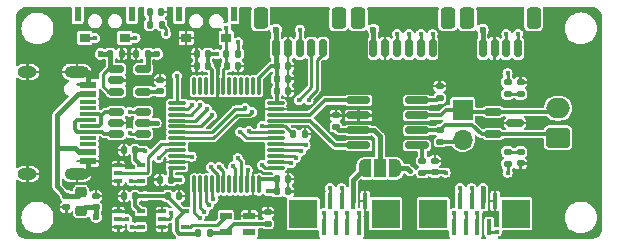
<source format=gbr>
%TF.GenerationSoftware,KiCad,Pcbnew,(6.0.6)*%
%TF.CreationDate,2022-07-10T21:22:37+02:00*%
%TF.ProjectId,GCode_Buttons_MCU,47436f64-655f-4427-9574-746f6e735f4d,rev?*%
%TF.SameCoordinates,Original*%
%TF.FileFunction,Copper,L1,Top*%
%TF.FilePolarity,Positive*%
%FSLAX46Y46*%
G04 Gerber Fmt 4.6, Leading zero omitted, Abs format (unit mm)*
G04 Created by KiCad (PCBNEW (6.0.6)) date 2022-07-10 21:22:37*
%MOMM*%
%LPD*%
G01*
G04 APERTURE LIST*
G04 Aperture macros list*
%AMRoundRect*
0 Rectangle with rounded corners*
0 $1 Rounding radius*
0 $2 $3 $4 $5 $6 $7 $8 $9 X,Y pos of 4 corners*
0 Add a 4 corners polygon primitive as box body*
4,1,4,$2,$3,$4,$5,$6,$7,$8,$9,$2,$3,0*
0 Add four circle primitives for the rounded corners*
1,1,$1+$1,$2,$3*
1,1,$1+$1,$4,$5*
1,1,$1+$1,$6,$7*
1,1,$1+$1,$8,$9*
0 Add four rect primitives between the rounded corners*
20,1,$1+$1,$2,$3,$4,$5,0*
20,1,$1+$1,$4,$5,$6,$7,0*
20,1,$1+$1,$6,$7,$8,$9,0*
20,1,$1+$1,$8,$9,$2,$3,0*%
%AMFreePoly0*
4,1,22,0.550000,-0.750000,0.000000,-0.750000,0.000000,-0.745033,-0.079941,-0.743568,-0.215256,-0.701293,-0.333266,-0.622738,-0.424486,-0.514219,-0.481581,-0.384460,-0.499164,-0.250000,-0.500000,-0.250000,-0.500000,0.250000,-0.499164,0.250000,-0.499963,0.256109,-0.478152,0.396186,-0.417904,0.524511,-0.324060,0.630769,-0.204165,0.706417,-0.067858,0.745374,0.000000,0.744959,0.000000,0.750000,
0.550000,0.750000,0.550000,-0.750000,0.550000,-0.750000,$1*%
%AMFreePoly1*
4,1,20,0.000000,0.744959,0.073905,0.744508,0.209726,0.703889,0.328688,0.626782,0.421226,0.519385,0.479903,0.390333,0.500000,0.250000,0.500000,-0.250000,0.499851,-0.262216,0.476331,-0.402017,0.414519,-0.529596,0.319384,-0.634700,0.198574,-0.708877,0.061801,-0.746166,0.000000,-0.745033,0.000000,-0.750000,-0.550000,-0.750000,-0.550000,0.750000,0.000000,0.750000,0.000000,0.744959,
0.000000,0.744959,$1*%
G04 Aperture macros list end*
%TA.AperFunction,SMDPad,CuDef*%
%ADD10RoundRect,0.140000X0.170000X-0.140000X0.170000X0.140000X-0.170000X0.140000X-0.170000X-0.140000X0*%
%TD*%
%TA.AperFunction,SMDPad,CuDef*%
%ADD11RoundRect,0.140000X-0.170000X0.140000X-0.170000X-0.140000X0.170000X-0.140000X0.170000X0.140000X0*%
%TD*%
%TA.AperFunction,SMDPad,CuDef*%
%ADD12RoundRect,0.140000X0.140000X0.170000X-0.140000X0.170000X-0.140000X-0.170000X0.140000X-0.170000X0*%
%TD*%
%TA.AperFunction,SMDPad,CuDef*%
%ADD13RoundRect,0.140000X-0.140000X-0.170000X0.140000X-0.170000X0.140000X0.170000X-0.140000X0.170000X0*%
%TD*%
%TA.AperFunction,SMDPad,CuDef*%
%ADD14RoundRect,0.150000X-0.587500X-0.150000X0.587500X-0.150000X0.587500X0.150000X-0.587500X0.150000X0*%
%TD*%
%TA.AperFunction,SMDPad,CuDef*%
%ADD15RoundRect,0.147500X-0.172500X0.147500X-0.172500X-0.147500X0.172500X-0.147500X0.172500X0.147500X0*%
%TD*%
%TA.AperFunction,SMDPad,CuDef*%
%ADD16RoundRect,0.147500X0.172500X-0.147500X0.172500X0.147500X-0.172500X0.147500X-0.172500X-0.147500X0*%
%TD*%
%TA.AperFunction,SMDPad,CuDef*%
%ADD17RoundRect,0.147500X0.147500X0.172500X-0.147500X0.172500X-0.147500X-0.172500X0.147500X-0.172500X0*%
%TD*%
%TA.AperFunction,SMDPad,CuDef*%
%ADD18R,1.000000X0.600000*%
%TD*%
%TA.AperFunction,SMDPad,CuDef*%
%ADD19RoundRect,0.218750X-0.256250X0.218750X-0.256250X-0.218750X0.256250X-0.218750X0.256250X0.218750X0*%
%TD*%
%TA.AperFunction,SMDPad,CuDef*%
%ADD20R,1.450000X0.600000*%
%TD*%
%TA.AperFunction,SMDPad,CuDef*%
%ADD21R,1.450000X0.300000*%
%TD*%
%TA.AperFunction,ComponentPad*%
%ADD22O,2.100000X1.000000*%
%TD*%
%TA.AperFunction,ComponentPad*%
%ADD23O,1.600000X1.000000*%
%TD*%
%TA.AperFunction,ComponentPad*%
%ADD24RoundRect,0.250000X0.750000X-0.600000X0.750000X0.600000X-0.750000X0.600000X-0.750000X-0.600000X0*%
%TD*%
%TA.AperFunction,ComponentPad*%
%ADD25O,2.000000X1.700000*%
%TD*%
%TA.AperFunction,SMDPad,CuDef*%
%ADD26RoundRect,0.150000X-0.150000X-0.625000X0.150000X-0.625000X0.150000X0.625000X-0.150000X0.625000X0*%
%TD*%
%TA.AperFunction,SMDPad,CuDef*%
%ADD27RoundRect,0.250000X-0.350000X-0.650000X0.350000X-0.650000X0.350000X0.650000X-0.350000X0.650000X0*%
%TD*%
%TA.AperFunction,SMDPad,CuDef*%
%ADD28FreePoly0,0.000000*%
%TD*%
%TA.AperFunction,SMDPad,CuDef*%
%ADD29R,1.000000X1.500000*%
%TD*%
%TA.AperFunction,SMDPad,CuDef*%
%ADD30FreePoly1,0.000000*%
%TD*%
%TA.AperFunction,ComponentPad*%
%ADD31R,1.700000X1.700000*%
%TD*%
%TA.AperFunction,ComponentPad*%
%ADD32O,1.700000X1.700000*%
%TD*%
%TA.AperFunction,SMDPad,CuDef*%
%ADD33RoundRect,0.135000X-0.135000X-0.185000X0.135000X-0.185000X0.135000X0.185000X-0.135000X0.185000X0*%
%TD*%
%TA.AperFunction,SMDPad,CuDef*%
%ADD34RoundRect,0.135000X0.185000X-0.135000X0.185000X0.135000X-0.185000X0.135000X-0.185000X-0.135000X0*%
%TD*%
%TA.AperFunction,SMDPad,CuDef*%
%ADD35RoundRect,0.135000X0.135000X0.185000X-0.135000X0.185000X-0.135000X-0.185000X0.135000X-0.185000X0*%
%TD*%
%TA.AperFunction,SMDPad,CuDef*%
%ADD36RoundRect,0.135000X-0.185000X0.135000X-0.185000X-0.135000X0.185000X-0.135000X0.185000X0.135000X0*%
%TD*%
%TA.AperFunction,SMDPad,CuDef*%
%ADD37R,0.900000X0.800000*%
%TD*%
%TA.AperFunction,SMDPad,CuDef*%
%ADD38R,0.600000X1.200000*%
%TD*%
%TA.AperFunction,SMDPad,CuDef*%
%ADD39RoundRect,0.075000X-0.075000X0.662500X-0.075000X-0.662500X0.075000X-0.662500X0.075000X0.662500X0*%
%TD*%
%TA.AperFunction,SMDPad,CuDef*%
%ADD40RoundRect,0.075000X-0.662500X0.075000X-0.662500X-0.075000X0.662500X-0.075000X0.662500X0.075000X0*%
%TD*%
%TA.AperFunction,SMDPad,CuDef*%
%ADD41RoundRect,0.150000X-0.825000X-0.150000X0.825000X-0.150000X0.825000X0.150000X-0.825000X0.150000X0*%
%TD*%
%TA.AperFunction,SMDPad,CuDef*%
%ADD42RoundRect,0.150000X-0.512500X-0.150000X0.512500X-0.150000X0.512500X0.150000X-0.512500X0.150000X0*%
%TD*%
%TA.AperFunction,SMDPad,CuDef*%
%ADD43R,0.650000X0.400000*%
%TD*%
%TA.AperFunction,SMDPad,CuDef*%
%ADD44R,2.400000X2.400000*%
%TD*%
%TA.AperFunction,SMDPad,CuDef*%
%ADD45R,0.400000X1.350000*%
%TD*%
%TA.AperFunction,ViaPad*%
%ADD46C,0.450000*%
%TD*%
%TA.AperFunction,ViaPad*%
%ADD47C,0.800000*%
%TD*%
%TA.AperFunction,ViaPad*%
%ADD48C,0.600000*%
%TD*%
%TA.AperFunction,Conductor*%
%ADD49C,0.300000*%
%TD*%
%TA.AperFunction,Conductor*%
%ADD50C,0.250000*%
%TD*%
%TA.AperFunction,Conductor*%
%ADD51C,0.400000*%
%TD*%
G04 APERTURE END LIST*
D10*
%TO.P,C1,1*%
%TO.N,Net-(C1-Pad1)*%
X127250000Y-100330000D03*
%TO.P,C1,2*%
%TO.N,GND*%
X127250000Y-99370000D03*
%TD*%
D11*
%TO.P,C2,1*%
%TO.N,VBUS*%
X104450000Y-106170000D03*
%TO.P,C2,2*%
%TO.N,GND*%
X104450000Y-107130000D03*
%TD*%
D10*
%TO.P,C3,1*%
%TO.N,+5V*%
X106950000Y-107130000D03*
%TO.P,C3,2*%
%TO.N,GND*%
X106950000Y-106170000D03*
%TD*%
D12*
%TO.P,C4,1*%
%TO.N,+3V3*%
X113330000Y-104800000D03*
%TO.P,C4,2*%
%TO.N,GND*%
X112370000Y-104800000D03*
%TD*%
D13*
%TO.P,C5,1*%
%TO.N,+3V3*%
X122270000Y-97300000D03*
%TO.P,C5,2*%
%TO.N,GND*%
X123230000Y-97300000D03*
%TD*%
%TO.P,C6,1*%
%TO.N,+3V3*%
X122270000Y-96250000D03*
%TO.P,C6,2*%
%TO.N,GND*%
X123230000Y-96250000D03*
%TD*%
%TO.P,C7,1*%
%TO.N,+3V3*%
X122270000Y-95200000D03*
%TO.P,C7,2*%
%TO.N,GND*%
X123230000Y-95200000D03*
%TD*%
D12*
%TO.P,C8,1*%
%TO.N,+3V3*%
X116430000Y-95200000D03*
%TO.P,C8,2*%
%TO.N,GND*%
X115470000Y-95200000D03*
%TD*%
%TO.P,C9,1*%
%TO.N,+3V3*%
X116430000Y-94150000D03*
%TO.P,C9,2*%
%TO.N,GND*%
X115470000Y-94150000D03*
%TD*%
D13*
%TO.P,C10,1*%
%TO.N,+3V3*%
X122270000Y-104750000D03*
%TO.P,C10,2*%
%TO.N,GND*%
X123230000Y-104750000D03*
%TD*%
%TO.P,C11,1*%
%TO.N,+3V3*%
X122270000Y-105800000D03*
%TO.P,C11,2*%
%TO.N,GND*%
X123230000Y-105800000D03*
%TD*%
D10*
%TO.P,C12,1*%
%TO.N,+3V3*%
X135650000Y-104180000D03*
%TO.P,C12,2*%
%TO.N,GND*%
X135650000Y-103220000D03*
%TD*%
D12*
%TO.P,C13,1*%
%TO.N,+5V*%
X110280000Y-102300000D03*
%TO.P,C13,2*%
%TO.N,GND*%
X109320000Y-102300000D03*
%TD*%
D13*
%TO.P,C14,1*%
%TO.N,+5V*%
X108170000Y-94150000D03*
%TO.P,C14,2*%
%TO.N,GND*%
X109130000Y-94150000D03*
%TD*%
D12*
%TO.P,C15,1*%
%TO.N,+3V3*%
X111330000Y-94150000D03*
%TO.P,C15,2*%
%TO.N,GND*%
X110370000Y-94150000D03*
%TD*%
D10*
%TO.P,C16,1*%
%TO.N,Net-(C16-Pad1)*%
X112400000Y-97330000D03*
%TO.P,C16,2*%
%TO.N,GND*%
X112400000Y-96370000D03*
%TD*%
D13*
%TO.P,C17,1*%
%TO.N,RESET*%
X118020000Y-95200000D03*
%TO.P,C17,2*%
%TO.N,GND*%
X118980000Y-95200000D03*
%TD*%
D12*
%TO.P,C18,1*%
%TO.N,+5V*%
X110280000Y-106200000D03*
%TO.P,C18,2*%
%TO.N,GND*%
X109320000Y-106200000D03*
%TD*%
D13*
%TO.P,C19,1*%
%TO.N,+5V*%
X113020000Y-106200000D03*
%TO.P,C19,2*%
%TO.N,GND*%
X113980000Y-106200000D03*
%TD*%
D10*
%TO.P,C20,1*%
%TO.N,Net-(C20-Pad1)*%
X121500000Y-108530000D03*
%TO.P,C20,2*%
%TO.N,GND*%
X121500000Y-107570000D03*
%TD*%
D14*
%TO.P,D1,1,K*%
%TO.N,Net-(D1-Pad1)*%
X140562500Y-99050000D03*
%TO.P,D1,2,K*%
%TO.N,Net-(D1-Pad2)*%
X140562500Y-100950000D03*
%TO.P,D1,3,A*%
%TO.N,GND*%
X142437500Y-100000000D03*
%TD*%
D15*
%TO.P,D2,1,K*%
%TO.N,GND*%
X142900000Y-96565000D03*
%TO.P,D2,2,A*%
%TO.N,Net-(D2-Pad2)*%
X142900000Y-97535000D03*
%TD*%
D16*
%TO.P,D3,1,K*%
%TO.N,GND*%
X142900000Y-103435000D03*
%TO.P,D3,2,A*%
%TO.N,Net-(D3-Pad2)*%
X142900000Y-102465000D03*
%TD*%
D17*
%TO.P,D4,1,K*%
%TO.N,GND*%
X112485000Y-90600000D03*
%TO.P,D4,2,A*%
%TO.N,Net-(D4-Pad2)*%
X111515000Y-90600000D03*
%TD*%
D18*
%TO.P,D5,1,DOUT*%
%TO.N,unconnected-(D5-Pad1)*%
X119950000Y-109200000D03*
%TO.P,D5,2,VSS*%
%TO.N,GND*%
X119950000Y-107900000D03*
%TO.P,D5,3,DIN*%
%TO.N,Net-(D5-Pad3)*%
X117950000Y-107900000D03*
%TO.P,D5,4,VDD*%
%TO.N,Net-(C20-Pad1)*%
X117950000Y-109200000D03*
%TD*%
D19*
%TO.P,FB1,1*%
%TO.N,VBUS*%
X105700000Y-105862500D03*
%TO.P,FB1,2*%
%TO.N,+5V*%
X105700000Y-107437500D03*
%TD*%
D20*
%TO.P,J1,A1,GND*%
%TO.N,GND*%
X106245000Y-96750000D03*
%TO.P,J1,A4,VBUS*%
%TO.N,VBUS*%
X106245000Y-97550000D03*
D21*
%TO.P,J1,A5,CC1*%
%TO.N,unconnected-(J1-PadA5)*%
X106245000Y-98750000D03*
%TO.P,J1,A6,D+*%
%TO.N,USB_DP*%
X106245000Y-99750000D03*
%TO.P,J1,A7,D-*%
%TO.N,USB_DN*%
X106245000Y-100250000D03*
%TO.P,J1,A8,SBU1*%
%TO.N,unconnected-(J1-PadA8)*%
X106245000Y-101250000D03*
D20*
%TO.P,J1,A9,VBUS*%
%TO.N,VBUS*%
X106245000Y-102450000D03*
%TO.P,J1,A12,GND*%
%TO.N,GND*%
X106245000Y-103250000D03*
%TO.P,J1,B1,GND*%
X106245000Y-103250000D03*
%TO.P,J1,B4,VBUS*%
%TO.N,VBUS*%
X106245000Y-102450000D03*
D21*
%TO.P,J1,B5,CC2*%
%TO.N,unconnected-(J1-PadB5)*%
X106245000Y-101750000D03*
%TO.P,J1,B6,D+*%
%TO.N,USB_DP*%
X106245000Y-100750000D03*
%TO.P,J1,B7,D-*%
%TO.N,USB_DN*%
X106245000Y-99250000D03*
%TO.P,J1,B8,SBU2*%
%TO.N,unconnected-(J1-PadB8)*%
X106245000Y-98250000D03*
D20*
%TO.P,J1,B9,VBUS*%
%TO.N,VBUS*%
X106245000Y-97550000D03*
%TO.P,J1,B12,GND*%
%TO.N,GND*%
X106245000Y-96750000D03*
D22*
%TO.P,J1,S1,SHIELD*%
X105330000Y-95680000D03*
X105330000Y-104320000D03*
D23*
X101150000Y-95680000D03*
X101150000Y-104320000D03*
%TD*%
D24*
%TO.P,J4,1,Pin_1*%
%TO.N,Net-(D1-Pad2)*%
X146075000Y-101250000D03*
D25*
%TO.P,J4,2,Pin_2*%
%TO.N,Net-(D1-Pad1)*%
X146075000Y-98750000D03*
%TD*%
D26*
%TO.P,J5,1,Pin_1*%
%TO.N,+3V3*%
X139700000Y-93675000D03*
%TO.P,J5,2,Pin_2*%
%TO.N,GND*%
X140700000Y-93675000D03*
%TO.P,J5,3,Pin_3*%
%TO.N,SCL_I2C*%
X141700000Y-93675000D03*
%TO.P,J5,4,Pin_4*%
%TO.N,SDA_I2C*%
X142700000Y-93675000D03*
D27*
%TO.P,J5,MP*%
%TO.N,N/C*%
X138400000Y-91150000D03*
X144000000Y-91150000D03*
%TD*%
D26*
%TO.P,J6,1,Pin_1*%
%TO.N,+3V3*%
X130450000Y-93675000D03*
%TO.P,J6,2,Pin_2*%
%TO.N,GND*%
X131450000Y-93675000D03*
%TO.P,J6,3,Pin_3*%
%TO.N,CS_SPI1*%
X132450000Y-93675000D03*
%TO.P,J6,4,Pin_4*%
%TO.N,SCK_SPI1*%
X133450000Y-93675000D03*
%TO.P,J6,5,Pin_5*%
%TO.N,MISO_SPI1*%
X134450000Y-93675000D03*
%TO.P,J6,6,Pin_6*%
%TO.N,MOSI_SPI1*%
X135450000Y-93675000D03*
D27*
%TO.P,J6,MP*%
%TO.N,N/C*%
X136750000Y-91150000D03*
X129150000Y-91150000D03*
%TD*%
D26*
%TO.P,J7,1,Pin_1*%
%TO.N,+3V3*%
X122200000Y-93675000D03*
%TO.P,J7,2,Pin_2*%
%TO.N,GND*%
X123200000Y-93675000D03*
%TO.P,J7,3,Pin_3*%
%TO.N,RESET*%
X124200000Y-93675000D03*
%TO.P,J7,4,Pin_4*%
%TO.N,SWD_IO*%
X125200000Y-93675000D03*
%TO.P,J7,5,Pin_5*%
%TO.N,SWD_CLK*%
X126200000Y-93675000D03*
D27*
%TO.P,J7,MP*%
%TO.N,N/C*%
X120900000Y-91150000D03*
X127500000Y-91150000D03*
%TD*%
D28*
%TO.P,JP1,1,A*%
%TO.N,+5V*%
X129700000Y-103850000D03*
D29*
%TO.P,JP1,2,C*%
%TO.N,Net-(C1-Pad1)*%
X131000000Y-103850000D03*
D30*
%TO.P,JP1,3,B*%
%TO.N,+3V3*%
X132300000Y-103850000D03*
%TD*%
D31*
%TO.P,JP2,1,A*%
%TO.N,Net-(D1-Pad1)*%
X138000000Y-98875000D03*
D32*
%TO.P,JP2,2,B*%
%TO.N,Net-(JP2-Pad2)*%
X138000000Y-101415000D03*
%TD*%
D33*
%TO.P,R1,1*%
%TO.N,BOOT0*%
X123640000Y-100950000D03*
%TO.P,R1,2*%
%TO.N,GND*%
X124660000Y-100950000D03*
%TD*%
D34*
%TO.P,R2,1*%
%TO.N,Net-(R2-Pad1)*%
X136050000Y-97910000D03*
%TO.P,R2,2*%
%TO.N,GND*%
X136050000Y-96890000D03*
%TD*%
%TO.P,R3,1*%
%TO.N,+3V3*%
X134600000Y-104210000D03*
%TO.P,R3,2*%
%TO.N,Net-(R3-Pad2)*%
X134600000Y-103190000D03*
%TD*%
D35*
%TO.P,R4,1*%
%TO.N,+3V3*%
X119010000Y-94150000D03*
%TO.P,R4,2*%
%TO.N,RESET*%
X117990000Y-94150000D03*
%TD*%
D34*
%TO.P,R5,1*%
%TO.N,Net-(JP2-Pad2)*%
X136100000Y-101610000D03*
%TO.P,R5,2*%
%TO.N,Net-(D1-Pad2)*%
X136100000Y-100590000D03*
%TD*%
D36*
%TO.P,R6,1*%
%TO.N,LED_TX*%
X141800000Y-96540000D03*
%TO.P,R6,2*%
%TO.N,Net-(D2-Pad2)*%
X141800000Y-97560000D03*
%TD*%
D34*
%TO.P,R7,1*%
%TO.N,LED_RX*%
X141800000Y-103460000D03*
%TO.P,R7,2*%
%TO.N,Net-(D3-Pad2)*%
X141800000Y-102440000D03*
%TD*%
D35*
%TO.P,R8,1*%
%TO.N,PA3*%
X112510000Y-91700000D03*
%TO.P,R8,2*%
%TO.N,Net-(D4-Pad2)*%
X111490000Y-91700000D03*
%TD*%
D33*
%TO.P,R9,1*%
%TO.N,+5V*%
X115590000Y-109300000D03*
%TO.P,R9,2*%
%TO.N,Net-(C20-Pad1)*%
X116610000Y-109300000D03*
%TD*%
D37*
%TO.P,SW1,1,1*%
%TO.N,BOOT0*%
X106000000Y-92800000D03*
%TO.P,SW1,2,2*%
%TO.N,+3V3*%
X109400000Y-92800000D03*
D38*
%TO.P,SW1,MP*%
%TO.N,N/C*%
X105400000Y-90800000D03*
X110000000Y-90800000D03*
%TD*%
D37*
%TO.P,SW2,1,1*%
%TO.N,GND*%
X114600000Y-92800000D03*
%TO.P,SW2,2,2*%
%TO.N,RESET*%
X118000000Y-92800000D03*
D38*
%TO.P,SW2,MP*%
%TO.N,N/C*%
X118600000Y-90800000D03*
X114000000Y-90800000D03*
%TD*%
D39*
%TO.P,U1,1,VBAT*%
%TO.N,+3V3*%
X120750000Y-96887500D03*
%TO.P,U1,2,PC13*%
%TO.N,unconnected-(U1-Pad2)*%
X120250000Y-96887500D03*
%TO.P,U1,3,PC14*%
%TO.N,unconnected-(U1-Pad3)*%
X119750000Y-96887500D03*
%TO.P,U1,4,PC15*%
%TO.N,unconnected-(U1-Pad4)*%
X119250000Y-96887500D03*
%TO.P,U1,5,PF0*%
%TO.N,unconnected-(U1-Pad5)*%
X118750000Y-96887500D03*
%TO.P,U1,6,PF1*%
%TO.N,unconnected-(U1-Pad6)*%
X118250000Y-96887500D03*
%TO.P,U1,7,NRST*%
%TO.N,RESET*%
X117750000Y-96887500D03*
%TO.P,U1,8,VSSA*%
%TO.N,GND*%
X117250000Y-96887500D03*
%TO.P,U1,9,VDDA*%
%TO.N,+3V3*%
X116750000Y-96887500D03*
%TO.P,U1,10,PA0*%
%TO.N,unconnected-(U1-Pad10)*%
X116250000Y-96887500D03*
%TO.P,U1,11,PA1*%
%TO.N,unconnected-(U1-Pad11)*%
X115750000Y-96887500D03*
%TO.P,U1,12,PA2*%
%TO.N,unconnected-(U1-Pad12)*%
X115250000Y-96887500D03*
D40*
%TO.P,U1,13,PA3*%
%TO.N,PA3*%
X113837500Y-98300000D03*
%TO.P,U1,14,PA4*%
%TO.N,CS_SPI1*%
X113837500Y-98800000D03*
%TO.P,U1,15,PA5*%
%TO.N,SCK_SPI1*%
X113837500Y-99300000D03*
%TO.P,U1,16,PA6*%
%TO.N,MISO_SPI1*%
X113837500Y-99800000D03*
%TO.P,U1,17,PA7*%
%TO.N,MOSI_SPI1*%
X113837500Y-100300000D03*
%TO.P,U1,18,PB0*%
%TO.N,LED_TX*%
X113837500Y-100800000D03*
%TO.P,U1,19,PB1*%
%TO.N,LED_RX*%
X113837500Y-101300000D03*
%TO.P,U1,20,PB2*%
%TO.N,D_out_A*%
X113837500Y-101800000D03*
%TO.P,U1,21,PB10*%
%TO.N,D_out_B*%
X113837500Y-102300000D03*
%TO.P,U1,22,PB11*%
%TO.N,GB_A_5*%
X113837500Y-102800000D03*
%TO.P,U1,23,VSS*%
%TO.N,GND*%
X113837500Y-103300000D03*
%TO.P,U1,24,VDD*%
%TO.N,+3V3*%
X113837500Y-103800000D03*
D39*
%TO.P,U1,25,PB12*%
%TO.N,GB_A_3*%
X115250000Y-105212500D03*
%TO.P,U1,26,PB13*%
%TO.N,GB_A_1*%
X115750000Y-105212500D03*
%TO.P,U1,27,PB14*%
%TO.N,GB_A_4*%
X116250000Y-105212500D03*
%TO.P,U1,28,PB15*%
%TO.N,GB_A_2*%
X116750000Y-105212500D03*
%TO.P,U1,29,PA8*%
%TO.N,Dout*%
X117250000Y-105212500D03*
%TO.P,U1,30,PA9*%
%TO.N,GB_B_1*%
X117750000Y-105212500D03*
%TO.P,U1,31,PA10*%
%TO.N,unconnected-(U1-Pad31)*%
X118250000Y-105212500D03*
%TO.P,U1,32,PA11*%
%TO.N,USB_N*%
X118750000Y-105212500D03*
%TO.P,U1,33,PA12*%
%TO.N,USB_P*%
X119250000Y-105212500D03*
%TO.P,U1,34,PA13*%
%TO.N,SWD_IO*%
X119750000Y-105212500D03*
%TO.P,U1,35,VSS*%
%TO.N,GND*%
X120250000Y-105212500D03*
%TO.P,U1,36,VDDIO2*%
%TO.N,+3V3*%
X120750000Y-105212500D03*
D40*
%TO.P,U1,37,PA14*%
%TO.N,SWD_CLK*%
X122162500Y-103800000D03*
%TO.P,U1,38,PA15*%
%TO.N,GB_B_3*%
X122162500Y-103300000D03*
%TO.P,U1,39,PB3*%
%TO.N,GB_B_5*%
X122162500Y-102800000D03*
%TO.P,U1,40,PB4*%
%TO.N,GB_B_4*%
X122162500Y-102300000D03*
%TO.P,U1,41,PB5*%
%TO.N,GB_B_2*%
X122162500Y-101800000D03*
%TO.P,U1,42,PB6*%
%TO.N,SCL_I2C*%
X122162500Y-101300000D03*
%TO.P,U1,43,PB7*%
%TO.N,SDA_I2C*%
X122162500Y-100800000D03*
%TO.P,U1,44,BOOT0*%
%TO.N,BOOT0*%
X122162500Y-100300000D03*
%TO.P,U1,45,PB8*%
%TO.N,CAN_RX*%
X122162500Y-99800000D03*
%TO.P,U1,46,PB9*%
%TO.N,CAN_TX*%
X122162500Y-99300000D03*
%TO.P,U1,47,VSS*%
%TO.N,GND*%
X122162500Y-98800000D03*
%TO.P,U1,48,VDD*%
%TO.N,+3V3*%
X122162500Y-98300000D03*
%TD*%
D41*
%TO.P,U2,1,TXD*%
%TO.N,CAN_TX*%
X129175000Y-98095000D03*
%TO.P,U2,2,VSS*%
%TO.N,GND*%
X129175000Y-99365000D03*
%TO.P,U2,3,VDD*%
%TO.N,Net-(C1-Pad1)*%
X129175000Y-100635000D03*
%TO.P,U2,4,RXD*%
%TO.N,CAN_RX*%
X129175000Y-101905000D03*
%TO.P,U2,5,Vref*%
%TO.N,Net-(R3-Pad2)*%
X134125000Y-101905000D03*
%TO.P,U2,6,CANL*%
%TO.N,Net-(D1-Pad2)*%
X134125000Y-100635000D03*
%TO.P,U2,7,CANH*%
%TO.N,Net-(D1-Pad1)*%
X134125000Y-99365000D03*
%TO.P,U2,8,Rs*%
%TO.N,Net-(R2-Pad1)*%
X134125000Y-98095000D03*
%TD*%
D42*
%TO.P,U3,1,I/O1*%
%TO.N,USB_DN*%
X108662500Y-99050000D03*
%TO.P,U3,2,GND*%
%TO.N,GND*%
X108662500Y-100000000D03*
%TO.P,U3,3,I/O2*%
%TO.N,USB_DP*%
X108662500Y-100950000D03*
%TO.P,U3,4,I/O2*%
%TO.N,USB_P*%
X110937500Y-100950000D03*
%TO.P,U3,5,VBUS*%
%TO.N,+5V*%
X110937500Y-100000000D03*
%TO.P,U3,6,I/O1*%
%TO.N,USB_N*%
X110937500Y-99050000D03*
%TD*%
D43*
%TO.P,U4,1*%
%TO.N,GND*%
X108850000Y-103600000D03*
%TO.P,U4,2*%
%TO.N,D_out_A*%
X108850000Y-104250000D03*
%TO.P,U4,3,GND*%
%TO.N,GND*%
X108850000Y-104900000D03*
%TO.P,U4,4*%
%TO.N,Dout_A*%
X110750000Y-104900000D03*
%TO.P,U4,5,VCC*%
%TO.N,+5V*%
X110750000Y-103600000D03*
%TD*%
D42*
%TO.P,U5,1,IN*%
%TO.N,+5V*%
X108662500Y-95450000D03*
%TO.P,U5,2,GND*%
%TO.N,GND*%
X108662500Y-96400000D03*
%TO.P,U5,3,EN*%
%TO.N,+5V*%
X108662500Y-97350000D03*
%TO.P,U5,4,BP*%
%TO.N,Net-(C16-Pad1)*%
X110937500Y-97350000D03*
%TO.P,U5,5,OUT*%
%TO.N,+3V3*%
X110937500Y-95450000D03*
%TD*%
D43*
%TO.P,U6,1*%
%TO.N,GND*%
X108850000Y-107500000D03*
%TO.P,U6,2*%
%TO.N,D_out_B*%
X108850000Y-108150000D03*
%TO.P,U6,3,GND*%
%TO.N,GND*%
X108850000Y-108800000D03*
%TO.P,U6,4*%
%TO.N,Dout_B*%
X110750000Y-108800000D03*
%TO.P,U6,5,VCC*%
%TO.N,+5V*%
X110750000Y-107500000D03*
%TD*%
%TO.P,U7,1*%
%TO.N,GND*%
X112550000Y-107500000D03*
%TO.P,U7,2*%
%TO.N,Dout*%
X112550000Y-108150000D03*
%TO.P,U7,3,GND*%
%TO.N,GND*%
X112550000Y-108800000D03*
%TO.P,U7,4*%
%TO.N,Net-(D5-Pad3)*%
X114450000Y-108800000D03*
%TO.P,U7,5,VCC*%
%TO.N,+5V*%
X114450000Y-107500000D03*
%TD*%
D44*
%TO.P,J3,MP*%
%TO.N,N/C*%
X135500000Y-107700000D03*
X142500000Y-107700000D03*
D45*
%TO.P,J3,8,Pin_8*%
%TO.N,GND*%
X140750000Y-106600000D03*
%TO.P,J3,7,Pin_7*%
%TO.N,Dout_B*%
X140250000Y-108800000D03*
%TO.P,J3,6,Pin_6*%
%TO.N,+5V*%
X139750000Y-106600000D03*
%TO.P,J3,5,Pin_5*%
%TO.N,GB_B_5*%
X139250000Y-108800000D03*
%TO.P,J3,4,Pin_4*%
%TO.N,GB_B_4*%
X138750000Y-106600000D03*
%TO.P,J3,3,Pin_3*%
%TO.N,GB_B_3*%
X138250000Y-108800000D03*
%TO.P,J3,2,Pin_2*%
%TO.N,GB_B_2*%
X137750000Y-106600000D03*
%TO.P,J3,1,Pin_1*%
%TO.N,GB_B_1*%
X137250000Y-108800000D03*
%TD*%
D44*
%TO.P,J2,MP*%
%TO.N,N/C*%
X124500000Y-107700000D03*
X131500000Y-107700000D03*
D45*
%TO.P,J2,8,Pin_8*%
%TO.N,GND*%
X129750000Y-106600000D03*
%TO.P,J2,7,Pin_7*%
%TO.N,Dout_A*%
X129250000Y-108800000D03*
%TO.P,J2,6,Pin_6*%
%TO.N,+5V*%
X128750000Y-106600000D03*
%TO.P,J2,5,Pin_5*%
%TO.N,GB_A_5*%
X128250000Y-108800000D03*
%TO.P,J2,4,Pin_4*%
%TO.N,GB_A_4*%
X127750000Y-106600000D03*
%TO.P,J2,3,Pin_3*%
%TO.N,GB_A_3*%
X127250000Y-108800000D03*
%TO.P,J2,2,Pin_2*%
%TO.N,GB_A_2*%
X126750000Y-106600000D03*
%TO.P,J2,1,Pin_1*%
%TO.N,GB_A_1*%
X126250000Y-108800000D03*
%TD*%
D46*
%TO.N,SWD_IO*%
X124150000Y-98050000D03*
X119800000Y-104000000D03*
%TO.N,Dout_A*%
X129250000Y-107650000D03*
X109950000Y-104900000D03*
%TO.N,Dout_B*%
X110000000Y-108800000D03*
X140900000Y-109200000D03*
%TO.N,GND*%
X109800000Y-96400000D03*
X123500000Y-98700000D03*
X107700000Y-103250000D03*
X111650000Y-104800000D03*
X129750000Y-105500000D03*
X114700000Y-94150000D03*
X124100000Y-105750000D03*
X111700000Y-98200000D03*
X120250000Y-106300000D03*
X114700000Y-97750000D03*
X117250000Y-95000000D03*
X124100000Y-97250000D03*
X104450000Y-107850000D03*
X116000000Y-102500000D03*
D47*
X141000000Y-100000000D03*
D46*
X107700000Y-107350000D03*
X123200000Y-92100000D03*
X111650000Y-107000000D03*
X119000000Y-92500000D03*
X117750000Y-98800000D03*
X107700000Y-98200000D03*
X140750000Y-105500000D03*
X126350000Y-97350000D03*
X111150000Y-92800000D03*
X114500000Y-105500000D03*
X120000000Y-102500000D03*
D47*
X144000000Y-100000000D03*
D46*
X114600000Y-91850000D03*
X115750000Y-104000000D03*
X109800000Y-100000000D03*
X126500000Y-99000000D03*
X104400000Y-93800000D03*
X120950000Y-98800000D03*
X138500000Y-97500000D03*
X130850000Y-99350000D03*
X140700000Y-92100000D03*
X125400000Y-100950000D03*
X131450000Y-92100000D03*
%TO.N,+5V*%
X139750000Y-105500000D03*
X111100000Y-102350000D03*
X111100000Y-106200000D03*
D48*
X107350000Y-94150000D03*
D46*
X112087500Y-100000000D03*
X128750000Y-105500000D03*
D48*
X106950000Y-107950000D03*
D46*
%TO.N,USB_N*%
X109800000Y-99050000D03*
X118543056Y-103684166D03*
%TO.N,USB_P*%
X109800000Y-100850000D03*
X118950000Y-103000000D03*
%TO.N,+3V3*%
X119000000Y-93150000D03*
X136550000Y-104200000D03*
D48*
X122200000Y-92100000D03*
X112150000Y-94150000D03*
X130450000Y-92100000D03*
D46*
X110300000Y-92800000D03*
X117200000Y-94150000D03*
X133550000Y-104100000D03*
X114050000Y-104800000D03*
D48*
X139700000Y-92100000D03*
D46*
X121550000Y-105800000D03*
%TO.N,BOOT0*%
X106900000Y-92800000D03*
X121000000Y-100250500D03*
%TO.N,D_out_B*%
X112250000Y-102950000D03*
X109600000Y-108150000D03*
%TO.N,RESET*%
X118000000Y-91950000D03*
X124200000Y-92100000D03*
%TO.N,CS_SPI1*%
X132450000Y-92450000D03*
X115050000Y-98450000D03*
%TO.N,SCK_SPI1*%
X133450000Y-92450000D03*
X115788556Y-98488556D03*
%TO.N,MISO_SPI1*%
X134450000Y-92450000D03*
X116377350Y-98799500D03*
%TO.N,MOSI_SPI1*%
X135450000Y-92450000D03*
X116755536Y-99349000D03*
%TO.N,SCL_I2C*%
X141700000Y-92450000D03*
X119150000Y-100750000D03*
%TO.N,SDA_I2C*%
X142700000Y-92450000D03*
X119900000Y-100700000D03*
%TO.N,LED_TX*%
X119600000Y-98750000D03*
X141800000Y-95800000D03*
%TO.N,LED_RX*%
X120150000Y-99100000D03*
X141800000Y-104200000D03*
%TO.N,SWD_CLK*%
X124950000Y-98050000D03*
X121000000Y-103550000D03*
%TO.N,PA3*%
X113800000Y-96000000D03*
X112900000Y-92450000D03*
%TO.N,GB_A_1*%
X126250000Y-107650000D03*
X116096402Y-107505673D03*
%TO.N,GB_A_2*%
X126750000Y-105500000D03*
X116900000Y-106450000D03*
%TO.N,GB_A_3*%
X127250000Y-107650000D03*
X115725765Y-108074235D03*
%TO.N,GB_A_4*%
X127750000Y-105500000D03*
X116497789Y-106959980D03*
%TO.N,GB_A_5*%
X128250000Y-107650000D03*
X115050000Y-102850000D03*
%TO.N,GB_B_1*%
X137250000Y-107650000D03*
X117400000Y-103750000D03*
%TO.N,GB_B_2*%
X137750000Y-105500000D03*
X124705741Y-101892824D03*
%TO.N,GB_B_3*%
X138250000Y-107650000D03*
X123450000Y-103414556D03*
%TO.N,GB_B_4*%
X138750000Y-105500000D03*
X124300000Y-102400000D03*
%TO.N,GB_B_5*%
X139250000Y-107650000D03*
X123901901Y-102948038D03*
%TO.N,Dout*%
X116700000Y-103750000D03*
X113300000Y-107650000D03*
%TD*%
D49*
%TO.N,Net-(C20-Pad1)*%
X121480000Y-108550000D02*
X118600000Y-108550000D01*
X117850000Y-109300000D02*
X117950000Y-109200000D01*
X116610000Y-109300000D02*
X117850000Y-109300000D01*
X118600000Y-108550000D02*
X117950000Y-109200000D01*
X121500000Y-108530000D02*
X121480000Y-108550000D01*
D50*
%TO.N,SWD_IO*%
X125200000Y-97000000D02*
X125200000Y-93675000D01*
X119750000Y-104050000D02*
X119750000Y-105212500D01*
X124150000Y-98050000D02*
X125200000Y-97000000D01*
X119800000Y-104000000D02*
X119750000Y-104050000D01*
%TO.N,Dout_A*%
X129250000Y-108775000D02*
X129250000Y-107650000D01*
X110750000Y-104900000D02*
X109950000Y-104900000D01*
%TO.N,Dout_B*%
X140250000Y-109200000D02*
X140250000Y-108775000D01*
X110750000Y-108800000D02*
X110000000Y-108800000D01*
X140900000Y-109200000D02*
X140250000Y-109200000D01*
%TO.N,D_out_A*%
X111275000Y-104250000D02*
X108850000Y-104250000D01*
X111400000Y-102900000D02*
X111400000Y-104125000D01*
X112500000Y-101800000D02*
X111400000Y-102900000D01*
X111400000Y-104125000D02*
X111275000Y-104250000D01*
X113837500Y-101800000D02*
X112500000Y-101800000D01*
D49*
%TO.N,Net-(D1-Pad1)*%
X136135000Y-99365000D02*
X136625000Y-98875000D01*
X145775000Y-99050000D02*
X146075000Y-98750000D01*
X136135000Y-99365000D02*
X134125000Y-99365000D01*
X140562500Y-99050000D02*
X138175000Y-99050000D01*
X140562500Y-99050000D02*
X145775000Y-99050000D01*
X138000000Y-98875000D02*
X136625000Y-98875000D01*
X138175000Y-99050000D02*
X138000000Y-98875000D01*
%TO.N,Net-(D1-Pad2)*%
X140562500Y-100950000D02*
X145775000Y-100950000D01*
X138800000Y-100150000D02*
X136540000Y-100150000D01*
X134125000Y-100635000D02*
X136055000Y-100635000D01*
X136055000Y-100635000D02*
X136100000Y-100590000D01*
X140562500Y-100950000D02*
X139600000Y-100950000D01*
X139600000Y-100950000D02*
X138800000Y-100150000D01*
X145775000Y-100950000D02*
X146075000Y-101250000D01*
X136540000Y-100150000D02*
X136100000Y-100590000D01*
D51*
%TO.N,GND*%
X106245000Y-103250000D02*
X106245000Y-104320000D01*
X106245000Y-104320000D02*
X105330000Y-104320000D01*
X106245000Y-95680000D02*
X105330000Y-95680000D01*
X106245000Y-96750000D02*
X106245000Y-95680000D01*
D49*
%TO.N,CAN_TX*%
X126305000Y-98095000D02*
X125100000Y-99300000D01*
X125100000Y-99300000D02*
X122162500Y-99300000D01*
X129175000Y-98095000D02*
X126305000Y-98095000D01*
%TO.N,CAN_RX*%
X127205000Y-101905000D02*
X125100000Y-99800000D01*
X125100000Y-99800000D02*
X122162500Y-99800000D01*
X129175000Y-101905000D02*
X127205000Y-101905000D01*
D51*
%TO.N,Net-(C1-Pad1)*%
X127555000Y-100635000D02*
X127250000Y-100330000D01*
X131000000Y-103850000D02*
X131000000Y-101150000D01*
X130485000Y-100635000D02*
X129175000Y-100635000D01*
X129175000Y-100635000D02*
X127555000Y-100635000D01*
X131000000Y-101150000D02*
X130485000Y-100635000D01*
%TO.N,VBUS*%
X105392500Y-106170000D02*
X105700000Y-105862500D01*
X105150000Y-102100000D02*
X103650000Y-102100000D01*
X103650000Y-99355339D02*
X103650000Y-102100000D01*
X104450000Y-106170000D02*
X103650000Y-105370000D01*
X104450000Y-106170000D02*
X105392500Y-106170000D01*
X103650000Y-102100000D02*
X103650000Y-105370000D01*
X106245000Y-102450000D02*
X105500000Y-102450000D01*
X105500000Y-102450000D02*
X105150000Y-102100000D01*
X105455339Y-97550000D02*
X106245000Y-97550000D01*
X105455339Y-97550000D02*
X103650000Y-99355339D01*
D49*
%TO.N,+5V*%
X110280000Y-102300000D02*
X111050000Y-102300000D01*
X113775000Y-109175000D02*
X113775000Y-108175000D01*
X113020000Y-106200000D02*
X111100000Y-106200000D01*
X113020000Y-106242965D02*
X113020000Y-106200000D01*
X110280000Y-107030000D02*
X110750000Y-107500000D01*
X114277035Y-107500000D02*
X113020000Y-106242965D01*
X110280000Y-106200000D02*
X111100000Y-106200000D01*
X114000000Y-109400000D02*
X113775000Y-109175000D01*
D51*
X110937500Y-100000000D02*
X112087500Y-100000000D01*
D49*
X113775000Y-108175000D02*
X114450000Y-107500000D01*
D51*
X128750000Y-105500000D02*
X128750000Y-104800000D01*
X108170000Y-94150000D02*
X108170000Y-95450000D01*
D50*
X108000000Y-95450000D02*
X108170000Y-95450000D01*
D51*
X128750000Y-106625000D02*
X128750000Y-105500000D01*
X106950000Y-107130000D02*
X106950000Y-107950000D01*
X106007500Y-107130000D02*
X105700000Y-107437500D01*
D49*
X111050000Y-102300000D02*
X111100000Y-102350000D01*
D50*
X108000000Y-97350000D02*
X107550000Y-96900000D01*
X108170000Y-95450000D02*
X108662500Y-95450000D01*
D49*
X115490000Y-109400000D02*
X114000000Y-109400000D01*
X110280000Y-106200000D02*
X110280000Y-107030000D01*
D51*
X139750000Y-106625000D02*
X139750000Y-105500000D01*
D50*
X107550000Y-96900000D02*
X107550000Y-95900000D01*
X108662500Y-97350000D02*
X108000000Y-97350000D01*
D49*
X110280000Y-103130000D02*
X110750000Y-103600000D01*
X114450000Y-107500000D02*
X114277035Y-107500000D01*
D50*
X107550000Y-95900000D02*
X108000000Y-95450000D01*
D51*
X106950000Y-107130000D02*
X106007500Y-107130000D01*
D49*
X115590000Y-109300000D02*
X115490000Y-109400000D01*
X110280000Y-102300000D02*
X110280000Y-103130000D01*
D51*
X128750000Y-104800000D02*
X129700000Y-103850000D01*
X108170000Y-94150000D02*
X107350000Y-94150000D01*
D50*
%TO.N,USB_N*%
X118543056Y-103684166D02*
X118750000Y-103891110D01*
X110937500Y-99050000D02*
X109800000Y-99050000D01*
X118750000Y-103891110D02*
X118750000Y-105212500D01*
%TO.N,USB_P*%
X110937500Y-100950000D02*
X109900000Y-100950000D01*
X118950000Y-103000000D02*
X119250000Y-103300000D01*
X119250000Y-103300000D02*
X119250000Y-105212500D01*
X109900000Y-100950000D02*
X109800000Y-100850000D01*
D49*
%TO.N,USB_DN*%
X107169022Y-99250000D02*
X107350000Y-99430978D01*
X107169022Y-99250000D02*
X106245000Y-99250000D01*
X107350000Y-99430978D02*
X107350000Y-100069022D01*
X107730978Y-99050000D02*
X107350000Y-99430978D01*
X107350000Y-100069022D02*
X107169022Y-100250000D01*
X107730978Y-99050000D02*
X108662500Y-99050000D01*
X107169022Y-100250000D02*
X106245000Y-100250000D01*
%TO.N,USB_DP*%
X105350000Y-100750000D02*
X106245000Y-100750000D01*
X107650000Y-100950000D02*
X108662500Y-100950000D01*
X106245000Y-99750000D02*
X105350000Y-99750000D01*
X105150000Y-100550000D02*
X105150000Y-99950000D01*
X106245000Y-100750000D02*
X107450000Y-100750000D01*
X105150000Y-100550000D02*
X105350000Y-100750000D01*
X105350000Y-99750000D02*
X105150000Y-99950000D01*
X107450000Y-100750000D02*
X107650000Y-100950000D01*
%TO.N,+3V3*%
X122270000Y-96250000D02*
X122270000Y-97300000D01*
X122270000Y-104750000D02*
X120750000Y-104750000D01*
X134630000Y-104180000D02*
X134600000Y-104210000D01*
D50*
X119000000Y-93150000D02*
X119010000Y-93160000D01*
D51*
X111330000Y-94150000D02*
X112150000Y-94150000D01*
X139700000Y-93675000D02*
X139700000Y-92100000D01*
D49*
X122270000Y-105800000D02*
X122270000Y-104750000D01*
D51*
X132300000Y-103850000D02*
X133300000Y-103850000D01*
D49*
X121750000Y-95200000D02*
X122270000Y-95200000D01*
D51*
X122200000Y-95130000D02*
X122270000Y-95200000D01*
D50*
X119010000Y-93160000D02*
X119010000Y-94150000D01*
D49*
X120750000Y-104750000D02*
X120750000Y-105212500D01*
D51*
X133300000Y-103850000D02*
X133550000Y-104100000D01*
D49*
X113330000Y-103800000D02*
X113837500Y-103800000D01*
D51*
X111330000Y-95057500D02*
X110937500Y-95450000D01*
D50*
X109400000Y-92800000D02*
X110300000Y-92800000D01*
D49*
X116750000Y-95520000D02*
X116430000Y-95200000D01*
D51*
X122200000Y-93675000D02*
X122200000Y-95130000D01*
D49*
X122270000Y-105800000D02*
X121550000Y-105800000D01*
D51*
X130450000Y-93675000D02*
X130450000Y-92100000D01*
D49*
X113330000Y-104800000D02*
X113330000Y-103800000D01*
X136530000Y-104180000D02*
X136550000Y-104200000D01*
X116750000Y-96887500D02*
X116750000Y-95520000D01*
X135650000Y-104180000D02*
X136530000Y-104180000D01*
X122270000Y-97300000D02*
X122270000Y-98192500D01*
X116430000Y-94150000D02*
X117200000Y-94150000D01*
X122270000Y-96250000D02*
X122270000Y-95200000D01*
X122270000Y-98192500D02*
X122162500Y-98300000D01*
X113330000Y-104800000D02*
X114050000Y-104800000D01*
X120750000Y-96200000D02*
X121750000Y-95200000D01*
X120750000Y-96887500D02*
X120750000Y-96200000D01*
X135650000Y-104180000D02*
X134630000Y-104180000D01*
D51*
X111330000Y-94150000D02*
X111330000Y-95057500D01*
D49*
X116430000Y-95200000D02*
X116430000Y-94150000D01*
D51*
X122200000Y-92100000D02*
X122200000Y-93675000D01*
D50*
%TO.N,BOOT0*%
X121000000Y-100250500D02*
X121049500Y-100300000D01*
X121049500Y-100300000D02*
X122162500Y-100300000D01*
X122162500Y-100300000D02*
X122990000Y-100300000D01*
X106000000Y-92800000D02*
X106900000Y-92800000D01*
X122990000Y-100300000D02*
X123640000Y-100950000D01*
D49*
%TO.N,Net-(R2-Pad1)*%
X134125000Y-98095000D02*
X135865000Y-98095000D01*
X135865000Y-98095000D02*
X136050000Y-97910000D01*
%TO.N,Net-(R3-Pad2)*%
X134600000Y-101905000D02*
X134125000Y-101905000D01*
X134600000Y-103190000D02*
X134600000Y-101905000D01*
%TO.N,Net-(C16-Pad1)*%
X110937500Y-97350000D02*
X112380000Y-97350000D01*
X112380000Y-97350000D02*
X112400000Y-97330000D01*
D50*
%TO.N,D_out_B*%
X113837500Y-102300000D02*
X112900000Y-102300000D01*
X108850000Y-108150000D02*
X109600000Y-108150000D01*
X112900000Y-102300000D02*
X112250000Y-102950000D01*
%TO.N,RESET*%
X117990000Y-92810000D02*
X118000000Y-92800000D01*
X117750000Y-95470000D02*
X118020000Y-95200000D01*
X117990000Y-95170000D02*
X118020000Y-95200000D01*
X117750000Y-96887500D02*
X117750000Y-95470000D01*
X117990000Y-94150000D02*
X117990000Y-92810000D01*
X117990000Y-94150000D02*
X117990000Y-95170000D01*
X124200000Y-93675000D02*
X124200000Y-92100000D01*
X118000000Y-91950000D02*
X118000000Y-92800000D01*
%TO.N,CS_SPI1*%
X114700000Y-98800000D02*
X113837500Y-98800000D01*
X132450000Y-93675000D02*
X132450000Y-92450000D01*
X115050000Y-98450000D02*
X114700000Y-98800000D01*
%TO.N,SCK_SPI1*%
X115788556Y-98488556D02*
X114977112Y-99300000D01*
X114977112Y-99300000D02*
X113837500Y-99300000D01*
X133450000Y-92450000D02*
X133450000Y-93675000D01*
%TO.N,MISO_SPI1*%
X134450000Y-92450000D02*
X134450000Y-93675000D01*
X116377350Y-98799500D02*
X115376850Y-99800000D01*
X115376850Y-99800000D02*
X113837500Y-99800000D01*
%TO.N,MOSI_SPI1*%
X115804536Y-100300000D02*
X113837500Y-100300000D01*
X135450000Y-92450000D02*
X135450000Y-93675000D01*
X116755536Y-99349000D02*
X115804536Y-100300000D01*
%TO.N,SCL_I2C*%
X141700000Y-93675000D02*
X141700000Y-92450000D01*
X122162500Y-101300000D02*
X119700000Y-101300000D01*
X119700000Y-101300000D02*
X119150000Y-100750000D01*
%TO.N,SDA_I2C*%
X119900000Y-100700000D02*
X120000000Y-100800000D01*
X120000000Y-100800000D02*
X122162500Y-100800000D01*
X142700000Y-92450000D02*
X142700000Y-93675000D01*
%TO.N,Net-(D2-Pad2)*%
X142875000Y-97560000D02*
X142900000Y-97535000D01*
X141800000Y-97560000D02*
X142875000Y-97560000D01*
%TO.N,Net-(D3-Pad2)*%
X142875000Y-102440000D02*
X142900000Y-102465000D01*
X141800000Y-102440000D02*
X142875000Y-102440000D01*
%TO.N,LED_TX*%
X141800000Y-96540000D02*
X141800000Y-95800000D01*
X119600000Y-98750000D02*
X119500000Y-98850000D01*
X116763604Y-100800000D02*
X113837500Y-100800000D01*
X119500000Y-98850000D02*
X118713604Y-98850000D01*
X118713604Y-98850000D02*
X116763604Y-100800000D01*
%TO.N,LED_RX*%
X141800000Y-103460000D02*
X141800000Y-104200000D01*
X116900000Y-101300000D02*
X113837500Y-101300000D01*
X119950000Y-99300000D02*
X118900000Y-99300000D01*
X120150000Y-99100000D02*
X119950000Y-99300000D01*
X118900000Y-99300000D02*
X116900000Y-101300000D01*
%TO.N,Net-(D4-Pad2)*%
X111490000Y-91700000D02*
X111490000Y-90625000D01*
X111490000Y-90625000D02*
X111515000Y-90600000D01*
%TO.N,SWD_CLK*%
X125650000Y-97186396D02*
X124950000Y-97886396D01*
X124950000Y-97886396D02*
X124950000Y-98050000D01*
X121250000Y-103800000D02*
X121000000Y-103550000D01*
X126200000Y-94150000D02*
X125650000Y-94700000D01*
X122162500Y-103800000D02*
X121250000Y-103800000D01*
X126200000Y-93675000D02*
X126200000Y-94150000D01*
X125650000Y-94700000D02*
X125650000Y-97186396D01*
%TO.N,PA3*%
X112900000Y-92090000D02*
X112510000Y-91700000D01*
X112900000Y-92450000D02*
X112900000Y-92090000D01*
X113800000Y-98262500D02*
X113837500Y-98300000D01*
X113800000Y-96000000D02*
X113800000Y-98262500D01*
%TO.N,GB_A_1*%
X116096402Y-107505673D02*
X115750000Y-107159271D01*
X115750000Y-107159271D02*
X115750000Y-105212500D01*
X126250000Y-108775000D02*
X126250000Y-107650000D01*
%TO.N,GB_A_2*%
X126750000Y-106625000D02*
X126750000Y-105500000D01*
X116750000Y-106300000D02*
X116750000Y-105212500D01*
X116900000Y-106450000D02*
X116750000Y-106300000D01*
%TO.N,GB_A_3*%
X115250000Y-107598470D02*
X115250000Y-105212500D01*
X115725765Y-108074235D02*
X115250000Y-107598470D01*
X127250000Y-108775000D02*
X127250000Y-107650000D01*
%TO.N,GB_A_4*%
X116250000Y-106712191D02*
X116250000Y-105212500D01*
X116497789Y-106959980D02*
X116250000Y-106712191D01*
X127750000Y-106625000D02*
X127750000Y-105500000D01*
%TO.N,GB_A_5*%
X115000000Y-102800000D02*
X113837500Y-102800000D01*
X115050000Y-102850000D02*
X115000000Y-102800000D01*
X128250000Y-108775000D02*
X128250000Y-107650000D01*
%TO.N,GB_B_1*%
X117750000Y-105212500D02*
X117750000Y-104100000D01*
X117750000Y-104100000D02*
X117400000Y-103750000D01*
X137250000Y-108775000D02*
X137250000Y-107650000D01*
%TO.N,GB_B_2*%
X137750000Y-106625000D02*
X137750000Y-105500000D01*
X124705741Y-101892824D02*
X124612917Y-101800000D01*
X124612917Y-101800000D02*
X122162500Y-101800000D01*
%TO.N,GB_B_3*%
X123335444Y-103300000D02*
X122162500Y-103300000D01*
X138250000Y-108775000D02*
X138250000Y-107650000D01*
X123450000Y-103414556D02*
X123335444Y-103300000D01*
%TO.N,GB_B_4*%
X124300000Y-102400000D02*
X124200000Y-102300000D01*
X124200000Y-102300000D02*
X122162500Y-102300000D01*
X138750000Y-106625000D02*
X138750000Y-105500000D01*
%TO.N,GB_B_5*%
X139250000Y-108775000D02*
X139250000Y-107650000D01*
X123901901Y-102948038D02*
X123753863Y-102800000D01*
X123753863Y-102800000D02*
X122162500Y-102800000D01*
D49*
%TO.N,Net-(JP2-Pad2)*%
X136100000Y-101610000D02*
X137805000Y-101610000D01*
X137805000Y-101610000D02*
X138000000Y-101415000D01*
D50*
%TO.N,Net-(D5-Pad3)*%
X115125765Y-108624235D02*
X114950000Y-108800000D01*
X117225765Y-108624235D02*
X117950000Y-107900000D01*
X114950000Y-108800000D02*
X114450000Y-108800000D01*
X115125765Y-108624235D02*
X117225765Y-108624235D01*
%TO.N,Dout*%
X113300000Y-108000000D02*
X113300000Y-107650000D01*
X113150000Y-108150000D02*
X113300000Y-108000000D01*
X117250000Y-104400000D02*
X117250000Y-105212500D01*
X116700000Y-103850000D02*
X117250000Y-104400000D01*
X112550000Y-108150000D02*
X113150000Y-108150000D01*
X116700000Y-103750000D02*
X116700000Y-103850000D01*
%TD*%
%TA.AperFunction,Conductor*%
%TO.N,GND*%
G36*
X104858691Y-90219407D02*
G01*
X104894655Y-90268907D01*
X104899500Y-90299500D01*
X104899500Y-91419748D01*
X104911133Y-91478231D01*
X104955448Y-91544552D01*
X105021769Y-91588867D01*
X105031332Y-91590769D01*
X105031334Y-91590770D01*
X105054005Y-91595279D01*
X105080252Y-91600500D01*
X105719748Y-91600500D01*
X105745995Y-91595279D01*
X105768666Y-91590770D01*
X105768668Y-91590769D01*
X105778231Y-91588867D01*
X105844552Y-91544552D01*
X105888867Y-91478231D01*
X105900500Y-91419748D01*
X105900500Y-91400000D01*
X106244318Y-91400000D01*
X106245165Y-91406432D01*
X106245165Y-91406434D01*
X106247545Y-91424512D01*
X106264956Y-91556762D01*
X106325464Y-91702841D01*
X106421718Y-91828282D01*
X106547159Y-91924536D01*
X106693238Y-91985044D01*
X106810639Y-92000500D01*
X106889361Y-92000500D01*
X107006762Y-91985044D01*
X107152841Y-91924536D01*
X107278282Y-91828282D01*
X107374536Y-91702841D01*
X107435044Y-91556762D01*
X107452455Y-91424512D01*
X107454835Y-91406434D01*
X107454835Y-91406432D01*
X107455682Y-91400000D01*
X107944318Y-91400000D01*
X107945165Y-91406432D01*
X107945165Y-91406434D01*
X107947545Y-91424512D01*
X107964956Y-91556762D01*
X108025464Y-91702841D01*
X108121718Y-91828282D01*
X108247159Y-91924536D01*
X108393238Y-91985044D01*
X108510639Y-92000500D01*
X108589361Y-92000500D01*
X108706762Y-91985044D01*
X108852841Y-91924536D01*
X108978282Y-91828282D01*
X109074536Y-91702841D01*
X109135044Y-91556762D01*
X109152455Y-91424512D01*
X109154835Y-91406434D01*
X109154835Y-91406432D01*
X109155682Y-91400000D01*
X109135044Y-91243238D01*
X109074536Y-91097159D01*
X108978282Y-90971718D01*
X108852841Y-90875464D01*
X108706762Y-90814956D01*
X108589361Y-90799500D01*
X108510639Y-90799500D01*
X108393238Y-90814956D01*
X108247159Y-90875464D01*
X108121718Y-90971718D01*
X108025464Y-91097159D01*
X107964956Y-91243238D01*
X107944318Y-91400000D01*
X107455682Y-91400000D01*
X107435044Y-91243238D01*
X107374536Y-91097159D01*
X107278282Y-90971718D01*
X107152841Y-90875464D01*
X107006762Y-90814956D01*
X106889361Y-90799500D01*
X106810639Y-90799500D01*
X106693238Y-90814956D01*
X106547159Y-90875464D01*
X106421718Y-90971718D01*
X106325464Y-91097159D01*
X106264956Y-91243238D01*
X106244318Y-91400000D01*
X105900500Y-91400000D01*
X105900500Y-90299500D01*
X105919407Y-90241309D01*
X105968907Y-90205345D01*
X105999500Y-90200500D01*
X109400500Y-90200500D01*
X109458691Y-90219407D01*
X109494655Y-90268907D01*
X109499500Y-90299500D01*
X109499500Y-91419748D01*
X109511133Y-91478231D01*
X109555448Y-91544552D01*
X109621769Y-91588867D01*
X109631332Y-91590769D01*
X109631334Y-91590770D01*
X109654005Y-91595279D01*
X109680252Y-91600500D01*
X110319748Y-91600500D01*
X110345995Y-91595279D01*
X110368666Y-91590770D01*
X110368668Y-91590769D01*
X110378231Y-91588867D01*
X110444552Y-91544552D01*
X110488867Y-91478231D01*
X110500500Y-91419748D01*
X110500500Y-90299500D01*
X110519407Y-90241309D01*
X110568907Y-90205345D01*
X110599500Y-90200500D01*
X110935421Y-90200500D01*
X110993612Y-90219407D01*
X111029576Y-90268907D01*
X111029983Y-90325498D01*
X111029392Y-90326706D01*
X111019500Y-90394514D01*
X111019500Y-90805486D01*
X111020028Y-90809069D01*
X111020028Y-90809076D01*
X111028448Y-90866271D01*
X111029569Y-90873884D01*
X111080628Y-90977880D01*
X111114734Y-91011926D01*
X111135442Y-91032598D01*
X111163268Y-91087090D01*
X111164500Y-91102663D01*
X111164500Y-91190023D01*
X111145593Y-91248214D01*
X111135504Y-91260027D01*
X111075935Y-91319596D01*
X111072276Y-91327443D01*
X111072274Y-91327446D01*
X111041442Y-91393566D01*
X111025932Y-91426827D01*
X111019500Y-91475684D01*
X111019500Y-91924316D01*
X111025932Y-91973173D01*
X111029135Y-91980041D01*
X111029135Y-91980042D01*
X111071000Y-92069820D01*
X111075935Y-92080404D01*
X111159596Y-92164065D01*
X111167444Y-92167725D01*
X111167446Y-92167726D01*
X111245498Y-92204122D01*
X111266827Y-92214068D01*
X111274339Y-92215057D01*
X111285695Y-92216552D01*
X111315684Y-92220500D01*
X111664316Y-92220500D01*
X111694305Y-92216552D01*
X111705661Y-92215057D01*
X111713173Y-92214068D01*
X111734502Y-92204122D01*
X111812554Y-92167726D01*
X111812556Y-92167725D01*
X111820404Y-92164065D01*
X111904065Y-92080404D01*
X111910277Y-92067081D01*
X111952005Y-92022336D01*
X112012067Y-92010662D01*
X112067519Y-92036521D01*
X112089722Y-92067080D01*
X112095935Y-92080404D01*
X112179596Y-92164065D01*
X112187444Y-92167725D01*
X112187446Y-92167726D01*
X112265498Y-92204122D01*
X112286827Y-92214068D01*
X112294339Y-92215057D01*
X112305695Y-92216552D01*
X112335684Y-92220500D01*
X112389631Y-92220500D01*
X112447822Y-92239407D01*
X112483786Y-92288907D01*
X112487412Y-92334987D01*
X112471172Y-92437523D01*
X112469196Y-92450000D01*
X112470415Y-92457696D01*
X112483705Y-92541604D01*
X112490281Y-92583126D01*
X112493817Y-92590065D01*
X112493817Y-92590066D01*
X112544214Y-92688975D01*
X112551472Y-92703220D01*
X112646780Y-92798528D01*
X112653717Y-92802063D01*
X112653719Y-92802064D01*
X112748761Y-92850490D01*
X112766874Y-92859719D01*
X112774568Y-92860938D01*
X112774569Y-92860938D01*
X112892304Y-92879585D01*
X112900000Y-92880804D01*
X112907696Y-92879585D01*
X113025431Y-92860938D01*
X113025432Y-92860938D01*
X113033126Y-92859719D01*
X113051239Y-92850490D01*
X113146281Y-92802064D01*
X113146283Y-92802063D01*
X113153220Y-92798528D01*
X113248528Y-92703220D01*
X113255787Y-92688975D01*
X113258159Y-92684320D01*
X113950000Y-92684320D01*
X113954122Y-92697005D01*
X113958243Y-92700000D01*
X114484320Y-92700000D01*
X114497005Y-92695878D01*
X114500000Y-92691757D01*
X114500000Y-92684320D01*
X114700000Y-92684320D01*
X114704122Y-92697005D01*
X114708243Y-92700000D01*
X115234320Y-92700000D01*
X115247005Y-92695878D01*
X115250000Y-92691757D01*
X115250000Y-92385160D01*
X115249052Y-92375538D01*
X115240298Y-92331526D01*
X115232979Y-92313858D01*
X115199611Y-92263918D01*
X115186082Y-92250389D01*
X115136142Y-92217021D01*
X115118474Y-92209702D01*
X115074462Y-92200948D01*
X115064840Y-92200000D01*
X114715680Y-92200000D01*
X114702995Y-92204122D01*
X114700000Y-92208243D01*
X114700000Y-92684320D01*
X114500000Y-92684320D01*
X114500000Y-92215680D01*
X114495878Y-92202995D01*
X114491757Y-92200000D01*
X114135160Y-92200000D01*
X114125538Y-92200948D01*
X114081526Y-92209702D01*
X114063858Y-92217021D01*
X114013918Y-92250389D01*
X114000389Y-92263918D01*
X113967021Y-92313858D01*
X113959702Y-92331526D01*
X113950948Y-92375538D01*
X113950000Y-92385160D01*
X113950000Y-92684320D01*
X113258159Y-92684320D01*
X113306183Y-92590066D01*
X113306183Y-92590065D01*
X113309719Y-92583126D01*
X113316296Y-92541604D01*
X113329585Y-92457696D01*
X113330804Y-92450000D01*
X113321658Y-92392252D01*
X113310938Y-92324569D01*
X113310938Y-92324568D01*
X113309719Y-92316874D01*
X113248528Y-92196780D01*
X113244155Y-92192407D01*
X113225500Y-92134990D01*
X113225500Y-92108526D01*
X113225877Y-92099898D01*
X113227047Y-92086527D01*
X113229263Y-92061193D01*
X113227022Y-92052830D01*
X113227022Y-92052827D01*
X113219206Y-92023656D01*
X113217337Y-92015228D01*
X113216532Y-92010662D01*
X113210588Y-91976955D01*
X113206257Y-91969454D01*
X113204258Y-91963960D01*
X113201795Y-91958678D01*
X113199554Y-91950316D01*
X113177259Y-91918475D01*
X113172636Y-91911219D01*
X113153194Y-91877545D01*
X113123435Y-91852574D01*
X113117067Y-91846740D01*
X113009496Y-91739169D01*
X112981719Y-91684652D01*
X112980500Y-91669165D01*
X112980500Y-91475684D01*
X112974068Y-91426827D01*
X112958558Y-91393566D01*
X112927726Y-91327446D01*
X112927724Y-91327443D01*
X112924065Y-91319596D01*
X112840404Y-91235935D01*
X112832553Y-91232274D01*
X112826320Y-91227910D01*
X112789496Y-91179047D01*
X112788426Y-91117871D01*
X112826319Y-91065715D01*
X112841014Y-91055426D01*
X112915424Y-90981016D01*
X112925208Y-90967043D01*
X112970135Y-90870696D01*
X112974327Y-90856315D01*
X112979577Y-90816436D01*
X112980000Y-90809981D01*
X112980000Y-90715680D01*
X112975878Y-90702995D01*
X112971757Y-90700000D01*
X112484000Y-90700000D01*
X112425809Y-90681093D01*
X112389845Y-90631593D01*
X112385000Y-90601000D01*
X112385000Y-90599000D01*
X112403907Y-90540809D01*
X112453407Y-90504845D01*
X112484000Y-90500000D01*
X112964320Y-90500000D01*
X112977005Y-90495878D01*
X112980000Y-90491757D01*
X112980000Y-90390019D01*
X112979577Y-90383564D01*
X112974327Y-90343685D01*
X112969523Y-90327204D01*
X112971391Y-90266047D01*
X113008850Y-90217668D01*
X113064568Y-90200500D01*
X113400500Y-90200500D01*
X113458691Y-90219407D01*
X113494655Y-90268907D01*
X113499500Y-90299500D01*
X113499500Y-91419748D01*
X113511133Y-91478231D01*
X113555448Y-91544552D01*
X113621769Y-91588867D01*
X113631332Y-91590769D01*
X113631334Y-91590770D01*
X113654005Y-91595279D01*
X113680252Y-91600500D01*
X114319748Y-91600500D01*
X114345995Y-91595279D01*
X114368666Y-91590770D01*
X114368668Y-91590769D01*
X114378231Y-91588867D01*
X114444552Y-91544552D01*
X114488867Y-91478231D01*
X114500500Y-91419748D01*
X114500500Y-91400000D01*
X114844318Y-91400000D01*
X114845165Y-91406432D01*
X114845165Y-91406434D01*
X114847545Y-91424512D01*
X114864956Y-91556762D01*
X114925464Y-91702841D01*
X115021718Y-91828282D01*
X115147159Y-91924536D01*
X115293238Y-91985044D01*
X115410639Y-92000500D01*
X115489361Y-92000500D01*
X115606762Y-91985044D01*
X115752841Y-91924536D01*
X115878282Y-91828282D01*
X115974536Y-91702841D01*
X116035044Y-91556762D01*
X116052455Y-91424512D01*
X116054835Y-91406434D01*
X116054835Y-91406432D01*
X116055682Y-91400000D01*
X116035044Y-91243238D01*
X115974536Y-91097159D01*
X115878282Y-90971718D01*
X115752841Y-90875464D01*
X115606762Y-90814956D01*
X115489361Y-90799500D01*
X115410639Y-90799500D01*
X115293238Y-90814956D01*
X115147159Y-90875464D01*
X115021718Y-90971718D01*
X114925464Y-91097159D01*
X114864956Y-91243238D01*
X114844318Y-91400000D01*
X114500500Y-91400000D01*
X114500500Y-90299500D01*
X114519407Y-90241309D01*
X114568907Y-90205345D01*
X114599500Y-90200500D01*
X118000500Y-90200500D01*
X118058691Y-90219407D01*
X118094655Y-90268907D01*
X118099500Y-90299500D01*
X118099500Y-91419748D01*
X118097426Y-91419748D01*
X118086069Y-91471484D01*
X118040328Y-91512122D01*
X118003695Y-91519781D01*
X118000000Y-91519196D01*
X117866874Y-91540281D01*
X117866377Y-91537145D01*
X117819286Y-91537146D01*
X117769785Y-91501184D01*
X117750876Y-91442994D01*
X117751723Y-91430068D01*
X117753722Y-91414890D01*
X117755682Y-91400000D01*
X117735044Y-91243238D01*
X117674536Y-91097159D01*
X117578282Y-90971718D01*
X117452841Y-90875464D01*
X117306762Y-90814956D01*
X117189361Y-90799500D01*
X117110639Y-90799500D01*
X116993238Y-90814956D01*
X116847159Y-90875464D01*
X116721718Y-90971718D01*
X116625464Y-91097159D01*
X116564956Y-91243238D01*
X116544318Y-91400000D01*
X116545165Y-91406432D01*
X116545165Y-91406434D01*
X116547545Y-91424512D01*
X116564956Y-91556762D01*
X116625464Y-91702841D01*
X116721718Y-91828282D01*
X116847159Y-91924536D01*
X116993238Y-91985044D01*
X117110639Y-92000500D01*
X117189361Y-92000500D01*
X117306762Y-91985044D01*
X117407729Y-91943222D01*
X117442226Y-91928933D01*
X117503223Y-91924132D01*
X117555392Y-91956102D01*
X117577893Y-92004910D01*
X117590281Y-92083126D01*
X117588930Y-92083340D01*
X117588932Y-92136206D01*
X117552969Y-92185708D01*
X117514091Y-92202715D01*
X117471769Y-92211133D01*
X117405448Y-92255448D01*
X117361133Y-92321769D01*
X117359231Y-92331332D01*
X117359230Y-92331334D01*
X117358305Y-92335984D01*
X117349500Y-92380252D01*
X117349500Y-93219748D01*
X117361133Y-93278231D01*
X117405448Y-93344552D01*
X117471769Y-93388867D01*
X117481332Y-93390769D01*
X117481334Y-93390770D01*
X117504005Y-93395279D01*
X117530252Y-93400500D01*
X117565500Y-93400500D01*
X117623691Y-93419407D01*
X117659655Y-93468907D01*
X117664500Y-93499500D01*
X117664500Y-93640023D01*
X117645593Y-93698214D01*
X117635504Y-93710027D01*
X117575935Y-93769596D01*
X117575018Y-93771562D01*
X117529066Y-93806190D01*
X117467890Y-93807258D01*
X117451889Y-93800794D01*
X117449350Y-93799500D01*
X117333126Y-93740281D01*
X117325432Y-93739062D01*
X117325431Y-93739062D01*
X117207696Y-93720415D01*
X117200000Y-93719196D01*
X117192304Y-93720415D01*
X117074569Y-93739062D01*
X117074568Y-93739062D01*
X117066874Y-93740281D01*
X116975152Y-93787016D01*
X116971827Y-93788710D01*
X116926882Y-93799500D01*
X116912048Y-93799500D01*
X116853857Y-93780593D01*
X116842044Y-93770504D01*
X116768316Y-93696776D01*
X116760468Y-93693116D01*
X116760466Y-93693115D01*
X116666356Y-93649231D01*
X116659487Y-93646028D01*
X116609901Y-93639500D01*
X116430028Y-93639500D01*
X116250100Y-93639501D01*
X116246890Y-93639924D01*
X116246883Y-93639924D01*
X116208025Y-93645039D01*
X116208024Y-93645039D01*
X116200513Y-93646028D01*
X116151208Y-93669020D01*
X116099534Y-93693115D01*
X116099532Y-93693116D01*
X116091684Y-93696776D01*
X116019650Y-93768810D01*
X115965133Y-93796587D01*
X115904701Y-93787016D01*
X115879642Y-93768810D01*
X115814147Y-93703315D01*
X115800174Y-93693531D01*
X115706225Y-93649722D01*
X115691843Y-93645530D01*
X115653053Y-93640423D01*
X115646599Y-93640000D01*
X115585680Y-93640000D01*
X115572995Y-93644122D01*
X115570000Y-93648243D01*
X115570000Y-94660000D01*
X115569983Y-94660000D01*
X115571975Y-94685316D01*
X115570000Y-94697787D01*
X115570000Y-95694320D01*
X115574122Y-95707005D01*
X115578243Y-95710000D01*
X115646599Y-95710000D01*
X115653053Y-95709577D01*
X115691843Y-95704470D01*
X115706225Y-95700278D01*
X115800174Y-95656469D01*
X115814147Y-95646685D01*
X115879642Y-95581190D01*
X115934159Y-95553413D01*
X115994591Y-95562984D01*
X116019650Y-95581190D01*
X116091684Y-95653224D01*
X116099532Y-95656884D01*
X116099534Y-95656885D01*
X116178941Y-95693913D01*
X116200513Y-95703972D01*
X116250099Y-95710500D01*
X116300500Y-95710500D01*
X116358691Y-95729407D01*
X116394655Y-95778907D01*
X116399500Y-95809500D01*
X116399500Y-95850500D01*
X116380593Y-95908691D01*
X116331093Y-95944655D01*
X116300501Y-95949500D01*
X116165441Y-95949501D01*
X116147868Y-95949501D01*
X116067505Y-95965485D01*
X116059395Y-95970904D01*
X116055000Y-95973840D01*
X115996112Y-95990448D01*
X115945000Y-95973840D01*
X115940607Y-95970905D01*
X115940606Y-95970904D01*
X115932495Y-95965485D01*
X115922932Y-95963583D01*
X115922930Y-95963582D01*
X115889009Y-95956835D01*
X115852133Y-95949500D01*
X115750022Y-95949500D01*
X115647868Y-95949501D01*
X115567505Y-95965485D01*
X115559395Y-95970904D01*
X115555000Y-95973840D01*
X115496112Y-95990448D01*
X115445000Y-95973840D01*
X115440607Y-95970905D01*
X115440606Y-95970904D01*
X115432495Y-95965485D01*
X115422932Y-95963583D01*
X115422930Y-95963582D01*
X115389009Y-95956835D01*
X115352133Y-95949500D01*
X115250022Y-95949500D01*
X115147868Y-95949501D01*
X115067505Y-95965485D01*
X114976376Y-96026376D01*
X114970957Y-96034486D01*
X114967206Y-96040100D01*
X114915485Y-96117505D01*
X114913583Y-96127068D01*
X114913582Y-96127070D01*
X114912140Y-96134320D01*
X114899500Y-96197867D01*
X114899501Y-97577132D01*
X114915485Y-97657495D01*
X114976376Y-97748624D01*
X114984486Y-97754043D01*
X114990459Y-97758034D01*
X115067505Y-97809515D01*
X115077068Y-97811417D01*
X115077070Y-97811418D01*
X115103913Y-97816757D01*
X115147867Y-97825500D01*
X115249978Y-97825500D01*
X115352132Y-97825499D01*
X115432495Y-97809515D01*
X115441169Y-97803719D01*
X115445000Y-97801160D01*
X115503888Y-97784552D01*
X115555000Y-97801160D01*
X115559393Y-97804095D01*
X115559394Y-97804096D01*
X115567505Y-97809515D01*
X115577068Y-97811417D01*
X115577070Y-97811418D01*
X115603913Y-97816757D01*
X115647867Y-97825500D01*
X115749978Y-97825500D01*
X115852132Y-97825499D01*
X115932495Y-97809515D01*
X115941169Y-97803719D01*
X115945000Y-97801160D01*
X116003888Y-97784552D01*
X116055000Y-97801160D01*
X116059393Y-97804095D01*
X116059394Y-97804096D01*
X116067505Y-97809515D01*
X116077068Y-97811417D01*
X116077070Y-97811418D01*
X116103913Y-97816757D01*
X116147867Y-97825500D01*
X116249978Y-97825500D01*
X116352132Y-97825499D01*
X116432495Y-97809515D01*
X116441169Y-97803719D01*
X116445000Y-97801160D01*
X116503888Y-97784552D01*
X116555000Y-97801160D01*
X116559393Y-97804095D01*
X116559394Y-97804096D01*
X116567505Y-97809515D01*
X116577068Y-97811417D01*
X116577070Y-97811418D01*
X116603913Y-97816757D01*
X116647867Y-97825500D01*
X116749978Y-97825500D01*
X116852132Y-97825499D01*
X116932495Y-97809515D01*
X116941169Y-97803719D01*
X116945449Y-97800860D01*
X117004337Y-97784252D01*
X117055448Y-97800859D01*
X117059589Y-97803626D01*
X117077265Y-97810948D01*
X117139481Y-97823323D01*
X117147005Y-97820878D01*
X117150000Y-97816757D01*
X117150000Y-95965680D01*
X117145878Y-95952995D01*
X117141309Y-95949675D01*
X117105345Y-95900175D01*
X117100500Y-95869582D01*
X117100500Y-95567948D01*
X117102718Y-95547112D01*
X117103228Y-95544741D01*
X117104951Y-95536739D01*
X117101186Y-95504929D01*
X117100839Y-95499037D01*
X117100836Y-95499037D01*
X117100500Y-95494970D01*
X117100500Y-95490885D01*
X117099830Y-95486859D01*
X117099829Y-95486848D01*
X117097504Y-95472881D01*
X117096846Y-95468262D01*
X117096605Y-95466225D01*
X117091236Y-95420861D01*
X117087885Y-95413881D01*
X117087460Y-95412540D01*
X117086188Y-95404897D01*
X117063500Y-95362850D01*
X117061395Y-95358717D01*
X117043425Y-95321293D01*
X117043424Y-95321291D01*
X117040726Y-95315673D01*
X117037408Y-95311726D01*
X117035902Y-95310220D01*
X117034720Y-95308931D01*
X117033851Y-95307902D01*
X117030778Y-95302206D01*
X117024773Y-95296655D01*
X117024769Y-95296650D01*
X116993982Y-95268191D01*
X116991179Y-95265497D01*
X116939495Y-95213813D01*
X116911718Y-95159296D01*
X116910499Y-95143809D01*
X116910499Y-94990100D01*
X116909713Y-94984122D01*
X116904961Y-94948025D01*
X116904961Y-94948024D01*
X116903972Y-94940513D01*
X116867840Y-94863028D01*
X116856885Y-94839534D01*
X116856884Y-94839532D01*
X116853224Y-94831684D01*
X116809496Y-94787956D01*
X116781719Y-94733439D01*
X116780500Y-94717952D01*
X116780500Y-94632048D01*
X116799407Y-94573857D01*
X116809496Y-94562044D01*
X116842044Y-94529496D01*
X116896561Y-94501719D01*
X116912048Y-94500500D01*
X116926882Y-94500500D01*
X116971826Y-94511290D01*
X117066874Y-94559719D01*
X117074568Y-94560938D01*
X117074569Y-94560938D01*
X117192304Y-94579585D01*
X117200000Y-94580804D01*
X117207696Y-94579585D01*
X117325431Y-94560938D01*
X117325432Y-94560938D01*
X117333126Y-94559719D01*
X117451890Y-94499206D01*
X117512321Y-94489635D01*
X117566837Y-94517412D01*
X117573679Y-94525566D01*
X117575935Y-94530404D01*
X117635504Y-94589973D01*
X117663281Y-94644490D01*
X117664500Y-94659977D01*
X117664500Y-94722952D01*
X117645593Y-94781143D01*
X117635504Y-94792956D01*
X117596776Y-94831684D01*
X117593116Y-94839532D01*
X117593115Y-94839534D01*
X117555956Y-94919222D01*
X117546028Y-94940513D01*
X117539500Y-94990099D01*
X117539501Y-95104845D01*
X117539501Y-95175554D01*
X117520594Y-95233745D01*
X117504134Y-95251396D01*
X117503440Y-95251978D01*
X117503439Y-95251979D01*
X117496806Y-95257545D01*
X117482204Y-95282837D01*
X117477373Y-95291205D01*
X117472732Y-95298489D01*
X117450446Y-95330316D01*
X117448204Y-95338684D01*
X117445738Y-95343971D01*
X117443742Y-95349456D01*
X117439412Y-95356955D01*
X117437909Y-95365481D01*
X117437908Y-95365483D01*
X117432666Y-95395216D01*
X117430796Y-95403650D01*
X117420736Y-95441193D01*
X117421491Y-95449822D01*
X117424123Y-95479905D01*
X117424500Y-95488534D01*
X117424500Y-95858960D01*
X117405593Y-95917151D01*
X117356093Y-95953114D01*
X117352996Y-95954120D01*
X117350000Y-95958243D01*
X117350000Y-97809320D01*
X117354122Y-97822005D01*
X117356920Y-97824039D01*
X117422735Y-97810948D01*
X117440411Y-97803626D01*
X117444552Y-97800859D01*
X117503441Y-97784252D01*
X117554551Y-97800860D01*
X117559209Y-97803972D01*
X117567505Y-97809515D01*
X117577068Y-97811417D01*
X117577070Y-97811418D01*
X117603913Y-97816757D01*
X117647867Y-97825500D01*
X117749978Y-97825500D01*
X117852132Y-97825499D01*
X117932495Y-97809515D01*
X117941169Y-97803719D01*
X117945000Y-97801160D01*
X118003888Y-97784552D01*
X118055000Y-97801160D01*
X118059393Y-97804095D01*
X118059394Y-97804096D01*
X118067505Y-97809515D01*
X118077068Y-97811417D01*
X118077070Y-97811418D01*
X118103913Y-97816757D01*
X118147867Y-97825500D01*
X118249978Y-97825500D01*
X118352132Y-97825499D01*
X118432495Y-97809515D01*
X118441169Y-97803719D01*
X118445000Y-97801160D01*
X118503888Y-97784552D01*
X118555000Y-97801160D01*
X118559393Y-97804095D01*
X118559394Y-97804096D01*
X118567505Y-97809515D01*
X118577068Y-97811417D01*
X118577070Y-97811418D01*
X118603913Y-97816757D01*
X118647867Y-97825500D01*
X118749978Y-97825500D01*
X118852132Y-97825499D01*
X118932495Y-97809515D01*
X118941169Y-97803719D01*
X118945000Y-97801160D01*
X119003888Y-97784552D01*
X119055000Y-97801160D01*
X119059393Y-97804095D01*
X119059394Y-97804096D01*
X119067505Y-97809515D01*
X119077068Y-97811417D01*
X119077070Y-97811418D01*
X119103913Y-97816757D01*
X119147867Y-97825500D01*
X119249978Y-97825500D01*
X119352132Y-97825499D01*
X119432495Y-97809515D01*
X119441169Y-97803719D01*
X119445000Y-97801160D01*
X119503888Y-97784552D01*
X119555000Y-97801160D01*
X119559393Y-97804095D01*
X119559394Y-97804096D01*
X119567505Y-97809515D01*
X119577068Y-97811417D01*
X119577070Y-97811418D01*
X119603913Y-97816757D01*
X119647867Y-97825500D01*
X119749978Y-97825500D01*
X119852132Y-97825499D01*
X119932495Y-97809515D01*
X119941169Y-97803719D01*
X119945000Y-97801160D01*
X120003888Y-97784552D01*
X120055000Y-97801160D01*
X120059393Y-97804095D01*
X120059394Y-97804096D01*
X120067505Y-97809515D01*
X120077068Y-97811417D01*
X120077070Y-97811418D01*
X120103913Y-97816757D01*
X120147867Y-97825500D01*
X120249978Y-97825500D01*
X120352132Y-97825499D01*
X120432495Y-97809515D01*
X120441169Y-97803719D01*
X120445000Y-97801160D01*
X120503888Y-97784552D01*
X120555000Y-97801160D01*
X120559393Y-97804095D01*
X120559394Y-97804096D01*
X120567505Y-97809515D01*
X120577068Y-97811417D01*
X120577070Y-97811418D01*
X120603913Y-97816757D01*
X120647867Y-97825500D01*
X120749978Y-97825500D01*
X120852132Y-97825499D01*
X120932495Y-97809515D01*
X121023624Y-97748624D01*
X121084515Y-97657495D01*
X121086417Y-97647932D01*
X121086418Y-97647930D01*
X121093165Y-97614009D01*
X121100500Y-97577133D01*
X121100500Y-96386190D01*
X121119407Y-96327999D01*
X121129496Y-96316186D01*
X121750496Y-95695186D01*
X121805013Y-95667409D01*
X121865445Y-95676980D01*
X121908710Y-95720245D01*
X121919500Y-95765190D01*
X121919500Y-95767952D01*
X121900593Y-95826143D01*
X121890504Y-95837956D01*
X121846776Y-95881684D01*
X121843116Y-95889532D01*
X121843115Y-95889534D01*
X121805172Y-95970903D01*
X121796028Y-95990513D01*
X121789500Y-96040099D01*
X121789501Y-96459900D01*
X121789924Y-96463110D01*
X121789924Y-96463117D01*
X121792472Y-96482474D01*
X121796028Y-96509487D01*
X121807692Y-96534500D01*
X121841138Y-96606225D01*
X121846776Y-96618316D01*
X121890504Y-96662044D01*
X121918281Y-96716561D01*
X121919500Y-96732048D01*
X121919500Y-96817952D01*
X121900593Y-96876143D01*
X121890504Y-96887956D01*
X121846776Y-96931684D01*
X121843116Y-96939532D01*
X121843115Y-96939534D01*
X121802965Y-97025637D01*
X121796028Y-97040513D01*
X121789500Y-97090099D01*
X121789501Y-97509900D01*
X121789924Y-97513110D01*
X121789924Y-97513117D01*
X121792570Y-97533218D01*
X121796028Y-97559487D01*
X121817001Y-97604464D01*
X121841065Y-97656068D01*
X121846776Y-97668316D01*
X121890504Y-97712044D01*
X121918281Y-97766561D01*
X121919500Y-97782048D01*
X121919500Y-97850501D01*
X121900593Y-97908692D01*
X121851093Y-97944656D01*
X121820500Y-97949501D01*
X121472868Y-97949501D01*
X121392505Y-97965485D01*
X121301376Y-98026376D01*
X121240485Y-98117505D01*
X121238583Y-98127068D01*
X121238583Y-98127069D01*
X121224500Y-98197867D01*
X121224501Y-98402132D01*
X121240485Y-98482495D01*
X121245904Y-98490605D01*
X121249140Y-98495449D01*
X121265748Y-98554337D01*
X121249141Y-98605448D01*
X121246374Y-98609589D01*
X121239052Y-98627265D01*
X121226677Y-98689481D01*
X121229122Y-98697005D01*
X121233243Y-98700000D01*
X123084320Y-98700000D01*
X123097005Y-98695878D01*
X123099039Y-98693080D01*
X123085948Y-98627265D01*
X123078626Y-98609589D01*
X123075859Y-98605448D01*
X123059252Y-98546559D01*
X123075860Y-98495449D01*
X123079095Y-98490607D01*
X123079096Y-98490605D01*
X123084515Y-98482495D01*
X123086417Y-98472932D01*
X123086418Y-98472930D01*
X123095852Y-98425500D01*
X123100500Y-98402133D01*
X123100499Y-98197868D01*
X123084515Y-98117505D01*
X123023624Y-98026376D01*
X123014703Y-98020415D01*
X122966854Y-97988443D01*
X122928975Y-97940393D01*
X122928500Y-97928310D01*
X122890156Y-97949565D01*
X122861563Y-97950907D01*
X122856896Y-97950447D01*
X122852133Y-97949500D01*
X122719500Y-97949500D01*
X122661309Y-97930593D01*
X122625345Y-97881093D01*
X122620500Y-97850500D01*
X122620500Y-97782048D01*
X122639407Y-97723857D01*
X122649496Y-97712044D01*
X122680350Y-97681190D01*
X122734867Y-97653413D01*
X122795299Y-97662984D01*
X122820358Y-97681190D01*
X122885853Y-97746685D01*
X122899822Y-97756465D01*
X122913104Y-97762659D01*
X122957852Y-97804387D01*
X122962386Y-97827710D01*
X123017970Y-97807204D01*
X123034778Y-97807975D01*
X123046946Y-97809577D01*
X123053401Y-97810000D01*
X123114320Y-97810000D01*
X123127005Y-97805878D01*
X123130000Y-97801757D01*
X123130000Y-97794320D01*
X123330000Y-97794320D01*
X123334122Y-97807005D01*
X123338243Y-97810000D01*
X123406599Y-97810000D01*
X123413053Y-97809577D01*
X123451843Y-97804470D01*
X123466225Y-97800278D01*
X123560174Y-97756469D01*
X123574147Y-97746685D01*
X123646685Y-97674147D01*
X123656469Y-97660174D01*
X123700278Y-97566225D01*
X123704470Y-97551843D01*
X123709577Y-97513053D01*
X123710000Y-97506599D01*
X123710000Y-97415680D01*
X123705878Y-97402995D01*
X123701757Y-97400000D01*
X123345680Y-97400000D01*
X123332995Y-97404122D01*
X123330000Y-97408243D01*
X123330000Y-97794320D01*
X123130000Y-97794320D01*
X123130000Y-96790000D01*
X123130017Y-96790000D01*
X123128025Y-96764684D01*
X123128767Y-96760000D01*
X123329983Y-96760000D01*
X123331975Y-96785316D01*
X123330000Y-96797787D01*
X123330000Y-97184320D01*
X123334122Y-97197005D01*
X123338243Y-97200000D01*
X123694320Y-97200000D01*
X123707005Y-97195878D01*
X123710000Y-97191757D01*
X123710000Y-97093401D01*
X123709577Y-97086947D01*
X123704470Y-97048157D01*
X123700278Y-97033775D01*
X123656469Y-96939826D01*
X123646685Y-96925853D01*
X123568024Y-96847192D01*
X123569955Y-96845261D01*
X123541298Y-96807234D01*
X123540228Y-96746058D01*
X123570125Y-96704909D01*
X123568024Y-96702808D01*
X123646685Y-96624147D01*
X123656469Y-96610174D01*
X123700278Y-96516225D01*
X123704470Y-96501843D01*
X123709577Y-96463053D01*
X123710000Y-96456599D01*
X123710000Y-96365680D01*
X123705878Y-96352995D01*
X123701757Y-96350000D01*
X123345680Y-96350000D01*
X123332995Y-96354122D01*
X123330000Y-96358243D01*
X123330000Y-96760000D01*
X123329983Y-96760000D01*
X123128767Y-96760000D01*
X123130000Y-96752213D01*
X123130000Y-95740000D01*
X123130017Y-95740000D01*
X123128025Y-95714684D01*
X123128767Y-95710000D01*
X123329983Y-95710000D01*
X123331975Y-95735316D01*
X123330000Y-95747787D01*
X123330000Y-96134320D01*
X123334122Y-96147005D01*
X123338243Y-96150000D01*
X123694320Y-96150000D01*
X123707005Y-96145878D01*
X123710000Y-96141757D01*
X123710000Y-96043401D01*
X123709577Y-96036947D01*
X123704470Y-95998157D01*
X123700278Y-95983775D01*
X123656469Y-95889826D01*
X123646685Y-95875853D01*
X123568024Y-95797192D01*
X123569955Y-95795261D01*
X123541298Y-95757234D01*
X123540228Y-95696058D01*
X123570125Y-95654909D01*
X123568024Y-95652808D01*
X123646685Y-95574147D01*
X123656469Y-95560174D01*
X123700278Y-95466225D01*
X123704470Y-95451843D01*
X123709577Y-95413053D01*
X123710000Y-95406599D01*
X123710000Y-95315680D01*
X123705878Y-95302995D01*
X123701757Y-95300000D01*
X123345680Y-95300000D01*
X123332995Y-95304122D01*
X123330000Y-95308243D01*
X123330000Y-95710000D01*
X123329983Y-95710000D01*
X123128767Y-95710000D01*
X123130000Y-95702213D01*
X123130000Y-94714796D01*
X123135797Y-94696954D01*
X123104836Y-94654313D01*
X123103053Y-94643045D01*
X123294203Y-94643045D01*
X123325164Y-94685686D01*
X123330000Y-94716250D01*
X123330000Y-95084320D01*
X123334122Y-95097005D01*
X123338243Y-95100000D01*
X123694320Y-95100000D01*
X123707005Y-95095878D01*
X123710000Y-95091757D01*
X123710000Y-94993401D01*
X123709577Y-94986947D01*
X123704470Y-94948157D01*
X123700278Y-94933775D01*
X123656469Y-94839826D01*
X123646685Y-94825853D01*
X123574149Y-94753317D01*
X123562259Y-94744992D01*
X123525436Y-94696128D01*
X123524366Y-94634952D01*
X123557240Y-94589199D01*
X123556561Y-94588521D01*
X123560720Y-94584355D01*
X123561406Y-94583400D01*
X123562342Y-94582730D01*
X123629526Y-94515428D01*
X123684018Y-94487602D01*
X123744459Y-94497121D01*
X123769529Y-94515302D01*
X123843650Y-94589293D01*
X123948482Y-94640536D01*
X123956084Y-94641645D01*
X123956087Y-94641646D01*
X124013237Y-94649983D01*
X124013239Y-94649983D01*
X124016782Y-94650500D01*
X124383218Y-94650500D01*
X124386801Y-94649972D01*
X124386808Y-94649972D01*
X124444499Y-94641479D01*
X124444501Y-94641478D01*
X124452112Y-94640358D01*
X124459612Y-94636676D01*
X124521297Y-94606390D01*
X124556855Y-94588932D01*
X124566186Y-94579585D01*
X124629880Y-94515780D01*
X124684372Y-94487955D01*
X124744812Y-94497474D01*
X124769886Y-94515658D01*
X124843650Y-94589293D01*
X124841459Y-94591487D01*
X124869381Y-94629215D01*
X124874500Y-94660636D01*
X124874500Y-96824165D01*
X124855593Y-96882356D01*
X124845504Y-96894169D01*
X124137667Y-97602007D01*
X124083150Y-97629784D01*
X124024569Y-97639062D01*
X124024567Y-97639062D01*
X124016874Y-97640281D01*
X124009935Y-97643817D01*
X124009934Y-97643817D01*
X123903719Y-97697936D01*
X123903717Y-97697937D01*
X123896780Y-97701472D01*
X123801472Y-97796780D01*
X123797937Y-97803717D01*
X123797936Y-97803719D01*
X123759055Y-97880028D01*
X123740281Y-97916874D01*
X123739062Y-97924568D01*
X123739062Y-97924569D01*
X123731395Y-97972978D01*
X123719196Y-98050000D01*
X123720415Y-98057696D01*
X123736575Y-98159725D01*
X123740281Y-98183126D01*
X123743817Y-98190065D01*
X123743817Y-98190066D01*
X123788733Y-98278218D01*
X123801472Y-98303220D01*
X123896780Y-98398528D01*
X123903717Y-98402063D01*
X123903719Y-98402064D01*
X123995815Y-98448989D01*
X124016874Y-98459719D01*
X124024568Y-98460938D01*
X124024569Y-98460938D01*
X124142304Y-98479585D01*
X124150000Y-98480804D01*
X124157696Y-98479585D01*
X124275431Y-98460938D01*
X124275432Y-98460938D01*
X124283126Y-98459719D01*
X124304185Y-98448989D01*
X124396281Y-98402064D01*
X124396283Y-98402063D01*
X124403220Y-98398528D01*
X124479996Y-98321752D01*
X124534513Y-98293975D01*
X124594945Y-98303546D01*
X124620004Y-98321752D01*
X124696780Y-98398528D01*
X124703717Y-98402063D01*
X124703719Y-98402064D01*
X124795815Y-98448989D01*
X124816874Y-98459719D01*
X124824568Y-98460938D01*
X124824569Y-98460938D01*
X124942304Y-98479585D01*
X124950000Y-98480804D01*
X124957696Y-98479585D01*
X125075431Y-98460938D01*
X125075432Y-98460938D01*
X125083126Y-98459719D01*
X125104185Y-98448989D01*
X125196281Y-98402064D01*
X125196283Y-98402063D01*
X125203220Y-98398528D01*
X125298528Y-98303220D01*
X125311268Y-98278218D01*
X125356183Y-98190066D01*
X125356183Y-98190065D01*
X125359719Y-98183126D01*
X125363426Y-98159725D01*
X125379585Y-98057696D01*
X125380804Y-98050000D01*
X125370362Y-97984074D01*
X125379933Y-97923642D01*
X125398140Y-97898583D01*
X125867070Y-97429654D01*
X125873424Y-97423831D01*
X125903194Y-97398851D01*
X125909657Y-97387658D01*
X125922628Y-97365190D01*
X125927269Y-97357905D01*
X125929644Y-97354514D01*
X125949553Y-97326080D01*
X125951795Y-97317714D01*
X125954262Y-97312423D01*
X125956255Y-97306946D01*
X125960588Y-97299441D01*
X125967337Y-97261165D01*
X125969206Y-97252733D01*
X125979263Y-97215203D01*
X125975877Y-97176499D01*
X125975500Y-97167871D01*
X125975500Y-96774320D01*
X135530000Y-96774320D01*
X135534122Y-96787005D01*
X135538243Y-96790000D01*
X135934320Y-96790000D01*
X135947005Y-96785878D01*
X135950000Y-96781757D01*
X135950000Y-96774320D01*
X136150000Y-96774320D01*
X136154122Y-96787005D01*
X136158243Y-96790000D01*
X136554319Y-96790000D01*
X136567004Y-96785878D01*
X136569999Y-96781757D01*
X136569999Y-96718988D01*
X136569576Y-96712529D01*
X136564566Y-96674468D01*
X136560376Y-96660093D01*
X136517309Y-96567738D01*
X136507526Y-96553765D01*
X136436235Y-96482474D01*
X136422262Y-96472691D01*
X136329909Y-96429625D01*
X136315530Y-96425434D01*
X136277468Y-96420423D01*
X136271014Y-96420000D01*
X136165680Y-96420000D01*
X136152995Y-96424122D01*
X136150000Y-96428243D01*
X136150000Y-96774320D01*
X135950000Y-96774320D01*
X135950000Y-96435681D01*
X135945878Y-96422996D01*
X135941757Y-96420001D01*
X135828988Y-96420001D01*
X135822529Y-96420424D01*
X135784468Y-96425434D01*
X135770093Y-96429624D01*
X135677738Y-96472691D01*
X135663765Y-96482474D01*
X135592474Y-96553765D01*
X135582691Y-96567738D01*
X135539625Y-96660091D01*
X135535434Y-96674470D01*
X135530423Y-96712532D01*
X135530000Y-96718986D01*
X135530000Y-96774320D01*
X125975500Y-96774320D01*
X125975500Y-94875833D01*
X125994407Y-94817642D01*
X126004497Y-94805829D01*
X126130831Y-94679496D01*
X126185347Y-94651719D01*
X126200834Y-94650500D01*
X126383218Y-94650500D01*
X126386801Y-94649972D01*
X126386808Y-94649972D01*
X126444499Y-94641479D01*
X126444501Y-94641478D01*
X126452112Y-94640358D01*
X126459612Y-94636676D01*
X126521297Y-94606390D01*
X126556855Y-94588932D01*
X126639293Y-94506350D01*
X126690536Y-94401518D01*
X126691645Y-94393916D01*
X126691646Y-94393913D01*
X126699983Y-94336763D01*
X126699983Y-94336761D01*
X126700500Y-94333218D01*
X126700500Y-93016782D01*
X126690358Y-92947888D01*
X126638932Y-92843145D01*
X126556350Y-92760707D01*
X126451518Y-92709464D01*
X126443916Y-92708355D01*
X126443913Y-92708354D01*
X126386763Y-92700017D01*
X126386761Y-92700017D01*
X126383218Y-92699500D01*
X126016782Y-92699500D01*
X126013199Y-92700028D01*
X126013192Y-92700028D01*
X125955501Y-92708521D01*
X125955499Y-92708522D01*
X125947888Y-92709642D01*
X125940982Y-92713033D01*
X125940981Y-92713033D01*
X125925946Y-92720415D01*
X125843145Y-92761068D01*
X125837364Y-92766859D01*
X125770120Y-92834220D01*
X125715628Y-92862045D01*
X125655188Y-92852526D01*
X125630114Y-92834342D01*
X125562141Y-92766487D01*
X125562138Y-92766485D01*
X125556350Y-92760707D01*
X125451518Y-92709464D01*
X125443916Y-92708355D01*
X125443913Y-92708354D01*
X125386763Y-92700017D01*
X125386761Y-92700017D01*
X125383218Y-92699500D01*
X125016782Y-92699500D01*
X125013199Y-92700028D01*
X125013192Y-92700028D01*
X124955501Y-92708521D01*
X124955499Y-92708522D01*
X124947888Y-92709642D01*
X124940982Y-92713033D01*
X124940981Y-92713033D01*
X124925946Y-92720415D01*
X124843145Y-92761068D01*
X124837364Y-92766859D01*
X124770120Y-92834220D01*
X124715628Y-92862045D01*
X124655188Y-92852526D01*
X124630114Y-92834342D01*
X124556350Y-92760707D01*
X124558541Y-92758513D01*
X124530619Y-92720785D01*
X124525500Y-92689364D01*
X124525500Y-92415010D01*
X124544155Y-92357593D01*
X124548528Y-92353220D01*
X124599219Y-92253733D01*
X124606183Y-92240066D01*
X124606183Y-92240065D01*
X124609719Y-92233126D01*
X124612738Y-92214068D01*
X124627296Y-92122150D01*
X124630804Y-92100000D01*
X124621906Y-92043817D01*
X124610938Y-91974569D01*
X124610938Y-91974568D01*
X124609719Y-91966874D01*
X124605043Y-91957696D01*
X124552064Y-91853719D01*
X124552063Y-91853717D01*
X124548528Y-91846780D01*
X124453220Y-91751472D01*
X124446283Y-91747937D01*
X124446281Y-91747936D01*
X124340066Y-91693817D01*
X124340065Y-91693817D01*
X124333126Y-91690281D01*
X124325432Y-91689062D01*
X124325431Y-91689062D01*
X124207696Y-91670415D01*
X124200000Y-91669196D01*
X124192304Y-91670415D01*
X124074569Y-91689062D01*
X124074568Y-91689062D01*
X124066874Y-91690281D01*
X124059935Y-91693817D01*
X124059934Y-91693817D01*
X123953719Y-91747936D01*
X123953717Y-91747937D01*
X123946780Y-91751472D01*
X123851472Y-91846780D01*
X123847937Y-91853717D01*
X123847936Y-91853719D01*
X123794957Y-91957696D01*
X123790281Y-91966874D01*
X123789062Y-91974568D01*
X123789062Y-91974569D01*
X123778094Y-92043817D01*
X123769196Y-92100000D01*
X123772704Y-92122150D01*
X123787263Y-92214068D01*
X123790281Y-92233126D01*
X123793817Y-92240065D01*
X123793817Y-92240066D01*
X123800781Y-92253733D01*
X123851472Y-92353220D01*
X123855845Y-92357593D01*
X123874500Y-92415010D01*
X123874500Y-92689394D01*
X123855593Y-92747585D01*
X123842580Y-92760505D01*
X123843144Y-92761069D01*
X123769767Y-92834574D01*
X123715276Y-92862398D01*
X123654836Y-92852879D01*
X123629762Y-92834695D01*
X123561848Y-92766899D01*
X123548706Y-92757526D01*
X123458278Y-92713324D01*
X123443769Y-92708839D01*
X123386722Y-92700517D01*
X123379595Y-92700000D01*
X123315680Y-92700000D01*
X123302995Y-92704122D01*
X123300000Y-92708243D01*
X123300000Y-94625203D01*
X123294203Y-94643045D01*
X123103053Y-94643045D01*
X123100000Y-94623749D01*
X123100000Y-92715681D01*
X123095878Y-92702996D01*
X123091757Y-92700001D01*
X123020443Y-92700001D01*
X123013246Y-92700528D01*
X122955645Y-92709006D01*
X122941127Y-92713517D01*
X122850784Y-92757873D01*
X122837658Y-92767270D01*
X122770474Y-92834572D01*
X122715982Y-92862398D01*
X122655541Y-92852879D01*
X122630444Y-92834672D01*
X122629535Y-92833764D01*
X122601727Y-92779263D01*
X122600500Y-92763722D01*
X122600500Y-92438958D01*
X122616910Y-92385284D01*
X122619200Y-92382754D01*
X122681710Y-92253733D01*
X122684010Y-92240066D01*
X122704862Y-92116124D01*
X122704862Y-92116120D01*
X122705496Y-92112354D01*
X122705647Y-92100000D01*
X122685323Y-91958082D01*
X122663543Y-91910180D01*
X122628905Y-91833996D01*
X122628904Y-91833995D01*
X122625984Y-91827572D01*
X122549811Y-91739169D01*
X122537005Y-91724307D01*
X122537004Y-91724306D01*
X122532400Y-91718963D01*
X122412095Y-91640985D01*
X122274739Y-91599907D01*
X122191497Y-91599398D01*
X122138427Y-91599074D01*
X122138426Y-91599074D01*
X122131376Y-91599031D01*
X122124599Y-91600968D01*
X122124598Y-91600968D01*
X122000309Y-91636490D01*
X122000307Y-91636491D01*
X121993529Y-91638428D01*
X121872280Y-91714930D01*
X121867611Y-91720216D01*
X121863665Y-91723575D01*
X121807097Y-91746892D01*
X121747627Y-91732506D01*
X121707971Y-91685911D01*
X121700500Y-91648184D01*
X121700500Y-90446166D01*
X121697519Y-90414631D01*
X121668607Y-90332301D01*
X121667166Y-90271134D01*
X121701953Y-90220801D01*
X121762015Y-90200500D01*
X126637985Y-90200500D01*
X126696176Y-90219407D01*
X126732140Y-90268907D01*
X126731393Y-90332301D01*
X126702481Y-90414631D01*
X126699500Y-90446166D01*
X126699500Y-91853834D01*
X126702481Y-91885369D01*
X126747366Y-92013184D01*
X126751761Y-92019135D01*
X126751762Y-92019136D01*
X126823399Y-92116124D01*
X126827850Y-92122150D01*
X126833807Y-92126550D01*
X126889555Y-92167726D01*
X126936816Y-92202634D01*
X127064631Y-92247519D01*
X127070638Y-92248087D01*
X127070639Y-92248087D01*
X127093855Y-92250282D01*
X127093865Y-92250282D01*
X127096166Y-92250500D01*
X127903834Y-92250500D01*
X127906135Y-92250282D01*
X127906145Y-92250282D01*
X127929361Y-92248087D01*
X127929362Y-92248087D01*
X127935369Y-92247519D01*
X128063184Y-92202634D01*
X128110446Y-92167726D01*
X128166193Y-92126550D01*
X128172150Y-92122150D01*
X128176601Y-92116124D01*
X128245367Y-92023023D01*
X128295148Y-91987449D01*
X128356332Y-91987930D01*
X128404633Y-92023023D01*
X128473399Y-92116124D01*
X128477850Y-92122150D01*
X128483807Y-92126550D01*
X128539555Y-92167726D01*
X128586816Y-92202634D01*
X128714631Y-92247519D01*
X128720638Y-92248087D01*
X128720639Y-92248087D01*
X128743855Y-92250282D01*
X128743865Y-92250282D01*
X128746166Y-92250500D01*
X129553834Y-92250500D01*
X129556135Y-92250282D01*
X129556145Y-92250282D01*
X129579361Y-92248087D01*
X129579362Y-92248087D01*
X129585369Y-92247519D01*
X129713184Y-92202634D01*
X129760446Y-92167726D01*
X129801812Y-92137172D01*
X129859852Y-92117808D01*
X129918190Y-92136258D01*
X129954541Y-92185474D01*
X129958794Y-92203968D01*
X129962980Y-92235979D01*
X129965821Y-92242435D01*
X129965821Y-92242436D01*
X130015919Y-92356291D01*
X130020720Y-92367203D01*
X130026281Y-92373819D01*
X130026283Y-92373821D01*
X130026778Y-92375044D01*
X130028985Y-92378589D01*
X130028369Y-92378972D01*
X130049253Y-92430531D01*
X130049500Y-92437523D01*
X130049500Y-92763833D01*
X130030593Y-92822024D01*
X130020566Y-92833774D01*
X130010707Y-92843650D01*
X129959464Y-92948482D01*
X129958355Y-92956084D01*
X129958354Y-92956087D01*
X129950499Y-93009934D01*
X129949500Y-93016782D01*
X129949500Y-94333218D01*
X129950028Y-94336801D01*
X129950028Y-94336808D01*
X129953428Y-94359901D01*
X129959642Y-94402112D01*
X129963033Y-94409018D01*
X129963033Y-94409019D01*
X129966294Y-94415661D01*
X130011068Y-94506855D01*
X130016859Y-94512636D01*
X130036387Y-94532130D01*
X130093650Y-94589293D01*
X130198482Y-94640536D01*
X130206084Y-94641645D01*
X130206087Y-94641646D01*
X130263237Y-94649983D01*
X130263239Y-94649983D01*
X130266782Y-94650500D01*
X130633218Y-94650500D01*
X130636801Y-94649972D01*
X130636808Y-94649972D01*
X130694499Y-94641479D01*
X130694501Y-94641478D01*
X130702112Y-94640358D01*
X130709612Y-94636676D01*
X130771297Y-94606390D01*
X130806855Y-94588932D01*
X130880233Y-94515426D01*
X130934724Y-94487602D01*
X130995164Y-94497121D01*
X131020238Y-94515305D01*
X131088152Y-94583101D01*
X131101294Y-94592474D01*
X131191722Y-94636676D01*
X131206231Y-94641161D01*
X131263278Y-94649483D01*
X131270405Y-94650000D01*
X131334320Y-94650000D01*
X131347005Y-94645878D01*
X131350000Y-94641757D01*
X131350000Y-94634319D01*
X131550000Y-94634319D01*
X131554122Y-94647004D01*
X131558243Y-94649999D01*
X131629557Y-94649999D01*
X131636754Y-94649472D01*
X131694355Y-94640994D01*
X131708873Y-94636483D01*
X131799216Y-94592127D01*
X131812342Y-94582730D01*
X131879526Y-94515428D01*
X131934018Y-94487602D01*
X131994459Y-94497121D01*
X132019529Y-94515302D01*
X132093650Y-94589293D01*
X132198482Y-94640536D01*
X132206084Y-94641645D01*
X132206087Y-94641646D01*
X132263237Y-94649983D01*
X132263239Y-94649983D01*
X132266782Y-94650500D01*
X132633218Y-94650500D01*
X132636801Y-94649972D01*
X132636808Y-94649972D01*
X132694499Y-94641479D01*
X132694501Y-94641478D01*
X132702112Y-94640358D01*
X132709612Y-94636676D01*
X132771297Y-94606390D01*
X132806855Y-94588932D01*
X132816186Y-94579585D01*
X132879880Y-94515780D01*
X132934372Y-94487955D01*
X132994812Y-94497474D01*
X133019886Y-94515658D01*
X133087859Y-94583513D01*
X133087862Y-94583515D01*
X133093650Y-94589293D01*
X133198482Y-94640536D01*
X133206084Y-94641645D01*
X133206087Y-94641646D01*
X133263237Y-94649983D01*
X133263239Y-94649983D01*
X133266782Y-94650500D01*
X133633218Y-94650500D01*
X133636801Y-94649972D01*
X133636808Y-94649972D01*
X133694499Y-94641479D01*
X133694501Y-94641478D01*
X133702112Y-94640358D01*
X133709612Y-94636676D01*
X133771297Y-94606390D01*
X133806855Y-94588932D01*
X133816186Y-94579585D01*
X133879880Y-94515780D01*
X133934372Y-94487955D01*
X133994812Y-94497474D01*
X134019886Y-94515658D01*
X134087859Y-94583513D01*
X134087862Y-94583515D01*
X134093650Y-94589293D01*
X134198482Y-94640536D01*
X134206084Y-94641645D01*
X134206087Y-94641646D01*
X134263237Y-94649983D01*
X134263239Y-94649983D01*
X134266782Y-94650500D01*
X134633218Y-94650500D01*
X134636801Y-94649972D01*
X134636808Y-94649972D01*
X134694499Y-94641479D01*
X134694501Y-94641478D01*
X134702112Y-94640358D01*
X134709612Y-94636676D01*
X134771297Y-94606390D01*
X134806855Y-94588932D01*
X134816186Y-94579585D01*
X134879880Y-94515780D01*
X134934372Y-94487955D01*
X134994812Y-94497474D01*
X135019886Y-94515658D01*
X135087859Y-94583513D01*
X135087862Y-94583515D01*
X135093650Y-94589293D01*
X135198482Y-94640536D01*
X135206084Y-94641645D01*
X135206087Y-94641646D01*
X135263237Y-94649983D01*
X135263239Y-94649983D01*
X135266782Y-94650500D01*
X135633218Y-94650500D01*
X135636801Y-94649972D01*
X135636808Y-94649972D01*
X135694499Y-94641479D01*
X135694501Y-94641478D01*
X135702112Y-94640358D01*
X135709612Y-94636676D01*
X135771297Y-94606390D01*
X135806855Y-94588932D01*
X135889293Y-94506350D01*
X135940536Y-94401518D01*
X135941645Y-94393916D01*
X135941646Y-94393913D01*
X135949983Y-94336763D01*
X135949983Y-94336761D01*
X135950500Y-94333218D01*
X135950500Y-93016782D01*
X135940358Y-92947888D01*
X135888932Y-92843145D01*
X135879992Y-92834220D01*
X135832702Y-92787013D01*
X135804876Y-92732520D01*
X135814434Y-92672003D01*
X135856183Y-92590066D01*
X135856183Y-92590065D01*
X135859719Y-92583126D01*
X135866296Y-92541604D01*
X135879585Y-92457696D01*
X135880804Y-92450000D01*
X135871658Y-92392252D01*
X135860938Y-92324569D01*
X135860938Y-92324568D01*
X135859719Y-92316874D01*
X135825660Y-92250029D01*
X135802064Y-92203719D01*
X135802063Y-92203717D01*
X135798528Y-92196780D01*
X135703220Y-92101472D01*
X135696283Y-92097937D01*
X135696281Y-92097936D01*
X135590066Y-92043817D01*
X135590065Y-92043817D01*
X135583126Y-92040281D01*
X135575432Y-92039062D01*
X135575431Y-92039062D01*
X135457696Y-92020415D01*
X135450000Y-92019196D01*
X135442304Y-92020415D01*
X135324569Y-92039062D01*
X135324568Y-92039062D01*
X135316874Y-92040281D01*
X135309935Y-92043817D01*
X135309934Y-92043817D01*
X135203719Y-92097936D01*
X135203717Y-92097937D01*
X135196780Y-92101472D01*
X135101472Y-92196780D01*
X135097937Y-92203717D01*
X135097936Y-92203719D01*
X135078209Y-92242436D01*
X135040281Y-92316874D01*
X135038877Y-92316159D01*
X135008191Y-92358395D01*
X134950001Y-92377303D01*
X134891810Y-92358396D01*
X134861123Y-92316159D01*
X134859719Y-92316874D01*
X134802064Y-92203719D01*
X134802063Y-92203717D01*
X134798528Y-92196780D01*
X134703220Y-92101472D01*
X134696283Y-92097937D01*
X134696281Y-92097936D01*
X134590066Y-92043817D01*
X134590065Y-92043817D01*
X134583126Y-92040281D01*
X134575432Y-92039062D01*
X134575431Y-92039062D01*
X134457696Y-92020415D01*
X134450000Y-92019196D01*
X134442304Y-92020415D01*
X134324569Y-92039062D01*
X134324568Y-92039062D01*
X134316874Y-92040281D01*
X134309935Y-92043817D01*
X134309934Y-92043817D01*
X134203719Y-92097936D01*
X134203717Y-92097937D01*
X134196780Y-92101472D01*
X134101472Y-92196780D01*
X134097937Y-92203717D01*
X134097936Y-92203719D01*
X134078209Y-92242436D01*
X134040281Y-92316874D01*
X134038877Y-92316159D01*
X134008191Y-92358395D01*
X133950001Y-92377303D01*
X133891810Y-92358396D01*
X133861123Y-92316159D01*
X133859719Y-92316874D01*
X133802064Y-92203719D01*
X133802063Y-92203717D01*
X133798528Y-92196780D01*
X133703220Y-92101472D01*
X133696283Y-92097937D01*
X133696281Y-92097936D01*
X133590066Y-92043817D01*
X133590065Y-92043817D01*
X133583126Y-92040281D01*
X133575432Y-92039062D01*
X133575431Y-92039062D01*
X133457696Y-92020415D01*
X133450000Y-92019196D01*
X133442304Y-92020415D01*
X133324569Y-92039062D01*
X133324568Y-92039062D01*
X133316874Y-92040281D01*
X133309935Y-92043817D01*
X133309934Y-92043817D01*
X133203719Y-92097936D01*
X133203717Y-92097937D01*
X133196780Y-92101472D01*
X133101472Y-92196780D01*
X133097937Y-92203717D01*
X133097936Y-92203719D01*
X133078209Y-92242436D01*
X133040281Y-92316874D01*
X133038877Y-92316159D01*
X133008191Y-92358395D01*
X132950001Y-92377303D01*
X132891810Y-92358396D01*
X132861123Y-92316159D01*
X132859719Y-92316874D01*
X132802064Y-92203719D01*
X132802063Y-92203717D01*
X132798528Y-92196780D01*
X132703220Y-92101472D01*
X132696283Y-92097937D01*
X132696281Y-92097936D01*
X132590066Y-92043817D01*
X132590065Y-92043817D01*
X132583126Y-92040281D01*
X132575432Y-92039062D01*
X132575431Y-92039062D01*
X132457696Y-92020415D01*
X132450000Y-92019196D01*
X132442304Y-92020415D01*
X132324569Y-92039062D01*
X132324568Y-92039062D01*
X132316874Y-92040281D01*
X132309935Y-92043817D01*
X132309934Y-92043817D01*
X132203719Y-92097936D01*
X132203717Y-92097937D01*
X132196780Y-92101472D01*
X132101472Y-92196780D01*
X132097937Y-92203717D01*
X132097936Y-92203719D01*
X132074340Y-92250029D01*
X132040281Y-92316874D01*
X132039062Y-92324568D01*
X132039062Y-92324569D01*
X132028342Y-92392252D01*
X132019196Y-92450000D01*
X132020415Y-92457696D01*
X132033705Y-92541604D01*
X132040281Y-92583126D01*
X132043817Y-92590065D01*
X132043817Y-92590066D01*
X132085548Y-92671968D01*
X132095119Y-92732400D01*
X132067402Y-92786856D01*
X132019768Y-92834573D01*
X131965276Y-92862398D01*
X131904836Y-92852879D01*
X131879762Y-92834695D01*
X131811848Y-92766899D01*
X131798706Y-92757526D01*
X131708278Y-92713324D01*
X131693769Y-92708839D01*
X131636722Y-92700517D01*
X131629595Y-92700000D01*
X131565680Y-92700000D01*
X131552995Y-92704122D01*
X131550000Y-92708243D01*
X131550000Y-94634319D01*
X131350000Y-94634319D01*
X131350000Y-92715681D01*
X131345878Y-92702996D01*
X131341757Y-92700001D01*
X131270443Y-92700001D01*
X131263246Y-92700528D01*
X131205645Y-92709006D01*
X131191127Y-92713517D01*
X131100784Y-92757873D01*
X131087658Y-92767270D01*
X131020474Y-92834572D01*
X130965982Y-92862398D01*
X130905541Y-92852879D01*
X130880444Y-92834672D01*
X130879535Y-92833764D01*
X130851727Y-92779263D01*
X130850500Y-92763722D01*
X130850500Y-92438958D01*
X130866910Y-92385284D01*
X130869200Y-92382754D01*
X130931710Y-92253733D01*
X130934010Y-92240066D01*
X130954862Y-92116124D01*
X130954862Y-92116120D01*
X130955496Y-92112354D01*
X130955647Y-92100000D01*
X130935323Y-91958082D01*
X130913543Y-91910180D01*
X130878905Y-91833996D01*
X130878904Y-91833995D01*
X130875984Y-91827572D01*
X130799811Y-91739169D01*
X130787005Y-91724307D01*
X130787004Y-91724306D01*
X130782400Y-91718963D01*
X130662095Y-91640985D01*
X130524739Y-91599907D01*
X130441497Y-91599398D01*
X130388427Y-91599074D01*
X130388426Y-91599074D01*
X130381376Y-91599031D01*
X130374599Y-91600968D01*
X130374598Y-91600968D01*
X130250309Y-91636490D01*
X130250307Y-91636491D01*
X130243529Y-91638428D01*
X130122280Y-91714930D01*
X130117611Y-91720216D01*
X130113665Y-91723575D01*
X130057097Y-91746892D01*
X129997627Y-91732506D01*
X129957971Y-91685911D01*
X129950500Y-91648184D01*
X129950500Y-90446166D01*
X129947519Y-90414631D01*
X129918607Y-90332301D01*
X129917166Y-90271134D01*
X129951953Y-90220801D01*
X130012015Y-90200500D01*
X135887985Y-90200500D01*
X135946176Y-90219407D01*
X135982140Y-90268907D01*
X135981393Y-90332301D01*
X135952481Y-90414631D01*
X135949500Y-90446166D01*
X135949500Y-91853834D01*
X135952481Y-91885369D01*
X135997366Y-92013184D01*
X136001761Y-92019135D01*
X136001762Y-92019136D01*
X136073399Y-92116124D01*
X136077850Y-92122150D01*
X136083807Y-92126550D01*
X136139555Y-92167726D01*
X136186816Y-92202634D01*
X136314631Y-92247519D01*
X136320638Y-92248087D01*
X136320639Y-92248087D01*
X136343855Y-92250282D01*
X136343865Y-92250282D01*
X136346166Y-92250500D01*
X137153834Y-92250500D01*
X137156135Y-92250282D01*
X137156145Y-92250282D01*
X137179361Y-92248087D01*
X137179362Y-92248087D01*
X137185369Y-92247519D01*
X137313184Y-92202634D01*
X137360446Y-92167726D01*
X137416193Y-92126550D01*
X137422150Y-92122150D01*
X137426601Y-92116124D01*
X137495367Y-92023023D01*
X137545148Y-91987449D01*
X137606332Y-91987930D01*
X137654633Y-92023023D01*
X137723399Y-92116124D01*
X137727850Y-92122150D01*
X137733807Y-92126550D01*
X137789555Y-92167726D01*
X137836816Y-92202634D01*
X137964631Y-92247519D01*
X137970638Y-92248087D01*
X137970639Y-92248087D01*
X137993855Y-92250282D01*
X137993865Y-92250282D01*
X137996166Y-92250500D01*
X138803834Y-92250500D01*
X138806135Y-92250282D01*
X138806145Y-92250282D01*
X138829361Y-92248087D01*
X138829362Y-92248087D01*
X138835369Y-92247519D01*
X138963184Y-92202634D01*
X139010446Y-92167726D01*
X139051812Y-92137172D01*
X139109852Y-92117808D01*
X139168190Y-92136258D01*
X139204541Y-92185474D01*
X139208794Y-92203968D01*
X139212980Y-92235979D01*
X139215821Y-92242435D01*
X139215821Y-92242436D01*
X139265919Y-92356291D01*
X139270720Y-92367203D01*
X139276281Y-92373819D01*
X139276283Y-92373821D01*
X139276778Y-92375044D01*
X139278985Y-92378589D01*
X139278369Y-92378972D01*
X139299253Y-92430531D01*
X139299500Y-92437523D01*
X139299500Y-92763833D01*
X139280593Y-92822024D01*
X139270566Y-92833774D01*
X139260707Y-92843650D01*
X139209464Y-92948482D01*
X139208355Y-92956084D01*
X139208354Y-92956087D01*
X139200499Y-93009934D01*
X139199500Y-93016782D01*
X139199500Y-94333218D01*
X139200028Y-94336801D01*
X139200028Y-94336808D01*
X139203428Y-94359901D01*
X139209642Y-94402112D01*
X139213033Y-94409018D01*
X139213033Y-94409019D01*
X139216294Y-94415661D01*
X139261068Y-94506855D01*
X139266859Y-94512636D01*
X139286387Y-94532130D01*
X139343650Y-94589293D01*
X139448482Y-94640536D01*
X139456084Y-94641645D01*
X139456087Y-94641646D01*
X139513237Y-94649983D01*
X139513239Y-94649983D01*
X139516782Y-94650500D01*
X139883218Y-94650500D01*
X139886801Y-94649972D01*
X139886808Y-94649972D01*
X139944499Y-94641479D01*
X139944501Y-94641478D01*
X139952112Y-94640358D01*
X139959612Y-94636676D01*
X140021297Y-94606390D01*
X140056855Y-94588932D01*
X140130233Y-94515426D01*
X140184724Y-94487602D01*
X140245164Y-94497121D01*
X140270238Y-94515305D01*
X140338152Y-94583101D01*
X140351294Y-94592474D01*
X140441722Y-94636676D01*
X140456231Y-94641161D01*
X140513278Y-94649483D01*
X140520405Y-94650000D01*
X140584320Y-94650000D01*
X140597005Y-94645878D01*
X140600000Y-94641757D01*
X140600000Y-94634319D01*
X140800000Y-94634319D01*
X140804122Y-94647004D01*
X140808243Y-94649999D01*
X140879557Y-94649999D01*
X140886754Y-94649472D01*
X140944355Y-94640994D01*
X140958873Y-94636483D01*
X141049216Y-94592127D01*
X141062342Y-94582730D01*
X141129526Y-94515428D01*
X141184018Y-94487602D01*
X141244459Y-94497121D01*
X141269529Y-94515302D01*
X141343650Y-94589293D01*
X141448482Y-94640536D01*
X141456084Y-94641645D01*
X141456087Y-94641646D01*
X141513237Y-94649983D01*
X141513239Y-94649983D01*
X141516782Y-94650500D01*
X141883218Y-94650500D01*
X141886801Y-94649972D01*
X141886808Y-94649972D01*
X141944499Y-94641479D01*
X141944501Y-94641478D01*
X141952112Y-94640358D01*
X141959612Y-94636676D01*
X142021297Y-94606390D01*
X142056855Y-94588932D01*
X142066186Y-94579585D01*
X142129880Y-94515780D01*
X142184372Y-94487955D01*
X142244812Y-94497474D01*
X142269886Y-94515658D01*
X142337859Y-94583513D01*
X142337862Y-94583515D01*
X142343650Y-94589293D01*
X142448482Y-94640536D01*
X142456084Y-94641645D01*
X142456087Y-94641646D01*
X142513237Y-94649983D01*
X142513239Y-94649983D01*
X142516782Y-94650500D01*
X142883218Y-94650500D01*
X142886801Y-94649972D01*
X142886808Y-94649972D01*
X142944499Y-94641479D01*
X142944501Y-94641478D01*
X142952112Y-94640358D01*
X142959612Y-94636676D01*
X143021297Y-94606390D01*
X143056855Y-94588932D01*
X143139293Y-94506350D01*
X143190536Y-94401518D01*
X143191645Y-94393916D01*
X143191646Y-94393913D01*
X143199983Y-94336763D01*
X143199983Y-94336761D01*
X143200500Y-94333218D01*
X143200500Y-93016782D01*
X143190358Y-92947888D01*
X143138932Y-92843145D01*
X143129992Y-92834220D01*
X143082702Y-92787013D01*
X143054876Y-92732520D01*
X143064434Y-92672003D01*
X143106183Y-92590066D01*
X143106183Y-92590065D01*
X143109719Y-92583126D01*
X143116296Y-92541604D01*
X143129585Y-92457696D01*
X143130804Y-92450000D01*
X143121658Y-92392252D01*
X143110938Y-92324569D01*
X143110938Y-92324568D01*
X143109719Y-92316874D01*
X143075660Y-92250029D01*
X143052064Y-92203719D01*
X143052063Y-92203717D01*
X143048528Y-92196780D01*
X142953220Y-92101472D01*
X142946283Y-92097937D01*
X142946281Y-92097936D01*
X142840066Y-92043817D01*
X142840065Y-92043817D01*
X142833126Y-92040281D01*
X142825432Y-92039062D01*
X142825431Y-92039062D01*
X142707696Y-92020415D01*
X142700000Y-92019196D01*
X142692304Y-92020415D01*
X142574569Y-92039062D01*
X142574568Y-92039062D01*
X142566874Y-92040281D01*
X142559935Y-92043817D01*
X142559934Y-92043817D01*
X142453719Y-92097936D01*
X142453717Y-92097937D01*
X142446780Y-92101472D01*
X142351472Y-92196780D01*
X142347937Y-92203717D01*
X142347936Y-92203719D01*
X142328209Y-92242436D01*
X142290281Y-92316874D01*
X142288877Y-92316159D01*
X142258191Y-92358395D01*
X142200001Y-92377303D01*
X142141810Y-92358396D01*
X142111123Y-92316159D01*
X142109719Y-92316874D01*
X142052064Y-92203719D01*
X142052063Y-92203717D01*
X142048528Y-92196780D01*
X141953220Y-92101472D01*
X141946283Y-92097937D01*
X141946281Y-92097936D01*
X141840066Y-92043817D01*
X141840065Y-92043817D01*
X141833126Y-92040281D01*
X141825432Y-92039062D01*
X141825431Y-92039062D01*
X141707696Y-92020415D01*
X141700000Y-92019196D01*
X141692304Y-92020415D01*
X141574569Y-92039062D01*
X141574568Y-92039062D01*
X141566874Y-92040281D01*
X141559935Y-92043817D01*
X141559934Y-92043817D01*
X141453719Y-92097936D01*
X141453717Y-92097937D01*
X141446780Y-92101472D01*
X141351472Y-92196780D01*
X141347937Y-92203717D01*
X141347936Y-92203719D01*
X141324340Y-92250029D01*
X141290281Y-92316874D01*
X141289062Y-92324568D01*
X141289062Y-92324569D01*
X141278342Y-92392252D01*
X141269196Y-92450000D01*
X141270415Y-92457696D01*
X141283705Y-92541604D01*
X141290281Y-92583126D01*
X141293817Y-92590065D01*
X141293817Y-92590066D01*
X141335548Y-92671968D01*
X141345119Y-92732400D01*
X141317402Y-92786856D01*
X141269768Y-92834573D01*
X141215276Y-92862398D01*
X141154836Y-92852879D01*
X141129762Y-92834695D01*
X141061848Y-92766899D01*
X141048706Y-92757526D01*
X140958278Y-92713324D01*
X140943769Y-92708839D01*
X140886722Y-92700517D01*
X140879595Y-92700000D01*
X140815680Y-92700000D01*
X140802995Y-92704122D01*
X140800000Y-92708243D01*
X140800000Y-94634319D01*
X140600000Y-94634319D01*
X140600000Y-92715681D01*
X140595878Y-92702996D01*
X140591757Y-92700001D01*
X140520443Y-92700001D01*
X140513246Y-92700528D01*
X140455645Y-92709006D01*
X140441127Y-92713517D01*
X140350784Y-92757873D01*
X140337658Y-92767270D01*
X140270474Y-92834572D01*
X140215982Y-92862398D01*
X140155541Y-92852879D01*
X140130444Y-92834672D01*
X140129535Y-92833764D01*
X140101727Y-92779263D01*
X140100500Y-92763722D01*
X140100500Y-92438958D01*
X140116910Y-92385284D01*
X140119200Y-92382754D01*
X140181710Y-92253733D01*
X140184010Y-92240066D01*
X140204862Y-92116124D01*
X140204862Y-92116120D01*
X140205496Y-92112354D01*
X140205647Y-92100000D01*
X140185323Y-91958082D01*
X140163543Y-91910180D01*
X140128905Y-91833996D01*
X140128904Y-91833995D01*
X140125984Y-91827572D01*
X140049811Y-91739169D01*
X140037005Y-91724307D01*
X140037004Y-91724306D01*
X140032400Y-91718963D01*
X139912095Y-91640985D01*
X139774739Y-91599907D01*
X139691497Y-91599398D01*
X139638427Y-91599074D01*
X139638426Y-91599074D01*
X139631376Y-91599031D01*
X139624599Y-91600968D01*
X139624598Y-91600968D01*
X139500309Y-91636490D01*
X139500307Y-91636491D01*
X139493529Y-91638428D01*
X139372280Y-91714930D01*
X139367611Y-91720216D01*
X139363665Y-91723575D01*
X139307097Y-91746892D01*
X139247627Y-91732506D01*
X139207971Y-91685911D01*
X139200500Y-91648184D01*
X139200500Y-90446166D01*
X139197519Y-90414631D01*
X139168607Y-90332301D01*
X139167166Y-90271134D01*
X139201953Y-90220801D01*
X139262015Y-90200500D01*
X143137985Y-90200500D01*
X143196176Y-90219407D01*
X143232140Y-90268907D01*
X143231393Y-90332301D01*
X143202481Y-90414631D01*
X143199500Y-90446166D01*
X143199500Y-91853834D01*
X143202481Y-91885369D01*
X143247366Y-92013184D01*
X143251761Y-92019135D01*
X143251762Y-92019136D01*
X143323399Y-92116124D01*
X143327850Y-92122150D01*
X143333807Y-92126550D01*
X143389555Y-92167726D01*
X143436816Y-92202634D01*
X143564631Y-92247519D01*
X143570638Y-92248087D01*
X143570639Y-92248087D01*
X143593855Y-92250282D01*
X143593865Y-92250282D01*
X143596166Y-92250500D01*
X144403834Y-92250500D01*
X144406135Y-92250282D01*
X144406145Y-92250282D01*
X144429361Y-92248087D01*
X144429362Y-92248087D01*
X144435369Y-92247519D01*
X144563184Y-92202634D01*
X144610446Y-92167726D01*
X144666193Y-92126550D01*
X144672150Y-92122150D01*
X144676601Y-92116124D01*
X144748238Y-92019136D01*
X144748239Y-92019135D01*
X144752634Y-92013184D01*
X144757264Y-92000000D01*
X146644341Y-92000000D01*
X146664937Y-92235408D01*
X146726097Y-92463663D01*
X146825965Y-92677829D01*
X146828446Y-92681372D01*
X146828447Y-92681374D01*
X146850479Y-92712839D01*
X146961505Y-92871401D01*
X147128599Y-93038495D01*
X147322171Y-93174035D01*
X147536337Y-93273903D01*
X147764592Y-93335063D01*
X147849431Y-93342486D01*
X147938870Y-93350311D01*
X147938878Y-93350311D01*
X147941034Y-93350500D01*
X148058966Y-93350500D01*
X148061122Y-93350311D01*
X148061130Y-93350311D01*
X148150569Y-93342486D01*
X148235408Y-93335063D01*
X148463663Y-93273903D01*
X148677829Y-93174035D01*
X148871401Y-93038495D01*
X149038495Y-92871401D01*
X149145070Y-92719196D01*
X149171553Y-92681375D01*
X149171554Y-92681373D01*
X149174035Y-92677830D01*
X149273903Y-92463663D01*
X149335063Y-92235408D01*
X149355659Y-92000000D01*
X149335063Y-91764592D01*
X149273903Y-91536337D01*
X149174035Y-91322171D01*
X149130522Y-91260027D01*
X149118766Y-91243238D01*
X149038495Y-91128599D01*
X148871401Y-90961505D01*
X148735392Y-90866271D01*
X148681374Y-90828447D01*
X148681372Y-90828446D01*
X148677829Y-90825965D01*
X148463663Y-90726097D01*
X148235408Y-90664937D01*
X148150569Y-90657514D01*
X148061130Y-90649689D01*
X148061122Y-90649689D01*
X148058966Y-90649500D01*
X147941034Y-90649500D01*
X147938878Y-90649689D01*
X147938870Y-90649689D01*
X147849431Y-90657514D01*
X147764592Y-90664937D01*
X147536337Y-90726097D01*
X147322171Y-90825965D01*
X147318628Y-90828446D01*
X147318626Y-90828447D01*
X147264608Y-90866271D01*
X147128599Y-90961505D01*
X146961505Y-91128599D01*
X146885433Y-91237241D01*
X146828447Y-91318625D01*
X146828446Y-91318627D01*
X146825965Y-91322170D01*
X146726097Y-91536337D01*
X146664937Y-91764592D01*
X146644341Y-92000000D01*
X144757264Y-92000000D01*
X144797519Y-91885369D01*
X144800500Y-91853834D01*
X144800500Y-90446166D01*
X144797519Y-90414631D01*
X144768607Y-90332301D01*
X144767166Y-90271134D01*
X144801953Y-90220801D01*
X144862015Y-90200500D01*
X148965983Y-90200500D01*
X148988169Y-90203018D01*
X148999641Y-90205656D01*
X149010516Y-90203195D01*
X149021663Y-90203215D01*
X149021661Y-90204219D01*
X149031562Y-90203609D01*
X149117698Y-90212092D01*
X149146272Y-90214906D01*
X149165301Y-90218691D01*
X149296626Y-90258528D01*
X149314555Y-90265955D01*
X149435577Y-90330643D01*
X149451713Y-90341424D01*
X149557798Y-90428485D01*
X149571515Y-90442202D01*
X149639113Y-90524571D01*
X149658576Y-90548287D01*
X149669357Y-90564423D01*
X149734045Y-90685445D01*
X149741472Y-90703373D01*
X149781309Y-90834699D01*
X149785094Y-90853728D01*
X149787624Y-90879415D01*
X149796384Y-90968363D01*
X149796861Y-90978239D01*
X149796843Y-90988774D01*
X149794344Y-90999641D01*
X149797059Y-91011638D01*
X149799500Y-91033488D01*
X149799500Y-108965983D01*
X149796982Y-108988169D01*
X149794344Y-108999641D01*
X149796805Y-109010516D01*
X149796785Y-109021663D01*
X149795781Y-109021661D01*
X149796391Y-109031562D01*
X149789117Y-109105417D01*
X149785583Y-109141309D01*
X149785094Y-109146270D01*
X149781309Y-109165301D01*
X149748365Y-109273903D01*
X149741472Y-109296626D01*
X149734045Y-109314555D01*
X149669357Y-109435577D01*
X149658576Y-109451713D01*
X149571515Y-109557798D01*
X149557798Y-109571515D01*
X149498223Y-109620407D01*
X149451713Y-109658576D01*
X149435577Y-109669357D01*
X149314555Y-109734045D01*
X149296627Y-109741472D01*
X149165301Y-109781309D01*
X149146272Y-109785094D01*
X149031637Y-109796384D01*
X149021761Y-109796861D01*
X149011226Y-109796843D01*
X149000359Y-109794344D01*
X148988359Y-109797059D01*
X148966512Y-109799500D01*
X141070158Y-109799500D01*
X141011967Y-109780593D01*
X140976003Y-109731093D01*
X140976003Y-109669907D01*
X141011967Y-109620407D01*
X141032862Y-109609761D01*
X141033126Y-109609719D01*
X141108098Y-109571519D01*
X141146281Y-109552064D01*
X141146283Y-109552063D01*
X141153220Y-109548528D01*
X141248528Y-109453220D01*
X141253136Y-109444178D01*
X141306183Y-109340066D01*
X141306183Y-109340065D01*
X141309719Y-109333126D01*
X141312661Y-109314555D01*
X141329585Y-109207696D01*
X141330804Y-109200000D01*
X141330351Y-109197142D01*
X141348492Y-109141309D01*
X141397992Y-109105345D01*
X141428585Y-109100500D01*
X143719748Y-109100500D01*
X143745995Y-109095279D01*
X143768666Y-109090770D01*
X143768668Y-109090769D01*
X143778231Y-109088867D01*
X143844552Y-109044552D01*
X143888867Y-108978231D01*
X143891304Y-108965983D01*
X143898561Y-108929496D01*
X143900500Y-108919748D01*
X143900500Y-108000000D01*
X146644341Y-108000000D01*
X146664937Y-108235408D01*
X146726097Y-108463663D01*
X146825965Y-108677829D01*
X146828446Y-108681372D01*
X146828447Y-108681374D01*
X146848422Y-108709901D01*
X146961505Y-108871401D01*
X147128599Y-109038495D01*
X147196929Y-109086340D01*
X147309705Y-109165306D01*
X147322171Y-109174035D01*
X147536337Y-109273903D01*
X147764592Y-109335063D01*
X147849431Y-109342486D01*
X147938870Y-109350311D01*
X147938878Y-109350311D01*
X147941034Y-109350500D01*
X148058966Y-109350500D01*
X148061122Y-109350311D01*
X148061130Y-109350311D01*
X148150569Y-109342486D01*
X148235408Y-109335063D01*
X148463663Y-109273903D01*
X148677829Y-109174035D01*
X148690296Y-109165306D01*
X148803071Y-109086340D01*
X148871401Y-109038495D01*
X149038495Y-108871401D01*
X149153848Y-108706660D01*
X149171553Y-108681375D01*
X149171554Y-108681373D01*
X149174035Y-108677830D01*
X149273903Y-108463663D01*
X149335063Y-108235408D01*
X149355659Y-108000000D01*
X149335063Y-107764592D01*
X149273903Y-107536337D01*
X149174035Y-107322171D01*
X149165444Y-107309901D01*
X149112966Y-107234955D01*
X149038495Y-107128599D01*
X148871401Y-106961505D01*
X148720985Y-106856183D01*
X148681374Y-106828447D01*
X148681372Y-106828446D01*
X148677829Y-106825965D01*
X148463663Y-106726097D01*
X148235408Y-106664937D01*
X148143375Y-106656885D01*
X148061130Y-106649689D01*
X148061122Y-106649689D01*
X148058966Y-106649500D01*
X147941034Y-106649500D01*
X147938878Y-106649689D01*
X147938870Y-106649689D01*
X147856625Y-106656885D01*
X147764592Y-106664937D01*
X147536337Y-106726097D01*
X147322171Y-106825965D01*
X147318628Y-106828446D01*
X147318626Y-106828447D01*
X147279015Y-106856183D01*
X147128599Y-106961505D01*
X146961505Y-107128599D01*
X146878044Y-107247794D01*
X146828447Y-107318625D01*
X146828446Y-107318627D01*
X146825965Y-107322170D01*
X146726097Y-107536337D01*
X146664937Y-107764592D01*
X146644341Y-108000000D01*
X143900500Y-108000000D01*
X143900500Y-106480252D01*
X143894849Y-106451843D01*
X143890770Y-106431334D01*
X143890769Y-106431332D01*
X143888867Y-106421769D01*
X143844552Y-106355448D01*
X143778231Y-106311133D01*
X143768668Y-106309231D01*
X143768666Y-106309230D01*
X143742230Y-106303972D01*
X143719748Y-106299500D01*
X141280252Y-106299500D01*
X141268317Y-106301874D01*
X141207555Y-106294684D01*
X141162624Y-106253153D01*
X141150000Y-106204777D01*
X141150000Y-105910160D01*
X141149052Y-105900538D01*
X141140298Y-105856526D01*
X141132979Y-105838858D01*
X141099611Y-105788918D01*
X141086082Y-105775389D01*
X141036142Y-105742021D01*
X141018474Y-105734702D01*
X140974462Y-105725948D01*
X140964840Y-105725000D01*
X140865680Y-105725000D01*
X140852995Y-105729122D01*
X140850000Y-105733243D01*
X140850000Y-107459320D01*
X140854122Y-107472005D01*
X140858243Y-107475000D01*
X140964840Y-107475000D01*
X140974464Y-107474052D01*
X140981187Y-107472715D01*
X141041948Y-107479907D01*
X141086878Y-107521440D01*
X141099500Y-107569813D01*
X141099500Y-108684880D01*
X141080593Y-108743071D01*
X141031093Y-108779035D01*
X140985014Y-108782661D01*
X140900000Y-108769196D01*
X140766874Y-108790281D01*
X140766397Y-108787268D01*
X140718902Y-108787266D01*
X140669404Y-108751299D01*
X140650500Y-108693113D01*
X140650500Y-108105252D01*
X140638867Y-108046769D01*
X140594552Y-107980448D01*
X140528231Y-107936133D01*
X140518668Y-107934231D01*
X140518666Y-107934230D01*
X140495995Y-107929721D01*
X140469748Y-107924500D01*
X140030252Y-107924500D01*
X140004005Y-107929721D01*
X139981334Y-107934230D01*
X139981332Y-107934231D01*
X139971769Y-107936133D01*
X139905448Y-107980448D01*
X139861133Y-108046769D01*
X139849500Y-108105252D01*
X139849500Y-109494748D01*
X139854473Y-109519748D01*
X139859040Y-109542708D01*
X139861133Y-109553231D01*
X139905448Y-109619552D01*
X139913558Y-109624971D01*
X139919083Y-109630496D01*
X139946860Y-109685013D01*
X139937289Y-109745445D01*
X139894024Y-109788710D01*
X139849079Y-109799500D01*
X139650921Y-109799500D01*
X139592730Y-109780593D01*
X139556766Y-109731093D01*
X139556766Y-109669907D01*
X139580917Y-109630496D01*
X139586442Y-109624971D01*
X139594552Y-109619552D01*
X139638867Y-109553231D01*
X139640961Y-109542708D01*
X139645527Y-109519748D01*
X139650500Y-109494748D01*
X139650500Y-108105252D01*
X139638867Y-108046769D01*
X139606719Y-107998657D01*
X139590111Y-107939772D01*
X139600825Y-107898712D01*
X139656183Y-107790066D01*
X139656183Y-107790065D01*
X139659719Y-107783126D01*
X139662655Y-107764592D01*
X139679585Y-107657696D01*
X139680804Y-107650000D01*
X139672885Y-107600000D01*
X139671299Y-107589987D01*
X139680870Y-107529555D01*
X139724135Y-107486290D01*
X139769080Y-107475500D01*
X139969748Y-107475500D01*
X139997398Y-107470000D01*
X140018666Y-107465770D01*
X140018668Y-107465769D01*
X140028231Y-107463867D01*
X140094552Y-107419552D01*
X140138867Y-107353231D01*
X140144265Y-107326096D01*
X140146859Y-107313053D01*
X140150500Y-107294748D01*
X140150500Y-107289840D01*
X140350000Y-107289840D01*
X140350948Y-107299462D01*
X140359702Y-107343474D01*
X140367021Y-107361142D01*
X140400389Y-107411082D01*
X140413918Y-107424611D01*
X140463858Y-107457979D01*
X140481526Y-107465298D01*
X140525538Y-107474052D01*
X140535160Y-107475000D01*
X140634320Y-107475000D01*
X140647005Y-107470878D01*
X140650000Y-107466757D01*
X140650000Y-106715680D01*
X140645878Y-106702995D01*
X140641757Y-106700000D01*
X140365680Y-106700000D01*
X140352995Y-106704122D01*
X140350000Y-106708243D01*
X140350000Y-107289840D01*
X140150500Y-107289840D01*
X140150500Y-106484320D01*
X140350000Y-106484320D01*
X140354122Y-106497005D01*
X140358243Y-106500000D01*
X140634320Y-106500000D01*
X140647005Y-106495878D01*
X140650000Y-106491757D01*
X140650000Y-105740680D01*
X140645878Y-105727995D01*
X140641757Y-105725000D01*
X140535160Y-105725000D01*
X140525538Y-105725948D01*
X140481526Y-105734702D01*
X140463858Y-105742021D01*
X140413918Y-105775389D01*
X140400389Y-105788918D01*
X140367021Y-105838858D01*
X140359702Y-105856526D01*
X140350948Y-105900538D01*
X140350000Y-105910160D01*
X140350000Y-106484320D01*
X140150500Y-106484320D01*
X140150500Y-105673234D01*
X140155346Y-105642641D01*
X140156183Y-105640066D01*
X140159719Y-105633126D01*
X140162773Y-105613847D01*
X140178145Y-105516789D01*
X140180804Y-105500000D01*
X140166297Y-105408406D01*
X140160938Y-105374569D01*
X140160938Y-105374568D01*
X140159719Y-105366874D01*
X140142683Y-105333439D01*
X140102064Y-105253719D01*
X140102063Y-105253717D01*
X140098528Y-105246780D01*
X140003220Y-105151472D01*
X139996283Y-105147937D01*
X139996281Y-105147936D01*
X139890066Y-105093817D01*
X139890065Y-105093817D01*
X139883126Y-105090281D01*
X139875432Y-105089062D01*
X139875431Y-105089062D01*
X139757696Y-105070415D01*
X139750000Y-105069196D01*
X139742304Y-105070415D01*
X139624569Y-105089062D01*
X139624568Y-105089062D01*
X139616874Y-105090281D01*
X139609935Y-105093817D01*
X139609934Y-105093817D01*
X139503719Y-105147936D01*
X139503717Y-105147937D01*
X139496780Y-105151472D01*
X139401472Y-105246780D01*
X139397937Y-105253717D01*
X139397936Y-105253719D01*
X139357317Y-105333439D01*
X139340281Y-105366874D01*
X139338877Y-105366159D01*
X139308191Y-105408395D01*
X139250001Y-105427303D01*
X139191810Y-105408396D01*
X139161123Y-105366159D01*
X139159719Y-105366874D01*
X139102064Y-105253719D01*
X139102063Y-105253717D01*
X139098528Y-105246780D01*
X139003220Y-105151472D01*
X138996283Y-105147937D01*
X138996281Y-105147936D01*
X138890066Y-105093817D01*
X138890065Y-105093817D01*
X138883126Y-105090281D01*
X138875432Y-105089062D01*
X138875431Y-105089062D01*
X138757696Y-105070415D01*
X138750000Y-105069196D01*
X138742304Y-105070415D01*
X138624569Y-105089062D01*
X138624568Y-105089062D01*
X138616874Y-105090281D01*
X138609935Y-105093817D01*
X138609934Y-105093817D01*
X138503719Y-105147936D01*
X138503717Y-105147937D01*
X138496780Y-105151472D01*
X138401472Y-105246780D01*
X138397937Y-105253717D01*
X138397936Y-105253719D01*
X138357317Y-105333439D01*
X138340281Y-105366874D01*
X138338877Y-105366159D01*
X138308191Y-105408395D01*
X138250001Y-105427303D01*
X138191810Y-105408396D01*
X138161123Y-105366159D01*
X138159719Y-105366874D01*
X138102064Y-105253719D01*
X138102063Y-105253717D01*
X138098528Y-105246780D01*
X138003220Y-105151472D01*
X137996283Y-105147937D01*
X137996281Y-105147936D01*
X137890066Y-105093817D01*
X137890065Y-105093817D01*
X137883126Y-105090281D01*
X137875432Y-105089062D01*
X137875431Y-105089062D01*
X137757696Y-105070415D01*
X137750000Y-105069196D01*
X137742304Y-105070415D01*
X137624569Y-105089062D01*
X137624568Y-105089062D01*
X137616874Y-105090281D01*
X137609935Y-105093817D01*
X137609934Y-105093817D01*
X137503719Y-105147936D01*
X137503717Y-105147937D01*
X137496780Y-105151472D01*
X137401472Y-105246780D01*
X137397937Y-105253717D01*
X137397936Y-105253719D01*
X137357317Y-105333439D01*
X137340281Y-105366874D01*
X137339062Y-105374568D01*
X137339062Y-105374569D01*
X137333703Y-105408406D01*
X137319196Y-105500000D01*
X137321855Y-105516789D01*
X137337228Y-105613847D01*
X137340281Y-105633126D01*
X137372078Y-105695530D01*
X137384721Y-105720344D01*
X137394292Y-105780776D01*
X137378826Y-105820289D01*
X137361133Y-105846769D01*
X137349500Y-105905252D01*
X137349500Y-107121415D01*
X137330593Y-107179606D01*
X137281093Y-107215570D01*
X137254098Y-107219845D01*
X137250000Y-107219196D01*
X137242304Y-107220415D01*
X137124569Y-107239062D01*
X137124568Y-107239062D01*
X137116874Y-107240281D01*
X137109936Y-107243816D01*
X137109933Y-107243817D01*
X137044445Y-107277185D01*
X136984013Y-107286756D01*
X136929496Y-107258978D01*
X136901719Y-107204462D01*
X136900500Y-107188975D01*
X136900500Y-106480252D01*
X136894849Y-106451843D01*
X136890770Y-106431334D01*
X136890769Y-106431332D01*
X136888867Y-106421769D01*
X136844552Y-106355448D01*
X136778231Y-106311133D01*
X136768668Y-106309231D01*
X136768666Y-106309230D01*
X136742230Y-106303972D01*
X136719748Y-106299500D01*
X134280252Y-106299500D01*
X134257770Y-106303972D01*
X134231334Y-106309230D01*
X134231332Y-106309231D01*
X134221769Y-106311133D01*
X134155448Y-106355448D01*
X134111133Y-106421769D01*
X134109231Y-106431332D01*
X134109230Y-106431334D01*
X134105151Y-106451843D01*
X134099500Y-106480252D01*
X134099500Y-108919748D01*
X134101439Y-108929496D01*
X134108697Y-108965983D01*
X134111133Y-108978231D01*
X134155448Y-109044552D01*
X134221769Y-109088867D01*
X134231332Y-109090769D01*
X134231334Y-109090770D01*
X134254005Y-109095279D01*
X134280252Y-109100500D01*
X136719748Y-109100500D01*
X136724514Y-109099552D01*
X136731187Y-109098225D01*
X136791949Y-109105417D01*
X136836878Y-109146951D01*
X136849500Y-109195323D01*
X136849500Y-109494748D01*
X136854473Y-109519748D01*
X136859040Y-109542708D01*
X136861133Y-109553231D01*
X136905448Y-109619552D01*
X136913558Y-109624971D01*
X136919083Y-109630496D01*
X136946860Y-109685013D01*
X136937289Y-109745445D01*
X136894024Y-109788710D01*
X136849079Y-109799500D01*
X129650921Y-109799500D01*
X129592730Y-109780593D01*
X129556766Y-109731093D01*
X129556766Y-109669907D01*
X129580917Y-109630496D01*
X129586442Y-109624971D01*
X129594552Y-109619552D01*
X129638867Y-109553231D01*
X129640961Y-109542708D01*
X129645527Y-109519748D01*
X129650500Y-109494748D01*
X129650500Y-108105252D01*
X129638867Y-108046769D01*
X129606719Y-107998657D01*
X129590111Y-107939772D01*
X129600825Y-107898712D01*
X129656183Y-107790066D01*
X129656183Y-107790065D01*
X129659719Y-107783126D01*
X129662655Y-107764592D01*
X129679585Y-107657696D01*
X129680804Y-107650000D01*
X129659719Y-107516874D01*
X129656181Y-107509931D01*
X129654821Y-107505744D01*
X129652394Y-107475000D01*
X129650000Y-107475000D01*
X129650000Y-107459320D01*
X129850000Y-107459320D01*
X129854122Y-107472005D01*
X129858243Y-107475000D01*
X129964840Y-107475000D01*
X129974464Y-107474052D01*
X129981187Y-107472715D01*
X130041948Y-107479907D01*
X130086878Y-107521440D01*
X130099500Y-107569813D01*
X130099500Y-108919748D01*
X130101439Y-108929496D01*
X130108697Y-108965983D01*
X130111133Y-108978231D01*
X130155448Y-109044552D01*
X130221769Y-109088867D01*
X130231332Y-109090769D01*
X130231334Y-109090770D01*
X130254005Y-109095279D01*
X130280252Y-109100500D01*
X132719748Y-109100500D01*
X132745995Y-109095279D01*
X132768666Y-109090770D01*
X132768668Y-109090769D01*
X132778231Y-109088867D01*
X132844552Y-109044552D01*
X132888867Y-108978231D01*
X132891304Y-108965983D01*
X132898561Y-108929496D01*
X132900500Y-108919748D01*
X132900500Y-106480252D01*
X132894849Y-106451843D01*
X132890770Y-106431334D01*
X132890769Y-106431332D01*
X132888867Y-106421769D01*
X132844552Y-106355448D01*
X132778231Y-106311133D01*
X132768668Y-106309231D01*
X132768666Y-106309230D01*
X132742230Y-106303972D01*
X132719748Y-106299500D01*
X130280252Y-106299500D01*
X130268317Y-106301874D01*
X130207555Y-106294684D01*
X130162624Y-106253153D01*
X130150000Y-106204777D01*
X130150000Y-105910160D01*
X130149052Y-105900538D01*
X130140298Y-105856526D01*
X130132979Y-105838858D01*
X130099611Y-105788918D01*
X130086082Y-105775389D01*
X130036142Y-105742021D01*
X130018474Y-105734702D01*
X129974462Y-105725948D01*
X129964840Y-105725000D01*
X129865680Y-105725000D01*
X129852995Y-105729122D01*
X129850000Y-105733243D01*
X129850000Y-107459320D01*
X129650000Y-107459320D01*
X129650000Y-106715680D01*
X129645878Y-106702995D01*
X129641757Y-106700000D01*
X129365680Y-106700000D01*
X129352995Y-106704122D01*
X129350000Y-106708243D01*
X129350000Y-107121415D01*
X129331093Y-107179606D01*
X129281593Y-107215570D01*
X129254348Y-107219885D01*
X129250000Y-107219196D01*
X129247142Y-107219649D01*
X129191309Y-107201508D01*
X129155345Y-107152008D01*
X129150500Y-107121415D01*
X129150500Y-106484320D01*
X129350000Y-106484320D01*
X129354122Y-106497005D01*
X129358243Y-106500000D01*
X129634320Y-106500000D01*
X129647005Y-106495878D01*
X129650000Y-106491757D01*
X129650000Y-105740680D01*
X129645878Y-105727995D01*
X129641757Y-105725000D01*
X129535160Y-105725000D01*
X129525538Y-105725948D01*
X129481526Y-105734702D01*
X129463858Y-105742021D01*
X129413918Y-105775389D01*
X129400389Y-105788918D01*
X129367021Y-105838858D01*
X129359702Y-105856526D01*
X129350948Y-105900538D01*
X129350000Y-105910160D01*
X129350000Y-106484320D01*
X129150500Y-106484320D01*
X129150500Y-105673234D01*
X129155346Y-105642641D01*
X129156183Y-105640066D01*
X129159719Y-105633126D01*
X129162773Y-105613847D01*
X129178145Y-105516789D01*
X129180804Y-105500000D01*
X129171434Y-105440841D01*
X129160938Y-105374568D01*
X129160937Y-105374566D01*
X129159719Y-105366874D01*
X129156183Y-105359933D01*
X129155346Y-105357359D01*
X129150500Y-105326766D01*
X129150500Y-105006901D01*
X129169407Y-104948710D01*
X129179496Y-104936897D01*
X129336365Y-104780028D01*
X129390882Y-104752251D01*
X129435891Y-104755536D01*
X129554913Y-104792721D01*
X129554918Y-104792722D01*
X129558275Y-104793771D01*
X129615490Y-104803038D01*
X129619010Y-104803103D01*
X129619015Y-104803103D01*
X129681141Y-104804241D01*
X129758689Y-104805663D01*
X129762181Y-104805228D01*
X129762183Y-104805228D01*
X129762512Y-104805187D01*
X129774747Y-104804428D01*
X130250000Y-104804428D01*
X130287318Y-104797005D01*
X130318671Y-104790769D01*
X130318673Y-104790768D01*
X130328231Y-104788867D01*
X130336334Y-104783452D01*
X130337115Y-104783129D01*
X130398112Y-104778329D01*
X130412885Y-104783129D01*
X130413666Y-104783452D01*
X130421769Y-104788867D01*
X130431327Y-104790768D01*
X130431329Y-104790769D01*
X130449253Y-104794334D01*
X130480252Y-104800500D01*
X131519748Y-104800500D01*
X131550747Y-104794334D01*
X131568671Y-104790769D01*
X131568673Y-104790768D01*
X131578231Y-104788867D01*
X131586334Y-104783452D01*
X131587115Y-104783129D01*
X131648112Y-104778329D01*
X131662885Y-104783129D01*
X131663666Y-104783452D01*
X131671769Y-104788867D01*
X131681327Y-104790768D01*
X131681329Y-104790769D01*
X131712682Y-104797005D01*
X131750000Y-104804428D01*
X132290431Y-104804428D01*
X132292246Y-104804445D01*
X132358689Y-104805663D01*
X132416208Y-104798498D01*
X132419600Y-104797573D01*
X132419606Y-104797572D01*
X132503304Y-104774753D01*
X132554388Y-104760825D01*
X132561804Y-104757616D01*
X132604350Y-104739204D01*
X132607581Y-104737806D01*
X132610580Y-104735965D01*
X132610585Y-104735962D01*
X132726633Y-104664708D01*
X132729633Y-104662866D01*
X132774228Y-104625843D01*
X132851466Y-104540513D01*
X132867979Y-104522270D01*
X132867981Y-104522267D01*
X132870342Y-104519659D01*
X132902755Y-104471605D01*
X132946321Y-104381684D01*
X132963665Y-104345886D01*
X132963666Y-104345883D01*
X132965202Y-104342713D01*
X132972642Y-104319400D01*
X133008346Y-104269713D01*
X133066955Y-104250500D01*
X133088467Y-104250500D01*
X133146658Y-104269407D01*
X133176674Y-104304551D01*
X133201472Y-104353220D01*
X133296780Y-104448528D01*
X133303717Y-104452063D01*
X133303719Y-104452064D01*
X133365956Y-104483775D01*
X133416874Y-104509719D01*
X133424568Y-104510938D01*
X133424569Y-104510938D01*
X133499894Y-104522868D01*
X133527675Y-104527268D01*
X133542304Y-104529585D01*
X133550000Y-104530804D01*
X133557696Y-104529585D01*
X133572326Y-104527268D01*
X133600106Y-104522868D01*
X133675431Y-104510938D01*
X133675432Y-104510938D01*
X133683126Y-104509719D01*
X133734044Y-104483775D01*
X133796281Y-104452064D01*
X133796283Y-104452063D01*
X133803220Y-104448528D01*
X133898528Y-104353220D01*
X133902065Y-104346279D01*
X133902183Y-104346116D01*
X133951683Y-104310151D01*
X134012868Y-104310150D01*
X134062369Y-104346113D01*
X134080430Y-104391382D01*
X134085932Y-104433173D01*
X134089135Y-104440041D01*
X134089135Y-104440042D01*
X134131317Y-104530500D01*
X134135935Y-104540404D01*
X134219596Y-104624065D01*
X134227444Y-104627725D01*
X134227446Y-104627726D01*
X134313291Y-104667756D01*
X134326827Y-104674068D01*
X134375684Y-104680500D01*
X134824316Y-104680500D01*
X134873173Y-104674068D01*
X134886709Y-104667756D01*
X134972554Y-104627726D01*
X134972556Y-104627725D01*
X134980404Y-104624065D01*
X135044973Y-104559496D01*
X135099490Y-104531719D01*
X135114977Y-104530500D01*
X135167952Y-104530500D01*
X135226143Y-104549407D01*
X135237956Y-104559496D01*
X135281684Y-104603224D01*
X135289532Y-104606884D01*
X135289534Y-104606885D01*
X135348369Y-104634320D01*
X135390513Y-104653972D01*
X135440099Y-104660500D01*
X135649967Y-104660500D01*
X135859900Y-104660499D01*
X135863110Y-104660076D01*
X135863117Y-104660076D01*
X135901975Y-104654961D01*
X135901976Y-104654961D01*
X135909487Y-104653972D01*
X135975405Y-104623234D01*
X136010466Y-104606885D01*
X136010468Y-104606884D01*
X136018316Y-104603224D01*
X136062044Y-104559496D01*
X136116561Y-104531719D01*
X136132048Y-104530500D01*
X136241873Y-104530500D01*
X136296502Y-104548250D01*
X136296780Y-104548528D01*
X136416874Y-104609719D01*
X136424568Y-104610938D01*
X136424569Y-104610938D01*
X136542304Y-104629585D01*
X136550000Y-104630804D01*
X136557696Y-104629585D01*
X136675431Y-104610938D01*
X136675432Y-104610938D01*
X136683126Y-104609719D01*
X136704607Y-104598774D01*
X136796281Y-104552064D01*
X136796283Y-104552063D01*
X136803220Y-104548528D01*
X136898528Y-104453220D01*
X136903725Y-104443022D01*
X136956183Y-104340066D01*
X136956183Y-104340065D01*
X136959719Y-104333126D01*
X136961957Y-104319000D01*
X136979585Y-104207696D01*
X136980804Y-104200000D01*
X136971312Y-104140069D01*
X136960938Y-104074569D01*
X136960938Y-104074568D01*
X136959719Y-104066874D01*
X136954955Y-104057524D01*
X136902064Y-103953719D01*
X136902063Y-103953717D01*
X136898528Y-103946780D01*
X136803220Y-103851472D01*
X136796283Y-103847937D01*
X136796281Y-103847936D01*
X136690066Y-103793817D01*
X136690065Y-103793817D01*
X136683126Y-103790281D01*
X136675432Y-103789062D01*
X136675431Y-103789062D01*
X136557696Y-103770415D01*
X136550000Y-103769196D01*
X136542304Y-103770415D01*
X136424569Y-103789062D01*
X136424568Y-103789062D01*
X136416874Y-103790281D01*
X136363672Y-103817389D01*
X136361079Y-103818710D01*
X136316134Y-103829500D01*
X136132048Y-103829500D01*
X136073857Y-103810593D01*
X136062044Y-103800504D01*
X136031190Y-103769650D01*
X136003413Y-103715133D01*
X136012984Y-103654701D01*
X136027794Y-103634316D01*
X141279500Y-103634316D01*
X141285932Y-103683173D01*
X141289135Y-103690041D01*
X141289135Y-103690042D01*
X141329705Y-103777043D01*
X141335935Y-103790404D01*
X141414396Y-103868865D01*
X141442173Y-103923382D01*
X141432602Y-103983814D01*
X141395045Y-104057524D01*
X141390281Y-104066874D01*
X141389062Y-104074568D01*
X141389062Y-104074569D01*
X141378688Y-104140069D01*
X141369196Y-104200000D01*
X141370415Y-104207696D01*
X141388044Y-104319000D01*
X141390281Y-104333126D01*
X141393817Y-104340065D01*
X141393817Y-104340066D01*
X141446276Y-104443022D01*
X141451472Y-104453220D01*
X141546780Y-104548528D01*
X141553717Y-104552063D01*
X141553719Y-104552064D01*
X141645393Y-104598774D01*
X141666874Y-104609719D01*
X141674568Y-104610938D01*
X141674569Y-104610938D01*
X141792304Y-104629585D01*
X141800000Y-104630804D01*
X141807696Y-104629585D01*
X141925431Y-104610938D01*
X141925432Y-104610938D01*
X141933126Y-104609719D01*
X141954607Y-104598774D01*
X142046281Y-104552064D01*
X142046283Y-104552063D01*
X142053220Y-104548528D01*
X142148528Y-104453220D01*
X142153725Y-104443022D01*
X142206183Y-104340066D01*
X142206183Y-104340065D01*
X142209719Y-104333126D01*
X142211957Y-104319000D01*
X142229585Y-104207696D01*
X142230804Y-104200000D01*
X142221312Y-104140069D01*
X142210938Y-104074569D01*
X142210938Y-104074568D01*
X142209719Y-104066874D01*
X142204955Y-104057524D01*
X142167398Y-103983814D01*
X142157827Y-103923382D01*
X142185604Y-103868865D01*
X142264065Y-103790404D01*
X142267726Y-103782553D01*
X142272090Y-103776320D01*
X142320953Y-103739496D01*
X142382129Y-103738426D01*
X142434285Y-103776319D01*
X142444574Y-103791014D01*
X142518984Y-103865424D01*
X142532957Y-103875208D01*
X142629304Y-103920135D01*
X142643685Y-103924327D01*
X142683564Y-103929577D01*
X142690019Y-103930000D01*
X142784320Y-103930000D01*
X142797005Y-103925878D01*
X142800000Y-103921757D01*
X142800000Y-103914320D01*
X143000000Y-103914320D01*
X143004122Y-103927005D01*
X143008243Y-103930000D01*
X143109981Y-103930000D01*
X143116436Y-103929577D01*
X143156315Y-103924327D01*
X143170696Y-103920135D01*
X143267043Y-103875208D01*
X143281016Y-103865424D01*
X143355424Y-103791016D01*
X143365208Y-103777043D01*
X143410135Y-103680696D01*
X143414327Y-103666315D01*
X143419577Y-103626436D01*
X143420000Y-103619981D01*
X143420000Y-103550680D01*
X143415878Y-103537995D01*
X143411757Y-103535000D01*
X143015680Y-103535000D01*
X143002995Y-103539122D01*
X143000000Y-103543243D01*
X143000000Y-103914320D01*
X142800000Y-103914320D01*
X142800000Y-103434000D01*
X142818907Y-103375809D01*
X142868407Y-103339845D01*
X142899000Y-103335000D01*
X143404320Y-103335000D01*
X143417005Y-103330878D01*
X143420000Y-103326757D01*
X143420000Y-103250019D01*
X143419577Y-103243564D01*
X143414327Y-103203685D01*
X143410135Y-103189304D01*
X143365208Y-103092957D01*
X143355424Y-103078984D01*
X143296833Y-103020393D01*
X143269056Y-102965876D01*
X143278627Y-102905444D01*
X143296772Y-102880447D01*
X143353950Y-102823170D01*
X143353952Y-102823167D01*
X143359730Y-102817379D01*
X143410608Y-102713294D01*
X143420500Y-102645486D01*
X143420500Y-102284514D01*
X143419638Y-102278653D01*
X143411552Y-102223729D01*
X143411551Y-102223727D01*
X143410431Y-102216116D01*
X143403857Y-102202725D01*
X143377724Y-102149499D01*
X143359372Y-102112120D01*
X143342816Y-102095593D01*
X143283170Y-102036050D01*
X143283167Y-102036048D01*
X143277379Y-102030270D01*
X143173294Y-101979392D01*
X143123771Y-101972167D01*
X143109031Y-101970017D01*
X143109029Y-101970017D01*
X143105486Y-101969500D01*
X142694514Y-101969500D01*
X142690931Y-101970028D01*
X142690924Y-101970028D01*
X142633729Y-101978448D01*
X142633727Y-101978449D01*
X142626116Y-101979569D01*
X142522120Y-102030628D01*
X142468207Y-102084636D01*
X142467402Y-102085442D01*
X142412910Y-102113268D01*
X142397337Y-102114500D01*
X142309977Y-102114500D01*
X142251786Y-102095593D01*
X142239973Y-102085504D01*
X142180404Y-102025935D01*
X142172556Y-102022275D01*
X142172554Y-102022274D01*
X142080042Y-101979135D01*
X142080041Y-101979135D01*
X142073173Y-101975932D01*
X142024316Y-101969500D01*
X141575684Y-101969500D01*
X141526827Y-101975932D01*
X141519959Y-101979135D01*
X141519958Y-101979135D01*
X141427446Y-102022274D01*
X141427444Y-102022275D01*
X141419596Y-102025935D01*
X141335935Y-102109596D01*
X141332275Y-102117444D01*
X141332274Y-102117446D01*
X141289484Y-102209209D01*
X141285932Y-102216827D01*
X141279500Y-102265684D01*
X141279500Y-102614316D01*
X141279923Y-102617529D01*
X141283604Y-102645486D01*
X141285932Y-102663173D01*
X141289135Y-102670041D01*
X141289135Y-102670042D01*
X141331521Y-102760938D01*
X141335935Y-102770404D01*
X141419596Y-102854065D01*
X141432919Y-102860277D01*
X141477664Y-102902005D01*
X141489338Y-102962067D01*
X141463479Y-103017519D01*
X141432920Y-103039722D01*
X141419596Y-103045935D01*
X141335935Y-103129596D01*
X141332275Y-103137444D01*
X141332274Y-103137446D01*
X141300567Y-103205442D01*
X141285932Y-103236827D01*
X141279500Y-103285684D01*
X141279500Y-103634316D01*
X136027794Y-103634316D01*
X136031190Y-103629642D01*
X136096685Y-103564147D01*
X136106469Y-103550174D01*
X136150278Y-103456225D01*
X136154470Y-103441843D01*
X136159577Y-103403053D01*
X136160000Y-103396599D01*
X136160000Y-103335680D01*
X136155878Y-103322995D01*
X136151757Y-103320000D01*
X135649000Y-103320000D01*
X135590809Y-103301093D01*
X135554845Y-103251593D01*
X135550000Y-103221000D01*
X135550000Y-103104320D01*
X135750000Y-103104320D01*
X135754122Y-103117005D01*
X135758243Y-103120000D01*
X136144320Y-103120000D01*
X136157005Y-103115878D01*
X136160000Y-103111757D01*
X136160000Y-103043401D01*
X136159577Y-103036947D01*
X136154470Y-102998157D01*
X136150278Y-102983775D01*
X136106469Y-102889826D01*
X136096685Y-102875853D01*
X136024147Y-102803315D01*
X136010174Y-102793531D01*
X135916225Y-102749722D01*
X135901843Y-102745530D01*
X135863053Y-102740423D01*
X135856599Y-102740000D01*
X135765680Y-102740000D01*
X135752995Y-102744122D01*
X135750000Y-102748243D01*
X135750000Y-103104320D01*
X135550000Y-103104320D01*
X135550000Y-102755680D01*
X135545878Y-102742995D01*
X135541757Y-102740000D01*
X135443401Y-102740000D01*
X135436947Y-102740423D01*
X135398157Y-102745530D01*
X135383775Y-102749722D01*
X135289826Y-102793531D01*
X135275853Y-102803315D01*
X135210456Y-102868712D01*
X135155939Y-102896489D01*
X135095507Y-102886918D01*
X135064071Y-102859590D01*
X135064065Y-102859596D01*
X134980404Y-102775935D01*
X134982930Y-102773409D01*
X134955889Y-102737512D01*
X134950500Y-102705295D01*
X134950500Y-102495809D01*
X134969407Y-102437618D01*
X135018907Y-102401654D01*
X135035070Y-102397867D01*
X135052112Y-102395358D01*
X135075672Y-102383791D01*
X135141976Y-102351237D01*
X135156855Y-102343932D01*
X135239293Y-102261350D01*
X135290536Y-102156518D01*
X135291645Y-102148916D01*
X135291646Y-102148913D01*
X135299983Y-102091763D01*
X135299983Y-102091761D01*
X135300500Y-102088218D01*
X135300500Y-101721782D01*
X135296980Y-101697867D01*
X135291479Y-101660501D01*
X135291478Y-101660499D01*
X135290358Y-101652888D01*
X135279291Y-101630346D01*
X135253231Y-101577269D01*
X135238932Y-101548145D01*
X135216252Y-101525504D01*
X135168896Y-101478231D01*
X135156350Y-101465707D01*
X135051518Y-101414464D01*
X135043916Y-101413355D01*
X135043913Y-101413354D01*
X134986763Y-101405017D01*
X134986761Y-101405017D01*
X134983218Y-101404500D01*
X133266782Y-101404500D01*
X133263199Y-101405028D01*
X133263192Y-101405028D01*
X133205501Y-101413521D01*
X133205499Y-101413522D01*
X133197888Y-101414642D01*
X133093145Y-101466068D01*
X133010707Y-101548650D01*
X132959464Y-101653482D01*
X132958355Y-101661084D01*
X132958354Y-101661087D01*
X132950024Y-101718192D01*
X132949500Y-101721782D01*
X132949500Y-102088218D01*
X132950028Y-102091801D01*
X132950028Y-102091808D01*
X132958521Y-102149499D01*
X132959642Y-102157112D01*
X132963033Y-102164018D01*
X132963033Y-102164019D01*
X132970597Y-102179424D01*
X133011068Y-102261855D01*
X133016859Y-102267636D01*
X133051827Y-102302543D01*
X133093650Y-102344293D01*
X133198482Y-102395536D01*
X133206084Y-102396645D01*
X133206087Y-102396646D01*
X133263237Y-102404983D01*
X133263239Y-102404983D01*
X133266782Y-102405500D01*
X134150500Y-102405500D01*
X134208691Y-102424407D01*
X134244655Y-102473907D01*
X134249500Y-102504500D01*
X134249500Y-102705295D01*
X134230593Y-102763486D01*
X134218768Y-102775107D01*
X134219596Y-102775935D01*
X134135935Y-102859596D01*
X134132275Y-102867444D01*
X134132274Y-102867446D01*
X134093578Y-102950431D01*
X134085932Y-102966827D01*
X134079500Y-103015684D01*
X134079500Y-103364316D01*
X134085932Y-103413173D01*
X134089135Y-103420041D01*
X134089135Y-103420042D01*
X134128155Y-103503719D01*
X134135935Y-103520404D01*
X134219596Y-103604065D01*
X134232919Y-103610277D01*
X134277664Y-103652005D01*
X134289338Y-103712067D01*
X134263479Y-103767519D01*
X134232920Y-103789722D01*
X134219596Y-103795935D01*
X134135935Y-103879596D01*
X134116261Y-103921788D01*
X134074534Y-103966533D01*
X134014473Y-103978208D01*
X133959020Y-103952350D01*
X133938329Y-103924891D01*
X133902067Y-103853724D01*
X133902064Y-103853720D01*
X133898528Y-103846780D01*
X133803220Y-103751472D01*
X133745107Y-103721862D01*
X133720051Y-103703658D01*
X133560909Y-103544516D01*
X133560905Y-103544513D01*
X133538342Y-103521950D01*
X133516846Y-103510998D01*
X133503605Y-103502883D01*
X133499182Y-103499669D01*
X133484090Y-103488704D01*
X133473617Y-103485301D01*
X133461143Y-103481248D01*
X133446797Y-103475305D01*
X133425304Y-103464354D01*
X133417611Y-103463136D01*
X133417609Y-103463135D01*
X133401481Y-103460581D01*
X133386380Y-103456956D01*
X133363433Y-103449500D01*
X133067321Y-103449500D01*
X133009130Y-103430593D01*
X132973599Y-103380127D01*
X132973149Y-103380294D01*
X132972515Y-103378587D01*
X132972298Y-103378279D01*
X132971919Y-103376982D01*
X132970933Y-103373610D01*
X132911653Y-103243231D01*
X132880426Y-103194402D01*
X132878132Y-103191739D01*
X132878127Y-103191733D01*
X132789239Y-103088574D01*
X132786936Y-103085901D01*
X132780163Y-103079992D01*
X132760190Y-103062569D01*
X132743258Y-103047798D01*
X132734969Y-103042425D01*
X132662493Y-102995449D01*
X132623073Y-102969898D01*
X132601560Y-102959958D01*
X132573655Y-102947064D01*
X132573648Y-102947062D01*
X132570455Y-102945586D01*
X132433237Y-102904550D01*
X132429760Y-102904030D01*
X132429754Y-102904029D01*
X132405773Y-102900445D01*
X132375914Y-102895983D01*
X132232693Y-102895108D01*
X132230270Y-102895440D01*
X132226202Y-102895572D01*
X131750000Y-102895572D01*
X131714211Y-102902691D01*
X131681329Y-102909231D01*
X131681327Y-102909232D01*
X131671769Y-102911133D01*
X131663666Y-102916548D01*
X131662885Y-102916871D01*
X131601888Y-102921671D01*
X131587115Y-102916871D01*
X131586334Y-102916548D01*
X131578231Y-102911133D01*
X131568673Y-102909232D01*
X131568671Y-102909231D01*
X131542713Y-102904068D01*
X131519748Y-102899500D01*
X131499500Y-102899500D01*
X131441309Y-102880593D01*
X131405345Y-102831093D01*
X131400500Y-102800500D01*
X131400500Y-101086567D01*
X131393044Y-101063620D01*
X131389419Y-101048519D01*
X131386865Y-101032391D01*
X131386864Y-101032389D01*
X131385646Y-101024696D01*
X131374695Y-101003203D01*
X131368752Y-100988857D01*
X131363704Y-100973321D01*
X131361296Y-100965910D01*
X131347116Y-100946393D01*
X131339002Y-100933154D01*
X131328050Y-100911658D01*
X131305487Y-100889095D01*
X131305484Y-100889091D01*
X131234611Y-100818218D01*
X132949500Y-100818218D01*
X132950028Y-100821801D01*
X132950028Y-100821808D01*
X132957615Y-100873342D01*
X132959642Y-100887112D01*
X133011068Y-100991855D01*
X133093650Y-101074293D01*
X133198482Y-101125536D01*
X133206084Y-101126645D01*
X133206087Y-101126646D01*
X133263237Y-101134983D01*
X133263239Y-101134983D01*
X133266782Y-101135500D01*
X134983218Y-101135500D01*
X134986801Y-101134972D01*
X134986808Y-101134972D01*
X135044499Y-101126479D01*
X135044501Y-101126478D01*
X135052112Y-101125358D01*
X135156855Y-101073932D01*
X135166335Y-101064436D01*
X135197624Y-101033092D01*
X135216126Y-101014558D01*
X135270617Y-100986732D01*
X135286190Y-100985500D01*
X135664490Y-100985500D01*
X135717856Y-101002325D01*
X135719596Y-101004065D01*
X135732919Y-101010277D01*
X135777664Y-101052005D01*
X135789338Y-101112067D01*
X135763479Y-101167519D01*
X135732920Y-101189722D01*
X135719596Y-101195935D01*
X135635935Y-101279596D01*
X135632275Y-101287444D01*
X135632274Y-101287446D01*
X135599887Y-101356901D01*
X135585932Y-101386827D01*
X135579500Y-101435684D01*
X135579500Y-101784316D01*
X135585932Y-101833173D01*
X135589135Y-101840041D01*
X135589135Y-101840042D01*
X135631869Y-101931684D01*
X135635935Y-101940404D01*
X135719596Y-102024065D01*
X135727444Y-102027725D01*
X135727446Y-102027726D01*
X135816250Y-102069136D01*
X135826827Y-102074068D01*
X135875684Y-102080500D01*
X136324316Y-102080500D01*
X136373173Y-102074068D01*
X136383750Y-102069136D01*
X136472554Y-102027726D01*
X136472556Y-102027725D01*
X136480404Y-102024065D01*
X136514973Y-101989496D01*
X136569490Y-101961719D01*
X136584977Y-101960500D01*
X137043993Y-101960500D01*
X137102184Y-101979407D01*
X137121579Y-101998006D01*
X137162789Y-102050000D01*
X137240677Y-102148270D01*
X137244357Y-102151402D01*
X137244359Y-102151404D01*
X137329341Y-102223729D01*
X137397564Y-102281791D01*
X137401787Y-102284151D01*
X137401791Y-102284154D01*
X137468838Y-102321625D01*
X137577398Y-102382297D01*
X137581996Y-102383791D01*
X137768724Y-102444463D01*
X137768726Y-102444464D01*
X137773329Y-102445959D01*
X137977894Y-102470351D01*
X137982716Y-102469980D01*
X137982719Y-102469980D01*
X138050541Y-102464761D01*
X138183300Y-102454546D01*
X138381725Y-102399145D01*
X138386038Y-102396966D01*
X138386044Y-102396964D01*
X138561289Y-102308441D01*
X138561291Y-102308440D01*
X138565610Y-102306258D01*
X138574891Y-102299007D01*
X138724135Y-102182406D01*
X138724139Y-102182402D01*
X138727951Y-102179424D01*
X138737899Y-102167900D01*
X138791036Y-102106339D01*
X138862564Y-102023472D01*
X138865528Y-102018255D01*
X138961934Y-101848550D01*
X138961935Y-101848547D01*
X138964323Y-101844344D01*
X138968040Y-101833173D01*
X139027824Y-101653454D01*
X139027824Y-101653452D01*
X139029351Y-101648863D01*
X139031923Y-101628508D01*
X139050441Y-101481915D01*
X139055171Y-101444474D01*
X139055583Y-101415000D01*
X139054604Y-101405017D01*
X139035952Y-101214780D01*
X139035951Y-101214776D01*
X139035480Y-101209970D01*
X139034084Y-101205347D01*
X139034082Y-101205336D01*
X139007190Y-101116269D01*
X139008471Y-101055097D01*
X139045463Y-101006361D01*
X139104037Y-100988676D01*
X139161819Y-101008797D01*
X139171967Y-101017650D01*
X139318252Y-101163934D01*
X139331418Y-101180236D01*
X139337175Y-101189152D01*
X139352861Y-101201518D01*
X139362328Y-101208981D01*
X139366737Y-101212898D01*
X139366738Y-101212897D01*
X139369867Y-101215548D01*
X139372747Y-101218428D01*
X139376065Y-101220799D01*
X139376066Y-101220800D01*
X139387584Y-101229031D01*
X139391313Y-101231831D01*
X139428811Y-101261392D01*
X139436116Y-101263957D01*
X139437366Y-101264607D01*
X139443669Y-101269111D01*
X139468166Y-101276437D01*
X139489415Y-101282792D01*
X139493851Y-101284233D01*
X139533033Y-101297993D01*
X139533036Y-101297994D01*
X139538906Y-101300055D01*
X139544044Y-101300500D01*
X139546182Y-101300500D01*
X139547901Y-101300574D01*
X139549262Y-101300689D01*
X139555464Y-101302544D01*
X139563635Y-101302223D01*
X139605554Y-101300576D01*
X139609441Y-101300500D01*
X139638745Y-101300500D01*
X139696936Y-101319407D01*
X139708687Y-101329435D01*
X139709658Y-101330404D01*
X139768650Y-101389293D01*
X139873482Y-101440536D01*
X139881084Y-101441645D01*
X139881087Y-101441646D01*
X139938237Y-101449983D01*
X139938239Y-101449983D01*
X139941782Y-101450500D01*
X141183218Y-101450500D01*
X141186801Y-101449972D01*
X141186808Y-101449972D01*
X141244499Y-101441479D01*
X141244501Y-101441478D01*
X141252112Y-101440358D01*
X141356855Y-101388932D01*
X141416126Y-101329558D01*
X141470617Y-101301732D01*
X141486190Y-101300500D01*
X144775500Y-101300500D01*
X144833691Y-101319407D01*
X144869655Y-101368907D01*
X144874500Y-101399500D01*
X144874500Y-101903834D01*
X144874718Y-101906135D01*
X144874718Y-101906145D01*
X144875952Y-101919196D01*
X144877481Y-101935369D01*
X144922366Y-102063184D01*
X144926761Y-102069135D01*
X144926762Y-102069136D01*
X144991304Y-102156518D01*
X145002850Y-102172150D01*
X145008807Y-102176550D01*
X145101329Y-102244888D01*
X145111816Y-102252634D01*
X145239631Y-102297519D01*
X145245638Y-102298087D01*
X145245639Y-102298087D01*
X145268855Y-102300282D01*
X145268865Y-102300282D01*
X145271166Y-102300500D01*
X146878834Y-102300500D01*
X146881135Y-102300282D01*
X146881145Y-102300282D01*
X146904361Y-102298087D01*
X146904362Y-102298087D01*
X146910369Y-102297519D01*
X147038184Y-102252634D01*
X147048672Y-102244888D01*
X147141193Y-102176550D01*
X147147150Y-102172150D01*
X147158696Y-102156518D01*
X147223238Y-102069136D01*
X147223239Y-102069135D01*
X147227634Y-102063184D01*
X147272519Y-101935369D01*
X147274048Y-101919196D01*
X147275282Y-101906145D01*
X147275282Y-101906135D01*
X147275500Y-101903834D01*
X147275500Y-100596166D01*
X147275263Y-100593650D01*
X147273087Y-100570639D01*
X147273087Y-100570638D01*
X147272519Y-100564631D01*
X147227634Y-100436816D01*
X147223194Y-100430804D01*
X147151550Y-100333807D01*
X147147150Y-100327850D01*
X147137084Y-100320415D01*
X147044136Y-100251762D01*
X147044135Y-100251761D01*
X147038184Y-100247366D01*
X146910369Y-100202481D01*
X146904362Y-100201913D01*
X146904361Y-100201913D01*
X146881145Y-100199718D01*
X146881135Y-100199718D01*
X146878834Y-100199500D01*
X145271166Y-100199500D01*
X145268865Y-100199718D01*
X145268855Y-100199718D01*
X145245639Y-100201913D01*
X145245638Y-100201913D01*
X145239631Y-100202481D01*
X145111816Y-100247366D01*
X145105865Y-100251761D01*
X145105864Y-100251762D01*
X145012916Y-100320415D01*
X145002850Y-100327850D01*
X144998450Y-100333807D01*
X144926807Y-100430804D01*
X144922366Y-100436816D01*
X144889259Y-100531093D01*
X144888483Y-100533302D01*
X144851363Y-100581941D01*
X144795075Y-100599500D01*
X143309575Y-100599500D01*
X143251384Y-100580593D01*
X143215420Y-100531093D01*
X143215420Y-100469907D01*
X143239510Y-100430558D01*
X143308101Y-100361848D01*
X143317474Y-100348706D01*
X143361676Y-100258278D01*
X143366161Y-100243769D01*
X143374483Y-100186722D01*
X143375000Y-100179595D01*
X143375000Y-100115680D01*
X143370878Y-100102995D01*
X143366757Y-100100000D01*
X141515681Y-100100000D01*
X141502996Y-100104122D01*
X141500001Y-100108243D01*
X141500001Y-100179557D01*
X141500528Y-100186754D01*
X141509006Y-100244355D01*
X141513517Y-100258873D01*
X141557873Y-100349216D01*
X141567270Y-100362342D01*
X141635482Y-100430435D01*
X141663308Y-100484928D01*
X141653789Y-100545368D01*
X141610562Y-100588670D01*
X141565540Y-100599500D01*
X141486255Y-100599500D01*
X141428064Y-100580593D01*
X141416313Y-100570565D01*
X141362141Y-100516488D01*
X141356350Y-100510707D01*
X141251518Y-100459464D01*
X141243916Y-100458355D01*
X141243913Y-100458354D01*
X141186763Y-100450017D01*
X141186761Y-100450017D01*
X141183218Y-100449500D01*
X139941782Y-100449500D01*
X139938199Y-100450028D01*
X139938192Y-100450028D01*
X139880501Y-100458521D01*
X139880499Y-100458522D01*
X139872888Y-100459642D01*
X139865982Y-100463033D01*
X139865981Y-100463033D01*
X139775489Y-100507462D01*
X139775488Y-100507463D01*
X139768523Y-100510882D01*
X139768521Y-100510883D01*
X139768145Y-100511068D01*
X139768117Y-100511011D01*
X139714129Y-100528134D01*
X139656072Y-100508817D01*
X139644822Y-100499140D01*
X139081745Y-99936063D01*
X139068580Y-99919760D01*
X139067264Y-99917722D01*
X139067262Y-99917720D01*
X139062825Y-99910848D01*
X139056401Y-99905784D01*
X139056030Y-99905376D01*
X139030851Y-99849612D01*
X139037070Y-99805921D01*
X139038867Y-99803231D01*
X139050500Y-99744748D01*
X139050500Y-99499500D01*
X139069407Y-99441309D01*
X139118907Y-99405345D01*
X139149500Y-99400500D01*
X139638745Y-99400500D01*
X139696936Y-99419407D01*
X139708687Y-99429435D01*
X139744597Y-99465282D01*
X139768650Y-99489293D01*
X139873482Y-99540536D01*
X139881084Y-99541645D01*
X139881087Y-99541646D01*
X139938237Y-99549983D01*
X139938239Y-99549983D01*
X139941782Y-99550500D01*
X141183218Y-99550500D01*
X141186801Y-99549972D01*
X141186808Y-99549972D01*
X141244499Y-99541479D01*
X141244501Y-99541478D01*
X141252112Y-99540358D01*
X141273020Y-99530093D01*
X141319142Y-99507448D01*
X141356855Y-99488932D01*
X141416126Y-99429558D01*
X141470617Y-99401732D01*
X141486190Y-99400500D01*
X141565425Y-99400500D01*
X141623616Y-99419407D01*
X141659580Y-99468907D01*
X141659580Y-99530093D01*
X141635490Y-99569442D01*
X141566899Y-99638152D01*
X141557526Y-99651294D01*
X141513324Y-99741722D01*
X141508839Y-99756231D01*
X141500517Y-99813278D01*
X141500000Y-99820405D01*
X141500000Y-99884320D01*
X141504122Y-99897005D01*
X141508243Y-99900000D01*
X143359319Y-99900000D01*
X143372004Y-99895878D01*
X143374999Y-99891757D01*
X143374999Y-99820443D01*
X143374472Y-99813246D01*
X143365994Y-99755645D01*
X143361483Y-99741127D01*
X143317127Y-99650784D01*
X143307730Y-99637658D01*
X143239518Y-99569565D01*
X143211692Y-99515072D01*
X143221211Y-99454632D01*
X143264438Y-99411330D01*
X143309460Y-99400500D01*
X145052585Y-99400500D01*
X145110776Y-99419407D01*
X145129739Y-99437466D01*
X145167776Y-99484774D01*
X145167779Y-99484778D01*
X145170815Y-99488553D01*
X145174526Y-99491667D01*
X145174527Y-99491668D01*
X145324290Y-99617334D01*
X145328630Y-99620976D01*
X145332878Y-99623311D01*
X145332879Y-99623312D01*
X145359342Y-99637860D01*
X145509162Y-99720224D01*
X145513775Y-99721687D01*
X145513779Y-99721689D01*
X145655475Y-99766637D01*
X145705532Y-99782516D01*
X145710344Y-99783056D01*
X145710345Y-99783056D01*
X145863108Y-99800191D01*
X145863110Y-99800191D01*
X145865864Y-99800500D01*
X146276841Y-99800500D01*
X146279236Y-99800265D01*
X146279240Y-99800265D01*
X146425220Y-99785952D01*
X146425224Y-99785951D01*
X146430030Y-99785480D01*
X146434655Y-99784084D01*
X146434658Y-99784083D01*
X146552966Y-99748363D01*
X146627251Y-99725935D01*
X146809151Y-99629218D01*
X146968800Y-99499011D01*
X146975754Y-99490605D01*
X147097035Y-99344002D01*
X147097036Y-99344000D01*
X147100118Y-99340275D01*
X147175099Y-99201601D01*
X147195803Y-99163309D01*
X147195803Y-99163308D01*
X147198103Y-99159055D01*
X147248703Y-98995593D01*
X147257593Y-98966874D01*
X147257593Y-98966873D01*
X147259023Y-98962254D01*
X147260364Y-98949501D01*
X147280051Y-98762185D01*
X147280051Y-98762183D01*
X147280557Y-98757369D01*
X147274789Y-98693982D01*
X147262325Y-98557022D01*
X147262324Y-98557017D01*
X147261886Y-98552203D01*
X147203720Y-98354572D01*
X147199510Y-98346518D01*
X147152596Y-98256782D01*
X147108274Y-98172002D01*
X147071015Y-98125661D01*
X146982219Y-98015220D01*
X146982217Y-98015217D01*
X146979185Y-98011447D01*
X146951770Y-97988443D01*
X146825085Y-97882141D01*
X146825083Y-97882140D01*
X146821370Y-97879024D01*
X146802242Y-97868508D01*
X146720050Y-97823323D01*
X146640838Y-97779776D01*
X146636225Y-97778313D01*
X146636221Y-97778311D01*
X146449083Y-97718948D01*
X146444468Y-97717484D01*
X146439656Y-97716944D01*
X146439655Y-97716944D01*
X146286892Y-97699809D01*
X146286890Y-97699809D01*
X146284136Y-97699500D01*
X145873159Y-97699500D01*
X145870764Y-97699735D01*
X145870760Y-97699735D01*
X145724780Y-97714048D01*
X145724776Y-97714049D01*
X145719970Y-97714520D01*
X145715345Y-97715916D01*
X145715342Y-97715917D01*
X145609331Y-97747924D01*
X145522749Y-97774065D01*
X145340849Y-97870782D01*
X145181200Y-98000989D01*
X145178116Y-98004717D01*
X145178115Y-98004718D01*
X145076897Y-98127070D01*
X145049882Y-98159725D01*
X144999864Y-98252232D01*
X144957890Y-98329862D01*
X144951897Y-98340945D01*
X144935685Y-98393317D01*
X144892508Y-98532801D01*
X144890977Y-98537746D01*
X144890472Y-98542554D01*
X144890471Y-98542557D01*
X144887300Y-98572731D01*
X144883862Y-98605448D01*
X144883294Y-98610848D01*
X144858408Y-98666744D01*
X144805420Y-98697337D01*
X144784836Y-98699500D01*
X141486255Y-98699500D01*
X141428064Y-98680593D01*
X141416313Y-98670565D01*
X141362141Y-98616488D01*
X141362140Y-98616487D01*
X141356350Y-98610707D01*
X141251518Y-98559464D01*
X141243916Y-98558355D01*
X141243913Y-98558354D01*
X141186763Y-98550017D01*
X141186761Y-98550017D01*
X141183218Y-98549500D01*
X139941782Y-98549500D01*
X139938199Y-98550028D01*
X139938192Y-98550028D01*
X139880501Y-98558521D01*
X139880499Y-98558522D01*
X139872888Y-98559642D01*
X139768145Y-98611068D01*
X139708902Y-98670415D01*
X139708875Y-98670442D01*
X139654383Y-98698268D01*
X139638810Y-98699500D01*
X139149500Y-98699500D01*
X139091309Y-98680593D01*
X139055345Y-98631093D01*
X139050500Y-98600500D01*
X139050500Y-98005252D01*
X139045025Y-97977726D01*
X139040770Y-97956334D01*
X139040769Y-97956332D01*
X139038867Y-97946769D01*
X138994552Y-97880448D01*
X138928231Y-97836133D01*
X138918668Y-97834231D01*
X138918666Y-97834230D01*
X138895995Y-97829721D01*
X138869748Y-97824500D01*
X137130252Y-97824500D01*
X137104005Y-97829721D01*
X137081334Y-97834230D01*
X137081332Y-97834231D01*
X137071769Y-97836133D01*
X137005448Y-97880448D01*
X136961133Y-97946769D01*
X136959231Y-97956332D01*
X136959230Y-97956334D01*
X136954975Y-97977726D01*
X136949500Y-98005252D01*
X136949500Y-98425500D01*
X136930593Y-98483691D01*
X136881093Y-98519655D01*
X136850500Y-98524500D01*
X136672953Y-98524500D01*
X136652117Y-98522282D01*
X136650782Y-98521995D01*
X136649739Y-98521770D01*
X136649738Y-98521770D01*
X136641740Y-98520048D01*
X136610097Y-98523793D01*
X136609921Y-98523814D01*
X136604043Y-98524161D01*
X136604043Y-98524163D01*
X136599965Y-98524500D01*
X136595885Y-98524500D01*
X136591862Y-98525170D01*
X136591858Y-98525170D01*
X136585239Y-98526272D01*
X136577904Y-98527493D01*
X136573300Y-98528149D01*
X136525862Y-98533763D01*
X136518878Y-98537117D01*
X136517540Y-98537540D01*
X136509897Y-98538812D01*
X136502691Y-98542700D01*
X136502689Y-98542701D01*
X136467863Y-98561492D01*
X136463707Y-98563610D01*
X136420674Y-98584274D01*
X136416726Y-98587592D01*
X136415216Y-98589102D01*
X136413929Y-98590282D01*
X136412903Y-98591148D01*
X136407206Y-98594222D01*
X136401655Y-98600227D01*
X136401650Y-98600231D01*
X136373191Y-98631018D01*
X136370497Y-98633821D01*
X136018814Y-98985504D01*
X135964297Y-99013281D01*
X135948810Y-99014500D01*
X135286255Y-99014500D01*
X135228064Y-98995593D01*
X135216313Y-98985565D01*
X135166315Y-98935655D01*
X135156350Y-98925707D01*
X135051518Y-98874464D01*
X135043916Y-98873355D01*
X135043913Y-98873354D01*
X134986763Y-98865017D01*
X134986761Y-98865017D01*
X134983218Y-98864500D01*
X133266782Y-98864500D01*
X133263199Y-98865028D01*
X133263192Y-98865028D01*
X133205501Y-98873521D01*
X133205499Y-98873522D01*
X133197888Y-98874642D01*
X133190982Y-98878033D01*
X133190981Y-98878033D01*
X133185588Y-98880681D01*
X133093145Y-98926068D01*
X133087364Y-98931859D01*
X133061825Y-98957443D01*
X133010707Y-99008650D01*
X132959464Y-99113482D01*
X132958355Y-99121084D01*
X132958354Y-99121087D01*
X132950017Y-99178237D01*
X132949500Y-99181782D01*
X132949500Y-99548218D01*
X132950028Y-99551801D01*
X132950028Y-99551808D01*
X132958521Y-99609499D01*
X132959642Y-99617112D01*
X132963033Y-99624018D01*
X132963033Y-99624019D01*
X132969829Y-99637860D01*
X133011068Y-99721855D01*
X133016859Y-99727636D01*
X133038773Y-99749512D01*
X133093650Y-99804293D01*
X133198482Y-99855536D01*
X133206084Y-99856645D01*
X133206087Y-99856646D01*
X133263237Y-99864983D01*
X133263239Y-99864983D01*
X133266782Y-99865500D01*
X134983218Y-99865500D01*
X134986801Y-99864972D01*
X134986808Y-99864972D01*
X135044499Y-99856479D01*
X135044501Y-99856478D01*
X135052112Y-99855358D01*
X135059612Y-99851676D01*
X135098274Y-99832694D01*
X135156855Y-99803932D01*
X135216126Y-99744558D01*
X135270617Y-99716732D01*
X135286190Y-99715500D01*
X136087052Y-99715500D01*
X136107888Y-99717718D01*
X136108683Y-99717889D01*
X136118261Y-99719951D01*
X136150071Y-99716186D01*
X136155963Y-99715839D01*
X136155963Y-99715836D01*
X136160030Y-99715500D01*
X136164115Y-99715500D01*
X136168141Y-99714830D01*
X136168152Y-99714829D01*
X136182119Y-99712504D01*
X136186726Y-99711848D01*
X136234138Y-99706236D01*
X136234510Y-99709379D01*
X136281232Y-99710854D01*
X136329572Y-99748363D01*
X136346633Y-99807121D01*
X136325898Y-99864686D01*
X136320379Y-99871198D01*
X136288190Y-99906019D01*
X136285497Y-99908821D01*
X136103814Y-100090504D01*
X136049297Y-100118281D01*
X136033810Y-100119500D01*
X135875684Y-100119500D01*
X135826827Y-100125932D01*
X135819959Y-100129135D01*
X135819958Y-100129135D01*
X135727446Y-100172274D01*
X135727444Y-100172275D01*
X135719596Y-100175935D01*
X135640027Y-100255504D01*
X135585510Y-100283281D01*
X135570023Y-100284500D01*
X135286255Y-100284500D01*
X135228064Y-100265593D01*
X135216313Y-100255565D01*
X135162141Y-100201488D01*
X135162140Y-100201487D01*
X135156350Y-100195707D01*
X135051518Y-100144464D01*
X135043916Y-100143355D01*
X135043913Y-100143354D01*
X134986763Y-100135017D01*
X134986761Y-100135017D01*
X134983218Y-100134500D01*
X133266782Y-100134500D01*
X133263199Y-100135028D01*
X133263192Y-100135028D01*
X133205501Y-100143521D01*
X133205499Y-100143522D01*
X133197888Y-100144642D01*
X133190982Y-100148033D01*
X133190981Y-100148033D01*
X133180172Y-100153340D01*
X133093145Y-100196068D01*
X133087364Y-100201859D01*
X133073654Y-100215593D01*
X133010707Y-100278650D01*
X132959464Y-100383482D01*
X132958355Y-100391084D01*
X132958354Y-100391087D01*
X132950416Y-100445504D01*
X132949500Y-100451782D01*
X132949500Y-100818218D01*
X131234611Y-100818218D01*
X130745909Y-100329516D01*
X130745905Y-100329513D01*
X130723342Y-100306950D01*
X130701846Y-100295998D01*
X130688605Y-100287883D01*
X130675395Y-100278285D01*
X130669090Y-100273704D01*
X130646143Y-100266248D01*
X130631797Y-100260305D01*
X130610304Y-100249354D01*
X130602611Y-100248136D01*
X130602609Y-100248135D01*
X130586481Y-100245581D01*
X130571380Y-100241956D01*
X130548433Y-100234500D01*
X130286167Y-100234500D01*
X130227976Y-100215593D01*
X130216224Y-100205564D01*
X130215214Y-100204555D01*
X130206350Y-100195707D01*
X130101518Y-100144464D01*
X130093916Y-100143355D01*
X130093913Y-100143354D01*
X130036763Y-100135017D01*
X130036761Y-100135017D01*
X130033218Y-100134500D01*
X128316782Y-100134500D01*
X128313199Y-100135028D01*
X128313192Y-100135028D01*
X128255501Y-100143521D01*
X128255499Y-100143522D01*
X128247888Y-100144642D01*
X128240982Y-100148033D01*
X128240981Y-100148033D01*
X128230172Y-100153340D01*
X128143145Y-100196068D01*
X128137364Y-100201859D01*
X128137363Y-100201860D01*
X128133785Y-100205444D01*
X128079293Y-100233268D01*
X128063722Y-100234500D01*
X127858431Y-100234500D01*
X127800240Y-100215593D01*
X127764276Y-100166093D01*
X127760278Y-100148420D01*
X127754961Y-100108025D01*
X127754961Y-100108024D01*
X127753972Y-100100513D01*
X127710691Y-100007696D01*
X127706885Y-99999534D01*
X127706884Y-99999532D01*
X127703224Y-99991684D01*
X127631190Y-99919650D01*
X127603413Y-99865133D01*
X127612984Y-99804701D01*
X127631190Y-99779642D01*
X127696685Y-99714147D01*
X127706469Y-99700174D01*
X127750278Y-99606225D01*
X127754470Y-99591843D01*
X127759577Y-99553053D01*
X127760000Y-99546599D01*
X127760000Y-99544557D01*
X128000001Y-99544557D01*
X128000528Y-99551754D01*
X128009006Y-99609355D01*
X128013517Y-99623873D01*
X128057873Y-99714216D01*
X128067270Y-99727342D01*
X128138152Y-99798101D01*
X128151294Y-99807474D01*
X128241722Y-99851676D01*
X128256231Y-99856161D01*
X128313278Y-99864483D01*
X128320405Y-99865000D01*
X129059320Y-99865000D01*
X129072005Y-99860878D01*
X129075000Y-99856757D01*
X129075000Y-99849319D01*
X129275000Y-99849319D01*
X129279122Y-99862004D01*
X129283243Y-99864999D01*
X130029557Y-99864999D01*
X130036754Y-99864472D01*
X130094355Y-99855994D01*
X130108873Y-99851483D01*
X130199216Y-99807127D01*
X130212342Y-99797730D01*
X130283101Y-99726848D01*
X130292474Y-99713706D01*
X130336676Y-99623278D01*
X130341161Y-99608769D01*
X130349483Y-99551722D01*
X130350000Y-99544595D01*
X130350000Y-99480680D01*
X130345878Y-99467995D01*
X130341757Y-99465000D01*
X129290680Y-99465000D01*
X129277995Y-99469122D01*
X129275000Y-99473243D01*
X129275000Y-99849319D01*
X129075000Y-99849319D01*
X129075000Y-99480680D01*
X129070878Y-99467995D01*
X129066757Y-99465000D01*
X128015681Y-99465000D01*
X128002996Y-99469122D01*
X128000001Y-99473243D01*
X128000001Y-99544557D01*
X127760000Y-99544557D01*
X127760000Y-99485680D01*
X127755878Y-99472995D01*
X127751757Y-99470000D01*
X126755680Y-99470000D01*
X126742995Y-99474122D01*
X126740000Y-99478243D01*
X126740000Y-99546599D01*
X126740423Y-99553053D01*
X126745530Y-99591843D01*
X126749722Y-99606225D01*
X126793531Y-99700174D01*
X126803315Y-99714147D01*
X126868810Y-99779642D01*
X126896587Y-99834159D01*
X126887016Y-99894591D01*
X126868810Y-99919650D01*
X126796776Y-99991684D01*
X126793116Y-99999532D01*
X126793115Y-99999534D01*
X126764204Y-100061534D01*
X126746028Y-100100513D01*
X126739500Y-100150099D01*
X126739501Y-100509900D01*
X126739924Y-100513110D01*
X126739924Y-100513117D01*
X126744779Y-100550000D01*
X126746028Y-100559487D01*
X126765148Y-100600490D01*
X126788947Y-100651526D01*
X126796776Y-100668316D01*
X126881684Y-100753224D01*
X126889532Y-100756884D01*
X126889534Y-100756885D01*
X126983644Y-100800769D01*
X126990513Y-100803972D01*
X127040099Y-100810500D01*
X127123100Y-100810500D01*
X127181291Y-100829407D01*
X127193099Y-100839492D01*
X127226950Y-100873342D01*
X127316658Y-100963050D01*
X127338156Y-100974004D01*
X127351386Y-100982111D01*
X127370910Y-100996296D01*
X127378315Y-100998702D01*
X127378319Y-100998704D01*
X127393857Y-101003752D01*
X127408203Y-101009695D01*
X127429696Y-101020646D01*
X127437389Y-101021864D01*
X127437391Y-101021865D01*
X127453519Y-101024419D01*
X127468620Y-101028044D01*
X127491567Y-101035500D01*
X128063833Y-101035500D01*
X128122024Y-101054407D01*
X128133774Y-101064434D01*
X128143650Y-101074293D01*
X128248482Y-101125536D01*
X128256084Y-101126645D01*
X128256087Y-101126646D01*
X128313237Y-101134983D01*
X128313239Y-101134983D01*
X128316782Y-101135500D01*
X130033218Y-101135500D01*
X130036801Y-101134972D01*
X130036808Y-101134972D01*
X130094499Y-101126479D01*
X130094501Y-101126478D01*
X130102112Y-101125358D01*
X130206855Y-101073932D01*
X130212636Y-101068140D01*
X130219290Y-101063377D01*
X130220137Y-101064560D01*
X130266622Y-101040825D01*
X130327062Y-101050345D01*
X130352196Y-101068589D01*
X130570504Y-101286897D01*
X130598281Y-101341414D01*
X130599500Y-101356901D01*
X130599500Y-102800500D01*
X130580593Y-102858691D01*
X130531093Y-102894655D01*
X130500500Y-102899500D01*
X130480252Y-102899500D01*
X130457287Y-102904068D01*
X130431329Y-102909231D01*
X130431327Y-102909232D01*
X130421769Y-102911133D01*
X130413666Y-102916548D01*
X130412885Y-102916871D01*
X130351888Y-102921671D01*
X130337115Y-102916871D01*
X130336334Y-102916548D01*
X130328231Y-102911133D01*
X130318673Y-102909232D01*
X130318671Y-102909231D01*
X130285789Y-102902691D01*
X130250000Y-102895572D01*
X129708919Y-102895572D01*
X129708314Y-102895570D01*
X129707972Y-102895568D01*
X129632693Y-102895108D01*
X129629206Y-102895586D01*
X129629200Y-102895586D01*
X129578757Y-102902496D01*
X129578756Y-102902496D01*
X129575268Y-102902974D01*
X129561538Y-102906898D01*
X129440942Y-102941364D01*
X129440940Y-102941365D01*
X129437559Y-102942331D01*
X129384649Y-102965999D01*
X129263521Y-103042425D01*
X129260844Y-103044703D01*
X129260843Y-103044704D01*
X129222062Y-103077709D01*
X129222059Y-103077712D01*
X129219380Y-103079992D01*
X129124572Y-103187343D01*
X129092752Y-103235785D01*
X129091254Y-103238976D01*
X129091251Y-103238981D01*
X129053018Y-103320415D01*
X129031883Y-103365430D01*
X129014936Y-103420861D01*
X129008752Y-103460581D01*
X128994110Y-103554622D01*
X128992902Y-103562379D01*
X128992194Y-103620335D01*
X128994022Y-103634316D01*
X128994736Y-103639775D01*
X128995572Y-103652611D01*
X128995572Y-103947027D01*
X128976665Y-104005218D01*
X128966576Y-104017031D01*
X128444516Y-104539091D01*
X128444513Y-104539095D01*
X128421950Y-104561658D01*
X128410998Y-104583154D01*
X128402884Y-104596393D01*
X128388704Y-104615910D01*
X128386296Y-104623321D01*
X128381248Y-104638857D01*
X128375305Y-104653203D01*
X128364354Y-104674696D01*
X128363136Y-104682389D01*
X128363135Y-104682391D01*
X128360581Y-104698519D01*
X128356956Y-104713620D01*
X128349500Y-104736567D01*
X128349500Y-105326766D01*
X128344650Y-105357374D01*
X128344150Y-105358912D01*
X128308178Y-105408406D01*
X128249984Y-105427304D01*
X128191796Y-105408387D01*
X128161122Y-105366159D01*
X128159719Y-105366874D01*
X128102064Y-105253719D01*
X128102063Y-105253717D01*
X128098528Y-105246780D01*
X128003220Y-105151472D01*
X127996283Y-105147937D01*
X127996281Y-105147936D01*
X127890066Y-105093817D01*
X127890065Y-105093817D01*
X127883126Y-105090281D01*
X127875432Y-105089062D01*
X127875431Y-105089062D01*
X127757696Y-105070415D01*
X127750000Y-105069196D01*
X127742304Y-105070415D01*
X127624569Y-105089062D01*
X127624568Y-105089062D01*
X127616874Y-105090281D01*
X127609935Y-105093817D01*
X127609934Y-105093817D01*
X127503719Y-105147936D01*
X127503717Y-105147937D01*
X127496780Y-105151472D01*
X127401472Y-105246780D01*
X127397937Y-105253717D01*
X127397936Y-105253719D01*
X127357317Y-105333439D01*
X127340281Y-105366874D01*
X127338877Y-105366159D01*
X127308191Y-105408395D01*
X127250001Y-105427303D01*
X127191810Y-105408396D01*
X127161123Y-105366159D01*
X127159719Y-105366874D01*
X127102064Y-105253719D01*
X127102063Y-105253717D01*
X127098528Y-105246780D01*
X127003220Y-105151472D01*
X126996283Y-105147937D01*
X126996281Y-105147936D01*
X126890066Y-105093817D01*
X126890065Y-105093817D01*
X126883126Y-105090281D01*
X126875432Y-105089062D01*
X126875431Y-105089062D01*
X126757696Y-105070415D01*
X126750000Y-105069196D01*
X126742304Y-105070415D01*
X126624569Y-105089062D01*
X126624568Y-105089062D01*
X126616874Y-105090281D01*
X126609935Y-105093817D01*
X126609934Y-105093817D01*
X126503719Y-105147936D01*
X126503717Y-105147937D01*
X126496780Y-105151472D01*
X126401472Y-105246780D01*
X126397937Y-105253717D01*
X126397936Y-105253719D01*
X126357317Y-105333439D01*
X126340281Y-105366874D01*
X126339062Y-105374568D01*
X126339062Y-105374569D01*
X126333703Y-105408406D01*
X126319196Y-105500000D01*
X126321855Y-105516789D01*
X126337228Y-105613847D01*
X126340281Y-105633126D01*
X126372078Y-105695530D01*
X126384721Y-105720344D01*
X126394292Y-105780776D01*
X126378826Y-105820289D01*
X126361133Y-105846769D01*
X126349500Y-105905252D01*
X126349500Y-107121415D01*
X126330593Y-107179606D01*
X126281093Y-107215570D01*
X126254098Y-107219845D01*
X126250000Y-107219196D01*
X126242304Y-107220415D01*
X126124569Y-107239062D01*
X126124568Y-107239062D01*
X126116874Y-107240281D01*
X126109936Y-107243816D01*
X126109933Y-107243817D01*
X126044445Y-107277185D01*
X125984013Y-107286756D01*
X125929496Y-107258978D01*
X125901719Y-107204462D01*
X125900500Y-107188975D01*
X125900500Y-106480252D01*
X125894849Y-106451843D01*
X125890770Y-106431334D01*
X125890769Y-106431332D01*
X125888867Y-106421769D01*
X125844552Y-106355448D01*
X125778231Y-106311133D01*
X125768668Y-106309231D01*
X125768666Y-106309230D01*
X125742230Y-106303972D01*
X125719748Y-106299500D01*
X123746898Y-106299500D01*
X123688707Y-106280593D01*
X123652743Y-106231093D01*
X123652743Y-106169907D01*
X123657174Y-106158661D01*
X123700278Y-106066225D01*
X123704470Y-106051843D01*
X123709577Y-106013053D01*
X123710000Y-106006599D01*
X123710000Y-105915680D01*
X123705878Y-105902995D01*
X123701757Y-105900000D01*
X123229000Y-105900000D01*
X123170809Y-105881093D01*
X123134845Y-105831593D01*
X123130000Y-105801000D01*
X123130000Y-105290000D01*
X123130017Y-105290000D01*
X123128025Y-105264684D01*
X123128767Y-105260000D01*
X123329983Y-105260000D01*
X123331975Y-105285316D01*
X123330000Y-105297787D01*
X123330000Y-105684320D01*
X123334122Y-105697005D01*
X123338243Y-105700000D01*
X123694320Y-105700000D01*
X123707005Y-105695878D01*
X123710000Y-105691757D01*
X123710000Y-105593401D01*
X123709577Y-105586947D01*
X123704470Y-105548157D01*
X123700278Y-105533775D01*
X123656469Y-105439826D01*
X123646685Y-105425853D01*
X123568024Y-105347192D01*
X123569955Y-105345261D01*
X123541298Y-105307234D01*
X123540228Y-105246058D01*
X123570125Y-105204909D01*
X123568024Y-105202808D01*
X123646685Y-105124147D01*
X123656469Y-105110174D01*
X123700278Y-105016225D01*
X123704470Y-105001843D01*
X123709577Y-104963053D01*
X123710000Y-104956599D01*
X123710000Y-104865680D01*
X123705878Y-104852995D01*
X123701757Y-104850000D01*
X123345680Y-104850000D01*
X123332995Y-104854122D01*
X123330000Y-104858243D01*
X123330000Y-105260000D01*
X123329983Y-105260000D01*
X123128767Y-105260000D01*
X123130000Y-105252213D01*
X123130000Y-104634320D01*
X123330000Y-104634320D01*
X123334122Y-104647005D01*
X123338243Y-104650000D01*
X123694320Y-104650000D01*
X123707005Y-104645878D01*
X123710000Y-104641757D01*
X123710000Y-104543401D01*
X123709577Y-104536947D01*
X123704470Y-104498157D01*
X123700278Y-104483775D01*
X123656469Y-104389826D01*
X123646685Y-104375853D01*
X123574147Y-104303315D01*
X123560174Y-104293531D01*
X123466225Y-104249722D01*
X123451843Y-104245530D01*
X123413053Y-104240423D01*
X123406599Y-104240000D01*
X123345680Y-104240000D01*
X123332995Y-104244122D01*
X123330000Y-104248243D01*
X123330000Y-104634320D01*
X123130000Y-104634320D01*
X123130000Y-104255680D01*
X123125878Y-104242995D01*
X123121757Y-104240000D01*
X123093565Y-104240000D01*
X123035374Y-104221093D01*
X122999410Y-104171593D01*
X122999410Y-104110407D01*
X123020790Y-104075517D01*
X123023624Y-104073624D01*
X123084515Y-103982495D01*
X123086417Y-103972932D01*
X123086418Y-103972930D01*
X123096591Y-103921785D01*
X123100500Y-103902133D01*
X123100500Y-103875580D01*
X123119407Y-103817389D01*
X123168907Y-103781425D01*
X123230093Y-103781425D01*
X123244446Y-103787371D01*
X123309931Y-103820738D01*
X123309934Y-103820739D01*
X123316874Y-103824275D01*
X123324568Y-103825494D01*
X123324569Y-103825494D01*
X123442304Y-103844141D01*
X123450000Y-103845360D01*
X123457696Y-103844141D01*
X123575431Y-103825494D01*
X123575432Y-103825494D01*
X123583126Y-103824275D01*
X123598945Y-103816215D01*
X123696281Y-103766620D01*
X123696283Y-103766619D01*
X123703220Y-103763084D01*
X123798528Y-103667776D01*
X123802236Y-103660500D01*
X123856183Y-103554622D01*
X123856183Y-103554621D01*
X123859719Y-103547682D01*
X123864040Y-103520404D01*
X123869060Y-103488704D01*
X123874811Y-103452392D01*
X123902588Y-103397877D01*
X123957105Y-103370099D01*
X124027332Y-103358976D01*
X124027333Y-103358976D01*
X124035027Y-103357757D01*
X124050251Y-103350000D01*
X124148182Y-103300102D01*
X124148184Y-103300101D01*
X124155121Y-103296566D01*
X124250429Y-103201258D01*
X124254626Y-103193022D01*
X124308084Y-103088104D01*
X124308084Y-103088103D01*
X124311620Y-103081164D01*
X124317209Y-103045880D01*
X124331486Y-102955734D01*
X124332705Y-102948038D01*
X124329278Y-102926401D01*
X124338849Y-102865969D01*
X124382114Y-102822704D01*
X124411571Y-102813133D01*
X124425432Y-102810938D01*
X124425434Y-102810937D01*
X124433126Y-102809719D01*
X124440066Y-102806183D01*
X124546281Y-102752064D01*
X124546283Y-102752063D01*
X124553220Y-102748528D01*
X124648528Y-102653220D01*
X124666714Y-102617529D01*
X124706183Y-102540066D01*
X124706183Y-102540065D01*
X124709719Y-102533126D01*
X124713861Y-102506978D01*
X124727764Y-102419196D01*
X124730804Y-102400000D01*
X124731006Y-102400032D01*
X124748492Y-102346215D01*
X124797992Y-102310251D01*
X124813096Y-102306625D01*
X124816937Y-102306017D01*
X124838867Y-102302543D01*
X124845807Y-102299007D01*
X124952022Y-102244888D01*
X124952024Y-102244887D01*
X124958961Y-102241352D01*
X125054269Y-102146044D01*
X125059841Y-102135110D01*
X125111924Y-102032890D01*
X125111924Y-102032889D01*
X125115460Y-102025950D01*
X125116729Y-102017942D01*
X125135326Y-101900520D01*
X125136545Y-101892824D01*
X125127097Y-101833173D01*
X125116679Y-101767393D01*
X125116679Y-101767392D01*
X125115460Y-101759698D01*
X125111924Y-101752758D01*
X125057805Y-101646543D01*
X125057804Y-101646541D01*
X125054269Y-101639604D01*
X124977296Y-101562631D01*
X124949519Y-101508114D01*
X124959090Y-101447682D01*
X124990515Y-101411531D01*
X124996236Y-101407525D01*
X125067526Y-101336235D01*
X125077309Y-101322262D01*
X125120375Y-101229909D01*
X125124566Y-101215530D01*
X125129577Y-101177468D01*
X125130000Y-101171014D01*
X125130000Y-101065680D01*
X125125878Y-101052995D01*
X125121757Y-101050000D01*
X124659000Y-101050000D01*
X124600809Y-101031093D01*
X124564845Y-100981593D01*
X124560000Y-100951000D01*
X124560000Y-100834320D01*
X124760000Y-100834320D01*
X124764122Y-100847005D01*
X124768243Y-100850000D01*
X125114319Y-100850000D01*
X125127004Y-100845878D01*
X125129999Y-100841757D01*
X125129999Y-100728988D01*
X125129576Y-100722529D01*
X125124566Y-100684468D01*
X125120376Y-100670093D01*
X125077309Y-100577738D01*
X125067526Y-100563765D01*
X124996235Y-100492474D01*
X124982262Y-100482691D01*
X124889909Y-100439625D01*
X124875530Y-100435434D01*
X124837468Y-100430423D01*
X124831014Y-100430000D01*
X124775680Y-100430000D01*
X124762995Y-100434122D01*
X124760000Y-100438243D01*
X124760000Y-100834320D01*
X124560000Y-100834320D01*
X124560000Y-100445681D01*
X124555878Y-100432996D01*
X124551757Y-100430001D01*
X124488988Y-100430001D01*
X124482529Y-100430424D01*
X124444468Y-100435434D01*
X124430093Y-100439624D01*
X124337738Y-100482691D01*
X124323765Y-100492474D01*
X124252474Y-100563765D01*
X124242692Y-100577735D01*
X124240001Y-100583507D01*
X124198273Y-100628255D01*
X124138212Y-100639930D01*
X124082759Y-100614072D01*
X124060552Y-100583508D01*
X124059822Y-100581941D01*
X124054065Y-100569596D01*
X123970404Y-100485935D01*
X123962556Y-100482275D01*
X123962554Y-100482274D01*
X123870042Y-100439135D01*
X123870041Y-100439135D01*
X123863173Y-100435932D01*
X123849425Y-100434122D01*
X123821327Y-100430423D01*
X123814316Y-100429500D01*
X123620834Y-100429500D01*
X123562643Y-100410593D01*
X123550830Y-100400504D01*
X123469830Y-100319504D01*
X123442053Y-100264987D01*
X123451624Y-100204555D01*
X123494889Y-100161290D01*
X123539834Y-100150500D01*
X124913810Y-100150500D01*
X124972001Y-100169407D01*
X124983814Y-100179496D01*
X126923255Y-102118937D01*
X126936420Y-102135240D01*
X126937733Y-102137274D01*
X126937736Y-102137278D01*
X126942175Y-102144152D01*
X126967332Y-102163984D01*
X126971738Y-102167900D01*
X126971739Y-102167899D01*
X126974868Y-102170550D01*
X126977747Y-102173429D01*
X126981061Y-102175797D01*
X126981062Y-102175798D01*
X126992591Y-102184037D01*
X126996319Y-102186836D01*
X127002562Y-102191757D01*
X127033811Y-102216392D01*
X127041114Y-102218957D01*
X127042369Y-102219609D01*
X127048670Y-102224111D01*
X127086476Y-102235417D01*
X127094412Y-102237791D01*
X127098846Y-102239232D01*
X127138030Y-102252992D01*
X127138034Y-102252993D01*
X127143906Y-102255055D01*
X127149044Y-102255500D01*
X127151182Y-102255500D01*
X127152901Y-102255574D01*
X127154262Y-102255689D01*
X127160464Y-102257544D01*
X127168635Y-102257223D01*
X127210554Y-102255576D01*
X127214441Y-102255500D01*
X128013745Y-102255500D01*
X128071936Y-102274407D01*
X128083687Y-102284435D01*
X128113799Y-102314494D01*
X128143650Y-102344293D01*
X128248482Y-102395536D01*
X128256084Y-102396645D01*
X128256087Y-102396646D01*
X128313237Y-102404983D01*
X128313239Y-102404983D01*
X128316782Y-102405500D01*
X130033218Y-102405500D01*
X130036801Y-102404972D01*
X130036808Y-102404972D01*
X130094499Y-102396479D01*
X130094501Y-102396478D01*
X130102112Y-102395358D01*
X130125672Y-102383791D01*
X130191976Y-102351237D01*
X130206855Y-102343932D01*
X130289293Y-102261350D01*
X130340536Y-102156518D01*
X130341645Y-102148916D01*
X130341646Y-102148913D01*
X130349983Y-102091763D01*
X130349983Y-102091761D01*
X130350500Y-102088218D01*
X130350500Y-101721782D01*
X130346980Y-101697867D01*
X130341479Y-101660501D01*
X130341478Y-101660499D01*
X130340358Y-101652888D01*
X130329291Y-101630346D01*
X130303231Y-101577269D01*
X130288932Y-101548145D01*
X130266252Y-101525504D01*
X130218896Y-101478231D01*
X130206350Y-101465707D01*
X130101518Y-101414464D01*
X130093916Y-101413355D01*
X130093913Y-101413354D01*
X130036763Y-101405017D01*
X130036761Y-101405017D01*
X130033218Y-101404500D01*
X128316782Y-101404500D01*
X128313199Y-101405028D01*
X128313192Y-101405028D01*
X128255501Y-101413521D01*
X128255499Y-101413522D01*
X128247888Y-101414642D01*
X128143145Y-101466068D01*
X128084104Y-101525213D01*
X128083875Y-101525442D01*
X128029383Y-101553268D01*
X128013810Y-101554500D01*
X127391190Y-101554500D01*
X127332999Y-101535593D01*
X127321186Y-101525504D01*
X125415686Y-99620004D01*
X125387909Y-99565487D01*
X125397480Y-99505055D01*
X125415686Y-99479996D01*
X125641362Y-99254320D01*
X126740000Y-99254320D01*
X126744122Y-99267005D01*
X126748243Y-99270000D01*
X127134320Y-99270000D01*
X127147005Y-99265878D01*
X127150000Y-99261757D01*
X127150000Y-99254320D01*
X127350000Y-99254320D01*
X127354122Y-99267005D01*
X127358243Y-99270000D01*
X127744320Y-99270000D01*
X127757005Y-99265878D01*
X127760000Y-99261757D01*
X127760000Y-99249320D01*
X128000000Y-99249320D01*
X128004122Y-99262005D01*
X128008243Y-99265000D01*
X129059320Y-99265000D01*
X129072005Y-99260878D01*
X129075000Y-99256757D01*
X129075000Y-99249320D01*
X129275000Y-99249320D01*
X129279122Y-99262005D01*
X129283243Y-99265000D01*
X130334319Y-99265000D01*
X130347004Y-99260878D01*
X130349999Y-99256757D01*
X130349999Y-99185443D01*
X130349472Y-99178246D01*
X130340994Y-99120645D01*
X130336483Y-99106127D01*
X130292127Y-99015784D01*
X130282730Y-99002658D01*
X130211848Y-98931899D01*
X130198706Y-98922526D01*
X130108278Y-98878324D01*
X130093769Y-98873839D01*
X130036722Y-98865517D01*
X130029595Y-98865000D01*
X129290680Y-98865000D01*
X129277995Y-98869122D01*
X129275000Y-98873243D01*
X129275000Y-99249320D01*
X129075000Y-99249320D01*
X129075000Y-98880681D01*
X129070878Y-98867996D01*
X129066757Y-98865001D01*
X128320443Y-98865001D01*
X128313246Y-98865528D01*
X128255645Y-98874006D01*
X128241127Y-98878517D01*
X128150784Y-98922873D01*
X128137658Y-98932270D01*
X128066899Y-99003152D01*
X128057526Y-99016294D01*
X128013324Y-99106722D01*
X128008839Y-99121231D01*
X128000517Y-99178278D01*
X128000000Y-99185405D01*
X128000000Y-99249320D01*
X127760000Y-99249320D01*
X127760000Y-99193401D01*
X127759577Y-99186947D01*
X127754470Y-99148157D01*
X127750278Y-99133775D01*
X127706469Y-99039826D01*
X127696685Y-99025853D01*
X127624147Y-98953315D01*
X127610174Y-98943531D01*
X127516225Y-98899722D01*
X127501843Y-98895530D01*
X127463053Y-98890423D01*
X127456599Y-98890000D01*
X127365680Y-98890000D01*
X127352995Y-98894122D01*
X127350000Y-98898243D01*
X127350000Y-99254320D01*
X127150000Y-99254320D01*
X127150000Y-98905680D01*
X127145878Y-98892995D01*
X127141757Y-98890000D01*
X127043401Y-98890000D01*
X127036947Y-98890423D01*
X126998157Y-98895530D01*
X126983775Y-98899722D01*
X126889826Y-98943531D01*
X126875853Y-98953315D01*
X126803315Y-99025853D01*
X126793531Y-99039826D01*
X126749722Y-99133775D01*
X126745530Y-99148157D01*
X126740423Y-99186947D01*
X126740000Y-99193401D01*
X126740000Y-99254320D01*
X125641362Y-99254320D01*
X126421186Y-98474496D01*
X126475703Y-98446719D01*
X126491190Y-98445500D01*
X128013745Y-98445500D01*
X128071936Y-98464407D01*
X128083687Y-98474435D01*
X128128023Y-98518693D01*
X128143650Y-98534293D01*
X128248482Y-98585536D01*
X128256084Y-98586645D01*
X128256087Y-98586646D01*
X128313237Y-98594983D01*
X128313239Y-98594983D01*
X128316782Y-98595500D01*
X130033218Y-98595500D01*
X130036801Y-98594972D01*
X130036808Y-98594972D01*
X130094499Y-98586479D01*
X130094501Y-98586478D01*
X130102112Y-98585358D01*
X130126012Y-98573624D01*
X130174071Y-98550028D01*
X130206855Y-98533932D01*
X130212901Y-98527876D01*
X130262461Y-98478229D01*
X130289293Y-98451350D01*
X130340536Y-98346518D01*
X130341645Y-98338916D01*
X130341646Y-98338913D01*
X130349983Y-98281763D01*
X130349983Y-98281761D01*
X130350500Y-98278218D01*
X132949500Y-98278218D01*
X132950028Y-98281801D01*
X132950028Y-98281808D01*
X132958108Y-98336691D01*
X132959642Y-98347112D01*
X133011068Y-98451855D01*
X133016859Y-98457636D01*
X133042960Y-98483691D01*
X133093650Y-98534293D01*
X133198482Y-98585536D01*
X133206084Y-98586645D01*
X133206087Y-98586646D01*
X133263237Y-98594983D01*
X133263239Y-98594983D01*
X133266782Y-98595500D01*
X134983218Y-98595500D01*
X134986801Y-98594972D01*
X134986808Y-98594972D01*
X135044499Y-98586479D01*
X135044501Y-98586478D01*
X135052112Y-98585358D01*
X135076012Y-98573624D01*
X135124071Y-98550028D01*
X135156855Y-98533932D01*
X135162901Y-98527876D01*
X135195719Y-98495000D01*
X135216126Y-98474558D01*
X135270617Y-98446732D01*
X135286190Y-98445500D01*
X135817052Y-98445500D01*
X135837888Y-98447718D01*
X135839170Y-98447994D01*
X135848261Y-98449951D01*
X135880071Y-98446186D01*
X135885963Y-98445839D01*
X135885963Y-98445836D01*
X135890030Y-98445500D01*
X135894115Y-98445500D01*
X135898141Y-98444830D01*
X135898152Y-98444829D01*
X135912119Y-98442504D01*
X135916726Y-98441848D01*
X135939689Y-98439130D01*
X135956012Y-98437198D01*
X135956013Y-98437198D01*
X135964138Y-98436236D01*
X135971122Y-98432882D01*
X135972454Y-98432461D01*
X135980103Y-98431188D01*
X136022160Y-98408495D01*
X136026283Y-98406395D01*
X136059893Y-98390256D01*
X136102747Y-98380500D01*
X136274316Y-98380500D01*
X136323173Y-98374068D01*
X136355034Y-98359211D01*
X136422554Y-98327726D01*
X136422556Y-98327725D01*
X136430404Y-98324065D01*
X136514065Y-98240404D01*
X136531880Y-98202201D01*
X136560865Y-98140042D01*
X136560865Y-98140041D01*
X136564068Y-98133173D01*
X136570500Y-98084316D01*
X136570500Y-97735684D01*
X136570320Y-97734316D01*
X141279500Y-97734316D01*
X141285932Y-97783173D01*
X141289135Y-97790041D01*
X141289135Y-97790042D01*
X141332082Y-97882141D01*
X141335935Y-97890404D01*
X141419596Y-97974065D01*
X141427444Y-97977725D01*
X141427446Y-97977726D01*
X141512169Y-98017233D01*
X141526827Y-98024068D01*
X141575684Y-98030500D01*
X142024316Y-98030500D01*
X142073173Y-98024068D01*
X142087831Y-98017233D01*
X142172554Y-97977726D01*
X142172556Y-97977725D01*
X142180404Y-97974065D01*
X142239973Y-97914496D01*
X142294490Y-97886719D01*
X142309977Y-97885500D01*
X142397287Y-97885500D01*
X142455478Y-97904407D01*
X142467229Y-97914435D01*
X142487080Y-97934251D01*
X142522621Y-97969730D01*
X142626706Y-98020608D01*
X142666245Y-98026376D01*
X142690969Y-98029983D01*
X142690971Y-98029983D01*
X142694514Y-98030500D01*
X143105486Y-98030500D01*
X143109069Y-98029972D01*
X143109076Y-98029972D01*
X143166271Y-98021552D01*
X143166273Y-98021551D01*
X143173884Y-98020431D01*
X143192183Y-98011447D01*
X143219716Y-97997929D01*
X143277880Y-97969372D01*
X143296771Y-97950448D01*
X143353950Y-97893170D01*
X143353952Y-97893167D01*
X143359730Y-97887379D01*
X143410608Y-97783294D01*
X143420500Y-97715486D01*
X143420500Y-97354514D01*
X143419003Y-97344339D01*
X143411552Y-97293729D01*
X143411551Y-97293727D01*
X143410431Y-97286116D01*
X143359372Y-97182120D01*
X143347596Y-97170364D01*
X143296857Y-97119714D01*
X143269031Y-97065221D01*
X143278550Y-97004781D01*
X143296795Y-96979645D01*
X143355424Y-96921016D01*
X143365208Y-96907043D01*
X143410135Y-96810696D01*
X143414327Y-96796315D01*
X143419577Y-96756436D01*
X143420000Y-96749981D01*
X143420000Y-96680680D01*
X143415878Y-96667995D01*
X143411757Y-96665000D01*
X142899000Y-96665000D01*
X142840809Y-96646093D01*
X142804845Y-96596593D01*
X142800000Y-96566000D01*
X142800000Y-96449320D01*
X143000000Y-96449320D01*
X143004122Y-96462005D01*
X143008243Y-96465000D01*
X143404320Y-96465000D01*
X143417005Y-96460878D01*
X143420000Y-96456757D01*
X143420000Y-96380019D01*
X143419577Y-96373564D01*
X143414327Y-96333685D01*
X143410135Y-96319304D01*
X143365208Y-96222957D01*
X143355424Y-96208984D01*
X143281016Y-96134576D01*
X143267043Y-96124792D01*
X143170696Y-96079865D01*
X143156315Y-96075673D01*
X143116436Y-96070423D01*
X143109981Y-96070000D01*
X143015680Y-96070000D01*
X143002995Y-96074122D01*
X143000000Y-96078243D01*
X143000000Y-96449320D01*
X142800000Y-96449320D01*
X142800000Y-96085680D01*
X142795878Y-96072995D01*
X142791757Y-96070000D01*
X142690019Y-96070000D01*
X142683564Y-96070423D01*
X142643685Y-96075673D01*
X142629304Y-96079865D01*
X142532957Y-96124792D01*
X142518984Y-96134576D01*
X142444574Y-96208986D01*
X142434285Y-96223681D01*
X142385421Y-96260505D01*
X142324245Y-96261574D01*
X142272090Y-96223680D01*
X142267726Y-96217447D01*
X142264065Y-96209596D01*
X142185604Y-96131135D01*
X142157827Y-96076618D01*
X142167398Y-96016186D01*
X142206183Y-95940066D01*
X142206183Y-95940065D01*
X142209719Y-95933126D01*
X142212075Y-95918255D01*
X142229299Y-95809500D01*
X142230804Y-95800000D01*
X142216629Y-95710500D01*
X142210938Y-95674569D01*
X142210938Y-95674568D01*
X142209719Y-95666874D01*
X142206183Y-95659934D01*
X142152064Y-95553719D01*
X142152063Y-95553717D01*
X142148528Y-95546780D01*
X142053220Y-95451472D01*
X142046283Y-95447937D01*
X142046281Y-95447936D01*
X141940066Y-95393817D01*
X141940065Y-95393817D01*
X141933126Y-95390281D01*
X141925432Y-95389062D01*
X141925431Y-95389062D01*
X141807696Y-95370415D01*
X141800000Y-95369196D01*
X141792304Y-95370415D01*
X141674569Y-95389062D01*
X141674568Y-95389062D01*
X141666874Y-95390281D01*
X141659935Y-95393817D01*
X141659934Y-95393817D01*
X141553719Y-95447936D01*
X141553717Y-95447937D01*
X141546780Y-95451472D01*
X141451472Y-95546780D01*
X141447937Y-95553717D01*
X141447936Y-95553719D01*
X141393817Y-95659934D01*
X141390281Y-95666874D01*
X141389062Y-95674568D01*
X141389062Y-95674569D01*
X141383371Y-95710500D01*
X141369196Y-95800000D01*
X141370701Y-95809500D01*
X141387926Y-95918255D01*
X141390281Y-95933126D01*
X141393817Y-95940065D01*
X141393817Y-95940066D01*
X141432602Y-96016186D01*
X141442173Y-96076618D01*
X141414396Y-96131135D01*
X141335935Y-96209596D01*
X141332275Y-96217444D01*
X141332274Y-96217446D01*
X141293071Y-96301518D01*
X141285932Y-96316827D01*
X141284943Y-96324339D01*
X141281022Y-96354122D01*
X141279500Y-96365684D01*
X141279500Y-96714316D01*
X141285932Y-96763173D01*
X141289135Y-96770041D01*
X141289135Y-96770042D01*
X141330917Y-96859642D01*
X141335935Y-96870404D01*
X141419596Y-96954065D01*
X141432919Y-96960277D01*
X141477664Y-97002005D01*
X141489338Y-97062067D01*
X141463479Y-97117519D01*
X141432920Y-97139722D01*
X141419596Y-97145935D01*
X141335935Y-97229596D01*
X141332275Y-97237444D01*
X141332274Y-97237446D01*
X141299697Y-97307308D01*
X141285932Y-97336827D01*
X141284943Y-97344339D01*
X141283157Y-97357905D01*
X141279500Y-97385684D01*
X141279500Y-97734316D01*
X136570320Y-97734316D01*
X136565670Y-97698999D01*
X136565057Y-97694339D01*
X136564068Y-97686827D01*
X136551776Y-97660466D01*
X136517726Y-97587446D01*
X136517725Y-97587444D01*
X136514065Y-97579596D01*
X136430404Y-97495935D01*
X136416491Y-97489447D01*
X136371744Y-97447719D01*
X136360070Y-97387658D01*
X136385929Y-97332205D01*
X136416493Y-97309999D01*
X136422265Y-97307308D01*
X136436235Y-97297526D01*
X136507526Y-97226235D01*
X136517309Y-97212262D01*
X136560375Y-97119909D01*
X136564566Y-97105530D01*
X136569577Y-97067468D01*
X136570000Y-97061014D01*
X136570000Y-97005680D01*
X136565878Y-96992995D01*
X136561757Y-96990000D01*
X135545681Y-96990000D01*
X135532996Y-96994122D01*
X135530001Y-96998243D01*
X135530001Y-97061012D01*
X135530424Y-97067471D01*
X135535434Y-97105532D01*
X135539624Y-97119907D01*
X135582691Y-97212262D01*
X135592474Y-97226235D01*
X135663765Y-97297526D01*
X135677735Y-97307308D01*
X135683507Y-97309999D01*
X135728255Y-97351727D01*
X135739930Y-97411788D01*
X135714072Y-97467241D01*
X135683509Y-97489447D01*
X135669596Y-97495935D01*
X135585935Y-97579596D01*
X135582275Y-97587444D01*
X135582274Y-97587446D01*
X135548224Y-97660466D01*
X135535932Y-97686827D01*
X135532811Y-97685372D01*
X135506702Y-97723753D01*
X135446059Y-97744500D01*
X135286255Y-97744500D01*
X135228064Y-97725593D01*
X135216313Y-97715565D01*
X135162141Y-97661488D01*
X135162140Y-97661487D01*
X135156350Y-97655707D01*
X135051518Y-97604464D01*
X135043916Y-97603355D01*
X135043913Y-97603354D01*
X134986763Y-97595017D01*
X134986761Y-97595017D01*
X134983218Y-97594500D01*
X133266782Y-97594500D01*
X133263199Y-97595028D01*
X133263192Y-97595028D01*
X133205501Y-97603521D01*
X133205499Y-97603522D01*
X133197888Y-97604642D01*
X133190982Y-97608033D01*
X133190981Y-97608033D01*
X133151726Y-97627306D01*
X133093145Y-97656068D01*
X133087364Y-97661859D01*
X133063892Y-97685372D01*
X133010707Y-97738650D01*
X132959464Y-97843482D01*
X132958355Y-97851084D01*
X132958354Y-97851087D01*
X132950576Y-97904407D01*
X132949500Y-97911782D01*
X132949500Y-98278218D01*
X130350500Y-98278218D01*
X130350500Y-97911782D01*
X130349415Y-97904407D01*
X130341479Y-97850501D01*
X130341478Y-97850499D01*
X130340358Y-97842888D01*
X130331821Y-97825499D01*
X130315808Y-97792886D01*
X130288932Y-97738145D01*
X130269702Y-97718948D01*
X130235165Y-97684472D01*
X130206350Y-97655707D01*
X130101518Y-97604464D01*
X130093916Y-97603355D01*
X130093913Y-97603354D01*
X130036763Y-97595017D01*
X130036761Y-97595017D01*
X130033218Y-97594500D01*
X128316782Y-97594500D01*
X128313199Y-97595028D01*
X128313192Y-97595028D01*
X128255501Y-97603521D01*
X128255499Y-97603522D01*
X128247888Y-97604642D01*
X128240982Y-97608033D01*
X128240981Y-97608033D01*
X128201726Y-97627306D01*
X128143145Y-97656068D01*
X128085267Y-97714048D01*
X128083875Y-97715442D01*
X128029383Y-97743268D01*
X128013810Y-97744500D01*
X126352948Y-97744500D01*
X126332112Y-97742282D01*
X126330830Y-97742006D01*
X126321739Y-97740049D01*
X126289929Y-97743814D01*
X126284037Y-97744161D01*
X126284037Y-97744164D01*
X126279970Y-97744500D01*
X126275885Y-97744500D01*
X126271859Y-97745170D01*
X126271848Y-97745171D01*
X126257881Y-97747496D01*
X126253269Y-97748153D01*
X126205861Y-97753764D01*
X126198881Y-97757115D01*
X126197540Y-97757540D01*
X126189897Y-97758812D01*
X126147850Y-97781500D01*
X126143724Y-97783601D01*
X126132623Y-97788932D01*
X126106293Y-97801575D01*
X126106291Y-97801576D01*
X126100673Y-97804274D01*
X126096726Y-97807592D01*
X126095220Y-97809098D01*
X126093931Y-97810280D01*
X126092902Y-97811149D01*
X126087206Y-97814222D01*
X126081655Y-97820227D01*
X126081650Y-97820231D01*
X126053191Y-97851018D01*
X126050497Y-97853821D01*
X124983814Y-98920504D01*
X124929297Y-98948281D01*
X124913810Y-98949500D01*
X123182917Y-98949500D01*
X123124726Y-98930593D01*
X123114509Y-98916531D01*
X123091757Y-98900000D01*
X121240680Y-98900000D01*
X121227995Y-98904122D01*
X121225961Y-98906920D01*
X121239052Y-98972735D01*
X121246374Y-98990411D01*
X121249141Y-98994552D01*
X121265748Y-99053441D01*
X121249140Y-99104551D01*
X121247786Y-99106578D01*
X121240485Y-99117505D01*
X121238583Y-99127068D01*
X121238582Y-99127070D01*
X121232220Y-99159055D01*
X121224500Y-99197867D01*
X121224501Y-99402132D01*
X121240485Y-99482495D01*
X121245904Y-99490605D01*
X121248840Y-99495000D01*
X121265448Y-99553888D01*
X121248840Y-99605000D01*
X121245905Y-99609393D01*
X121240485Y-99617505D01*
X121238583Y-99627068D01*
X121238582Y-99627070D01*
X121233542Y-99652408D01*
X121224500Y-99697867D01*
X121224500Y-99739339D01*
X121205593Y-99797530D01*
X121156093Y-99833494D01*
X121110013Y-99837120D01*
X121007697Y-99820915D01*
X121007696Y-99820915D01*
X121000000Y-99819696D01*
X120992304Y-99820915D01*
X120874569Y-99839562D01*
X120874568Y-99839562D01*
X120866874Y-99840781D01*
X120859935Y-99844317D01*
X120859934Y-99844317D01*
X120753719Y-99898436D01*
X120753717Y-99898437D01*
X120746780Y-99901972D01*
X120651472Y-99997280D01*
X120647937Y-100004217D01*
X120647936Y-100004219D01*
X120593817Y-100110434D01*
X120590281Y-100117374D01*
X120589062Y-100125068D01*
X120589062Y-100125069D01*
X120583325Y-100161290D01*
X120569196Y-100250500D01*
X120570415Y-100258196D01*
X120570415Y-100258197D01*
X120586541Y-100360013D01*
X120576970Y-100420445D01*
X120533705Y-100463710D01*
X120488760Y-100474500D01*
X120317256Y-100474500D01*
X120259065Y-100455593D01*
X120247252Y-100445504D01*
X120153220Y-100351472D01*
X120146283Y-100347937D01*
X120146281Y-100347936D01*
X120040066Y-100293817D01*
X120040065Y-100293817D01*
X120033126Y-100290281D01*
X120025432Y-100289062D01*
X120025431Y-100289062D01*
X119936978Y-100275053D01*
X119900000Y-100269196D01*
X119863022Y-100275053D01*
X119774569Y-100289062D01*
X119774568Y-100289062D01*
X119766874Y-100290281D01*
X119759935Y-100293817D01*
X119759934Y-100293817D01*
X119653719Y-100347936D01*
X119653717Y-100347937D01*
X119646780Y-100351472D01*
X119570004Y-100428248D01*
X119515487Y-100456025D01*
X119455055Y-100446454D01*
X119429996Y-100428248D01*
X119403220Y-100401472D01*
X119396283Y-100397937D01*
X119396281Y-100397936D01*
X119290066Y-100343817D01*
X119290065Y-100343817D01*
X119283126Y-100340281D01*
X119275432Y-100339062D01*
X119275431Y-100339062D01*
X119157696Y-100320415D01*
X119150000Y-100319196D01*
X119142304Y-100320415D01*
X119024569Y-100339062D01*
X119024568Y-100339062D01*
X119016874Y-100340281D01*
X119009935Y-100343817D01*
X119009934Y-100343817D01*
X118903719Y-100397936D01*
X118903717Y-100397937D01*
X118896780Y-100401472D01*
X118801472Y-100496780D01*
X118797937Y-100503717D01*
X118797936Y-100503719D01*
X118748629Y-100600490D01*
X118740281Y-100616874D01*
X118719196Y-100750000D01*
X118721020Y-100761517D01*
X118734382Y-100845878D01*
X118740281Y-100883126D01*
X118743817Y-100890065D01*
X118743817Y-100890066D01*
X118797927Y-100996262D01*
X118801472Y-101003220D01*
X118896780Y-101098528D01*
X118903717Y-101102063D01*
X118903719Y-101102064D01*
X118993864Y-101147995D01*
X119016874Y-101159719D01*
X119024567Y-101160938D01*
X119024569Y-101160938D01*
X119083151Y-101170216D01*
X119137668Y-101197994D01*
X119308580Y-101368907D01*
X119456737Y-101517064D01*
X119462559Y-101523417D01*
X119487545Y-101553194D01*
X119495042Y-101557523D01*
X119495044Y-101557524D01*
X119521206Y-101572628D01*
X119528484Y-101577264D01*
X119560316Y-101599553D01*
X119568682Y-101601795D01*
X119573973Y-101604262D01*
X119579450Y-101606255D01*
X119586955Y-101610588D01*
X119616038Y-101615716D01*
X119625231Y-101617337D01*
X119633654Y-101619204D01*
X119671193Y-101629263D01*
X119709896Y-101625877D01*
X119718525Y-101625500D01*
X121125500Y-101625500D01*
X121183691Y-101644407D01*
X121219655Y-101693907D01*
X121224500Y-101724499D01*
X121224501Y-101825661D01*
X121224501Y-101902132D01*
X121240485Y-101982495D01*
X121245904Y-101990605D01*
X121248840Y-101995000D01*
X121265448Y-102053888D01*
X121248840Y-102105000D01*
X121245905Y-102109393D01*
X121240485Y-102117505D01*
X121238583Y-102127068D01*
X121238582Y-102127070D01*
X121234177Y-102149217D01*
X121224500Y-102197867D01*
X121224501Y-102402132D01*
X121240485Y-102482495D01*
X121245904Y-102490605D01*
X121248840Y-102495000D01*
X121265448Y-102553888D01*
X121248840Y-102605000D01*
X121245905Y-102609393D01*
X121240485Y-102617505D01*
X121238583Y-102627068D01*
X121238582Y-102627070D01*
X121233381Y-102653220D01*
X121224500Y-102697867D01*
X121224501Y-102902132D01*
X121240485Y-102982495D01*
X121245902Y-102990603D01*
X121245903Y-102990604D01*
X121247404Y-102992850D01*
X121248622Y-102997167D01*
X121249634Y-102999611D01*
X121249345Y-102999731D01*
X121264014Y-103051737D01*
X121242838Y-103109142D01*
X121191965Y-103143135D01*
X121136598Y-103142050D01*
X121133126Y-103140281D01*
X121115347Y-103137465D01*
X121007696Y-103120415D01*
X121000000Y-103119196D01*
X120992304Y-103120415D01*
X120874569Y-103139062D01*
X120874568Y-103139062D01*
X120866874Y-103140281D01*
X120859935Y-103143817D01*
X120859934Y-103143817D01*
X120753719Y-103197936D01*
X120753717Y-103197937D01*
X120746780Y-103201472D01*
X120651472Y-103296780D01*
X120647937Y-103303717D01*
X120647936Y-103303719D01*
X120599960Y-103397877D01*
X120590281Y-103416874D01*
X120589062Y-103424568D01*
X120589062Y-103424569D01*
X120581027Y-103475302D01*
X120569196Y-103550000D01*
X120570605Y-103558896D01*
X120586140Y-103656978D01*
X120590281Y-103683126D01*
X120593817Y-103690065D01*
X120593817Y-103690066D01*
X120647550Y-103795522D01*
X120651472Y-103803220D01*
X120746780Y-103898528D01*
X120753717Y-103902063D01*
X120753719Y-103902064D01*
X120855098Y-103953719D01*
X120866874Y-103959719D01*
X120874568Y-103960938D01*
X120874569Y-103960938D01*
X120933149Y-103970216D01*
X120987666Y-103997993D01*
X121006742Y-104017069D01*
X121012565Y-104023424D01*
X121037545Y-104053194D01*
X121045042Y-104057523D01*
X121045044Y-104057524D01*
X121071206Y-104072628D01*
X121078484Y-104077264D01*
X121110316Y-104099553D01*
X121118682Y-104101795D01*
X121123973Y-104104262D01*
X121129450Y-104106255D01*
X121136955Y-104110588D01*
X121166038Y-104115716D01*
X121175231Y-104117337D01*
X121183657Y-104119205D01*
X121221193Y-104129263D01*
X121259896Y-104125877D01*
X121268525Y-104125500D01*
X121356019Y-104125500D01*
X121388760Y-104132013D01*
X121392505Y-104134515D01*
X121472867Y-104150500D01*
X121838952Y-104150500D01*
X121897143Y-104169407D01*
X121933107Y-104218907D01*
X121933107Y-104280093D01*
X121908956Y-104319504D01*
X121857956Y-104370504D01*
X121803439Y-104398281D01*
X121787952Y-104399500D01*
X121108696Y-104399500D01*
X121050505Y-104380593D01*
X121036395Y-104365918D01*
X121035935Y-104366378D01*
X121029043Y-104359486D01*
X121023624Y-104351376D01*
X120932495Y-104290485D01*
X120922932Y-104288583D01*
X120922930Y-104288582D01*
X120885494Y-104281136D01*
X120852133Y-104274500D01*
X120750022Y-104274500D01*
X120647868Y-104274501D01*
X120567505Y-104290485D01*
X120559237Y-104296010D01*
X120554551Y-104299140D01*
X120495663Y-104315748D01*
X120444552Y-104299141D01*
X120440411Y-104296374D01*
X120422735Y-104289052D01*
X120360519Y-104276677D01*
X120350000Y-104280095D01*
X120350000Y-106134320D01*
X120354122Y-106147005D01*
X120356920Y-106149039D01*
X120422735Y-106135948D01*
X120440411Y-106128626D01*
X120444552Y-106125859D01*
X120503441Y-106109252D01*
X120554551Y-106125860D01*
X120559393Y-106129095D01*
X120567505Y-106134515D01*
X120577068Y-106136417D01*
X120577070Y-106136418D01*
X120603913Y-106141757D01*
X120647867Y-106150500D01*
X120749978Y-106150500D01*
X120852132Y-106150499D01*
X120932495Y-106134515D01*
X121023624Y-106073624D01*
X121037736Y-106052504D01*
X121085786Y-106014627D01*
X121146924Y-106012225D01*
X121199120Y-106048604D01*
X121201472Y-106053220D01*
X121296780Y-106148528D01*
X121303717Y-106152063D01*
X121303719Y-106152064D01*
X121391711Y-106196898D01*
X121416874Y-106209719D01*
X121424568Y-106210938D01*
X121424569Y-106210938D01*
X121542304Y-106229585D01*
X121550000Y-106230804D01*
X121557696Y-106229585D01*
X121675431Y-106210938D01*
X121675432Y-106210938D01*
X121683126Y-106209719D01*
X121754877Y-106173160D01*
X121815309Y-106163589D01*
X121869826Y-106191366D01*
X121931684Y-106253224D01*
X121939532Y-106256884D01*
X121939534Y-106256885D01*
X122020595Y-106294684D01*
X122040513Y-106303972D01*
X122090099Y-106310500D01*
X122269972Y-106310500D01*
X122449900Y-106310499D01*
X122453110Y-106310076D01*
X122453117Y-106310076D01*
X122491975Y-106304961D01*
X122491976Y-106304961D01*
X122499487Y-106303972D01*
X122578984Y-106266902D01*
X122600466Y-106256885D01*
X122600468Y-106256884D01*
X122608316Y-106253224D01*
X122680350Y-106181190D01*
X122734867Y-106153413D01*
X122795299Y-106162984D01*
X122820358Y-106181190D01*
X122885853Y-106246685D01*
X122899826Y-106256469D01*
X122993775Y-106300278D01*
X123008156Y-106304470D01*
X123026446Y-106306878D01*
X123081671Y-106333220D01*
X123110865Y-106386991D01*
X123110621Y-106424343D01*
X123099500Y-106480252D01*
X123099500Y-108919748D01*
X123101439Y-108929496D01*
X123108697Y-108965983D01*
X123111133Y-108978231D01*
X123155448Y-109044552D01*
X123221769Y-109088867D01*
X123231332Y-109090769D01*
X123231334Y-109090770D01*
X123254005Y-109095279D01*
X123280252Y-109100500D01*
X125719748Y-109100500D01*
X125724514Y-109099552D01*
X125731187Y-109098225D01*
X125791949Y-109105417D01*
X125836878Y-109146951D01*
X125849500Y-109195323D01*
X125849500Y-109494748D01*
X125854473Y-109519748D01*
X125859040Y-109542708D01*
X125861133Y-109553231D01*
X125905448Y-109619552D01*
X125913558Y-109624971D01*
X125919083Y-109630496D01*
X125946860Y-109685013D01*
X125937289Y-109745445D01*
X125894024Y-109788710D01*
X125849079Y-109799500D01*
X120675921Y-109799500D01*
X120617730Y-109780593D01*
X120581766Y-109731093D01*
X120581766Y-109669907D01*
X120596504Y-109645856D01*
X120594552Y-109644552D01*
X120597958Y-109639455D01*
X120638867Y-109578231D01*
X120650500Y-109519748D01*
X120650500Y-108999500D01*
X120669407Y-108941309D01*
X120718907Y-108905345D01*
X120749500Y-108900500D01*
X121037952Y-108900500D01*
X121096143Y-108919407D01*
X121107956Y-108929496D01*
X121131684Y-108953224D01*
X121139532Y-108956884D01*
X121139534Y-108956885D01*
X121230923Y-108999500D01*
X121240513Y-109003972D01*
X121290099Y-109010500D01*
X121499967Y-109010500D01*
X121709900Y-109010499D01*
X121713110Y-109010076D01*
X121713117Y-109010076D01*
X121751975Y-109004961D01*
X121751976Y-109004961D01*
X121759487Y-109003972D01*
X121835201Y-108968666D01*
X121860466Y-108956885D01*
X121860468Y-108956884D01*
X121868316Y-108953224D01*
X121953224Y-108868316D01*
X121961963Y-108849577D01*
X122000769Y-108766356D01*
X122003972Y-108759487D01*
X122010500Y-108709901D01*
X122010499Y-108350100D01*
X122008621Y-108335826D01*
X122004961Y-108308025D01*
X122004961Y-108308024D01*
X122003972Y-108300513D01*
X121973613Y-108235408D01*
X121956885Y-108199534D01*
X121956884Y-108199532D01*
X121953224Y-108191684D01*
X121881190Y-108119650D01*
X121853413Y-108065133D01*
X121862984Y-108004701D01*
X121881190Y-107979642D01*
X121946685Y-107914147D01*
X121956469Y-107900174D01*
X122000278Y-107806225D01*
X122004470Y-107791843D01*
X122009577Y-107753053D01*
X122010000Y-107746599D01*
X122010000Y-107685680D01*
X122005878Y-107672995D01*
X122001757Y-107670000D01*
X121005680Y-107670000D01*
X120992995Y-107674122D01*
X120990000Y-107678243D01*
X120990000Y-107746599D01*
X120990423Y-107753053D01*
X120995530Y-107791843D01*
X120999722Y-107806225D01*
X121043531Y-107900174D01*
X121053315Y-107914147D01*
X121118810Y-107979642D01*
X121146587Y-108034159D01*
X121137016Y-108094591D01*
X121118810Y-108119650D01*
X121067956Y-108170504D01*
X121013439Y-108198281D01*
X120997952Y-108199500D01*
X120749000Y-108199500D01*
X120690809Y-108180593D01*
X120654845Y-108131093D01*
X120650000Y-108100500D01*
X120650000Y-108015680D01*
X120645878Y-108002995D01*
X120641757Y-108000000D01*
X119265680Y-108000000D01*
X119252995Y-108004122D01*
X119250000Y-108008243D01*
X119250000Y-108100500D01*
X119231093Y-108158691D01*
X119181593Y-108194655D01*
X119151000Y-108199500D01*
X118749500Y-108199500D01*
X118691309Y-108180593D01*
X118655345Y-108131093D01*
X118650500Y-108100500D01*
X118650500Y-107784320D01*
X119250000Y-107784320D01*
X119254122Y-107797005D01*
X119258243Y-107800000D01*
X119834320Y-107800000D01*
X119847005Y-107795878D01*
X119850000Y-107791757D01*
X119850000Y-107784320D01*
X120050000Y-107784320D01*
X120054122Y-107797005D01*
X120058243Y-107800000D01*
X120634320Y-107800000D01*
X120647005Y-107795878D01*
X120650000Y-107791757D01*
X120650000Y-107585160D01*
X120649052Y-107575538D01*
X120640298Y-107531526D01*
X120632979Y-107513858D01*
X120599611Y-107463918D01*
X120590013Y-107454320D01*
X120990000Y-107454320D01*
X120994122Y-107467005D01*
X120998243Y-107470000D01*
X121384320Y-107470000D01*
X121397005Y-107465878D01*
X121400000Y-107461757D01*
X121400000Y-107454320D01*
X121600000Y-107454320D01*
X121604122Y-107467005D01*
X121608243Y-107470000D01*
X121994320Y-107470000D01*
X122007005Y-107465878D01*
X122010000Y-107461757D01*
X122010000Y-107393401D01*
X122009577Y-107386947D01*
X122004470Y-107348157D01*
X122000278Y-107333775D01*
X121956469Y-107239826D01*
X121946685Y-107225853D01*
X121874147Y-107153315D01*
X121860174Y-107143531D01*
X121766225Y-107099722D01*
X121751843Y-107095530D01*
X121713053Y-107090423D01*
X121706599Y-107090000D01*
X121615680Y-107090000D01*
X121602995Y-107094122D01*
X121600000Y-107098243D01*
X121600000Y-107454320D01*
X121400000Y-107454320D01*
X121400000Y-107105680D01*
X121395878Y-107092995D01*
X121391757Y-107090000D01*
X121293401Y-107090000D01*
X121286947Y-107090423D01*
X121248157Y-107095530D01*
X121233775Y-107099722D01*
X121139826Y-107143531D01*
X121125853Y-107153315D01*
X121053315Y-107225853D01*
X121043531Y-107239826D01*
X120999722Y-107333775D01*
X120995530Y-107348157D01*
X120990423Y-107386947D01*
X120990000Y-107393401D01*
X120990000Y-107454320D01*
X120590013Y-107454320D01*
X120586082Y-107450389D01*
X120536142Y-107417021D01*
X120518474Y-107409702D01*
X120474462Y-107400948D01*
X120464840Y-107400000D01*
X120065680Y-107400000D01*
X120052995Y-107404122D01*
X120050000Y-107408243D01*
X120050000Y-107784320D01*
X119850000Y-107784320D01*
X119850000Y-107415680D01*
X119845878Y-107402995D01*
X119841757Y-107400000D01*
X119435160Y-107400000D01*
X119425538Y-107400948D01*
X119381526Y-107409702D01*
X119363858Y-107417021D01*
X119313918Y-107450389D01*
X119300389Y-107463918D01*
X119267021Y-107513858D01*
X119259702Y-107531526D01*
X119250948Y-107575538D01*
X119250000Y-107585160D01*
X119250000Y-107784320D01*
X118650500Y-107784320D01*
X118650500Y-107580252D01*
X118641765Y-107536337D01*
X118640770Y-107531334D01*
X118640769Y-107531332D01*
X118638867Y-107521769D01*
X118594552Y-107455448D01*
X118528231Y-107411133D01*
X118518668Y-107409231D01*
X118518666Y-107409230D01*
X118492984Y-107404122D01*
X118469748Y-107399500D01*
X117430252Y-107399500D01*
X117407016Y-107404122D01*
X117381334Y-107409230D01*
X117381332Y-107409231D01*
X117371769Y-107411133D01*
X117305448Y-107455448D01*
X117261133Y-107521769D01*
X117259231Y-107531332D01*
X117259230Y-107531334D01*
X117258235Y-107536337D01*
X117249500Y-107580252D01*
X117249500Y-108099166D01*
X117230593Y-108157357D01*
X117220504Y-108169170D01*
X117119935Y-108269739D01*
X117065418Y-108297516D01*
X117049931Y-108298735D01*
X116236926Y-108298735D01*
X116178735Y-108279828D01*
X116142771Y-108230328D01*
X116139145Y-108184248D01*
X116155350Y-108081932D01*
X116155350Y-108081931D01*
X116156569Y-108074235D01*
X116149247Y-108028006D01*
X116158818Y-107967574D01*
X116202083Y-107924309D01*
X116216437Y-107918364D01*
X116221834Y-107916611D01*
X116229528Y-107915392D01*
X116236468Y-107911856D01*
X116342683Y-107857737D01*
X116342685Y-107857736D01*
X116349622Y-107854201D01*
X116444930Y-107758893D01*
X116453740Y-107741604D01*
X116502585Y-107645739D01*
X116502585Y-107645738D01*
X116506121Y-107638799D01*
X116514625Y-107585110D01*
X116525432Y-107516874D01*
X116527206Y-107505673D01*
X116525627Y-107495703D01*
X116524222Y-107486830D01*
X116533794Y-107426398D01*
X116577059Y-107383134D01*
X116606518Y-107373563D01*
X116623219Y-107370918D01*
X116623220Y-107370918D01*
X116630915Y-107369699D01*
X116637855Y-107366163D01*
X116744070Y-107312044D01*
X116744072Y-107312043D01*
X116751009Y-107308508D01*
X116846317Y-107213200D01*
X116850770Y-107204462D01*
X116903972Y-107100046D01*
X116903972Y-107100045D01*
X116907508Y-107093106D01*
X116914509Y-107048907D01*
X116927374Y-106967676D01*
X116928593Y-106959980D01*
X116928304Y-106958158D01*
X116946281Y-106902831D01*
X116995781Y-106866867D01*
X117010886Y-106863242D01*
X117017732Y-106862157D01*
X117025431Y-106860938D01*
X117025432Y-106860938D01*
X117033126Y-106859719D01*
X117099372Y-106825965D01*
X117146281Y-106802064D01*
X117146283Y-106802063D01*
X117153220Y-106798528D01*
X117248528Y-106703220D01*
X117257819Y-106684987D01*
X117306183Y-106590066D01*
X117306183Y-106590065D01*
X117309719Y-106583126D01*
X117313178Y-106561290D01*
X117329585Y-106457696D01*
X117330804Y-106450000D01*
X117317113Y-106363558D01*
X117310938Y-106324569D01*
X117310938Y-106324568D01*
X117309719Y-106316874D01*
X117300867Y-106299500D01*
X117296025Y-106289998D01*
X117286454Y-106229566D01*
X117314231Y-106175049D01*
X117364923Y-106147955D01*
X117422930Y-106136418D01*
X117422933Y-106136417D01*
X117432495Y-106134515D01*
X117440606Y-106129095D01*
X117445000Y-106126160D01*
X117503888Y-106109552D01*
X117555000Y-106126160D01*
X117559393Y-106129095D01*
X117559394Y-106129096D01*
X117567505Y-106134515D01*
X117577068Y-106136417D01*
X117577070Y-106136418D01*
X117603913Y-106141757D01*
X117647867Y-106150500D01*
X117749978Y-106150500D01*
X117852132Y-106150499D01*
X117932495Y-106134515D01*
X117940606Y-106129095D01*
X117945000Y-106126160D01*
X118003888Y-106109552D01*
X118055000Y-106126160D01*
X118059393Y-106129095D01*
X118059394Y-106129096D01*
X118067505Y-106134515D01*
X118077068Y-106136417D01*
X118077070Y-106136418D01*
X118103913Y-106141757D01*
X118147867Y-106150500D01*
X118249978Y-106150500D01*
X118352132Y-106150499D01*
X118432495Y-106134515D01*
X118440606Y-106129095D01*
X118445000Y-106126160D01*
X118503888Y-106109552D01*
X118555000Y-106126160D01*
X118559393Y-106129095D01*
X118559394Y-106129096D01*
X118567505Y-106134515D01*
X118577068Y-106136417D01*
X118577070Y-106136418D01*
X118603913Y-106141757D01*
X118647867Y-106150500D01*
X118749978Y-106150500D01*
X118852132Y-106150499D01*
X118932495Y-106134515D01*
X118940606Y-106129095D01*
X118945000Y-106126160D01*
X119003888Y-106109552D01*
X119055000Y-106126160D01*
X119059393Y-106129095D01*
X119059394Y-106129096D01*
X119067505Y-106134515D01*
X119077068Y-106136417D01*
X119077070Y-106136418D01*

... [121038 chars truncated]
</source>
